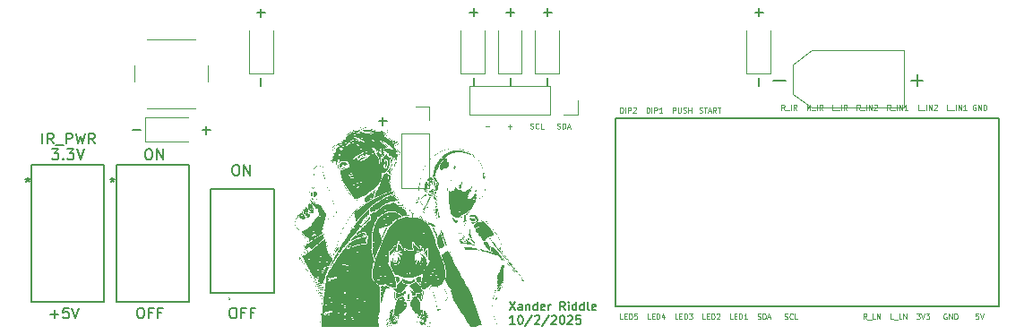
<source format=gbr>
%TF.GenerationSoftware,KiCad,Pcbnew,9.0.3*%
%TF.CreationDate,2025-10-02T05:44:05-04:00*%
%TF.ProjectId,Spii_v3,53706969-5f76-4332-9e6b-696361645f70,rev?*%
%TF.SameCoordinates,Original*%
%TF.FileFunction,Legend,Top*%
%TF.FilePolarity,Positive*%
%FSLAX46Y46*%
G04 Gerber Fmt 4.6, Leading zero omitted, Abs format (unit mm)*
G04 Created by KiCad (PCBNEW 9.0.3) date 2025-10-02 05:44:05*
%MOMM*%
%LPD*%
G01*
G04 APERTURE LIST*
%ADD10C,0.100000*%
%ADD11C,0.160000*%
%ADD12C,0.150000*%
%ADD13C,0.000000*%
%ADD14C,0.120000*%
%ADD15C,0.200000*%
%ADD16C,0.152400*%
%ADD17C,0.127000*%
G04 APERTURE END LIST*
D10*
X205970550Y-127933609D02*
X205803884Y-127695514D01*
X205684836Y-127933609D02*
X205684836Y-127433609D01*
X205684836Y-127433609D02*
X205875312Y-127433609D01*
X205875312Y-127433609D02*
X205922931Y-127457419D01*
X205922931Y-127457419D02*
X205946741Y-127481228D01*
X205946741Y-127481228D02*
X205970550Y-127528847D01*
X205970550Y-127528847D02*
X205970550Y-127600276D01*
X205970550Y-127600276D02*
X205946741Y-127647895D01*
X205946741Y-127647895D02*
X205922931Y-127671704D01*
X205922931Y-127671704D02*
X205875312Y-127695514D01*
X205875312Y-127695514D02*
X205684836Y-127695514D01*
X206065789Y-127981228D02*
X206446741Y-127981228D01*
X206565788Y-127933609D02*
X206565788Y-127433609D01*
X207089597Y-127933609D02*
X206922931Y-127695514D01*
X206803883Y-127933609D02*
X206803883Y-127433609D01*
X206803883Y-127433609D02*
X206994359Y-127433609D01*
X206994359Y-127433609D02*
X207041978Y-127457419D01*
X207041978Y-127457419D02*
X207065788Y-127481228D01*
X207065788Y-127481228D02*
X207089597Y-127528847D01*
X207089597Y-127528847D02*
X207089597Y-127600276D01*
X207089597Y-127600276D02*
X207065788Y-127647895D01*
X207065788Y-127647895D02*
X207041978Y-127671704D01*
X207041978Y-127671704D02*
X206994359Y-127695514D01*
X206994359Y-127695514D02*
X206803883Y-127695514D01*
X208065787Y-127933609D02*
X208065787Y-127433609D01*
X208065787Y-127433609D02*
X208232454Y-127790752D01*
X208232454Y-127790752D02*
X208399120Y-127433609D01*
X208399120Y-127433609D02*
X208399120Y-127933609D01*
X208518169Y-127981228D02*
X208899121Y-127981228D01*
X209018168Y-127933609D02*
X209018168Y-127433609D01*
X209541977Y-127933609D02*
X209375311Y-127695514D01*
X209256263Y-127933609D02*
X209256263Y-127433609D01*
X209256263Y-127433609D02*
X209446739Y-127433609D01*
X209446739Y-127433609D02*
X209494358Y-127457419D01*
X209494358Y-127457419D02*
X209518168Y-127481228D01*
X209518168Y-127481228D02*
X209541977Y-127528847D01*
X209541977Y-127528847D02*
X209541977Y-127600276D01*
X209541977Y-127600276D02*
X209518168Y-127647895D01*
X209518168Y-127647895D02*
X209494358Y-127671704D01*
X209494358Y-127671704D02*
X209446739Y-127695514D01*
X209446739Y-127695514D02*
X209256263Y-127695514D01*
X210756262Y-127933609D02*
X210518167Y-127933609D01*
X210518167Y-127933609D02*
X210518167Y-127433609D01*
X210803882Y-127981228D02*
X211184834Y-127981228D01*
X211303881Y-127933609D02*
X211303881Y-127433609D01*
X211827690Y-127933609D02*
X211661024Y-127695514D01*
X211541976Y-127933609D02*
X211541976Y-127433609D01*
X211541976Y-127433609D02*
X211732452Y-127433609D01*
X211732452Y-127433609D02*
X211780071Y-127457419D01*
X211780071Y-127457419D02*
X211803881Y-127481228D01*
X211803881Y-127481228D02*
X211827690Y-127528847D01*
X211827690Y-127528847D02*
X211827690Y-127600276D01*
X211827690Y-127600276D02*
X211803881Y-127647895D01*
X211803881Y-127647895D02*
X211780071Y-127671704D01*
X211780071Y-127671704D02*
X211732452Y-127695514D01*
X211732452Y-127695514D02*
X211541976Y-127695514D01*
X213089594Y-127933609D02*
X212922928Y-127695514D01*
X212803880Y-127933609D02*
X212803880Y-127433609D01*
X212803880Y-127433609D02*
X212994356Y-127433609D01*
X212994356Y-127433609D02*
X213041975Y-127457419D01*
X213041975Y-127457419D02*
X213065785Y-127481228D01*
X213065785Y-127481228D02*
X213089594Y-127528847D01*
X213089594Y-127528847D02*
X213089594Y-127600276D01*
X213089594Y-127600276D02*
X213065785Y-127647895D01*
X213065785Y-127647895D02*
X213041975Y-127671704D01*
X213041975Y-127671704D02*
X212994356Y-127695514D01*
X212994356Y-127695514D02*
X212803880Y-127695514D01*
X213184833Y-127981228D02*
X213565785Y-127981228D01*
X213684832Y-127933609D02*
X213684832Y-127433609D01*
X213922927Y-127933609D02*
X213922927Y-127433609D01*
X213922927Y-127433609D02*
X214208641Y-127933609D01*
X214208641Y-127933609D02*
X214208641Y-127433609D01*
X214422928Y-127481228D02*
X214446737Y-127457419D01*
X214446737Y-127457419D02*
X214494356Y-127433609D01*
X214494356Y-127433609D02*
X214613404Y-127433609D01*
X214613404Y-127433609D02*
X214661023Y-127457419D01*
X214661023Y-127457419D02*
X214684832Y-127481228D01*
X214684832Y-127481228D02*
X214708642Y-127528847D01*
X214708642Y-127528847D02*
X214708642Y-127576466D01*
X214708642Y-127576466D02*
X214684832Y-127647895D01*
X214684832Y-127647895D02*
X214399118Y-127933609D01*
X214399118Y-127933609D02*
X214708642Y-127933609D01*
X215970545Y-127933609D02*
X215803879Y-127695514D01*
X215684831Y-127933609D02*
X215684831Y-127433609D01*
X215684831Y-127433609D02*
X215875307Y-127433609D01*
X215875307Y-127433609D02*
X215922926Y-127457419D01*
X215922926Y-127457419D02*
X215946736Y-127481228D01*
X215946736Y-127481228D02*
X215970545Y-127528847D01*
X215970545Y-127528847D02*
X215970545Y-127600276D01*
X215970545Y-127600276D02*
X215946736Y-127647895D01*
X215946736Y-127647895D02*
X215922926Y-127671704D01*
X215922926Y-127671704D02*
X215875307Y-127695514D01*
X215875307Y-127695514D02*
X215684831Y-127695514D01*
X216065784Y-127981228D02*
X216446736Y-127981228D01*
X216565783Y-127933609D02*
X216565783Y-127433609D01*
X216803878Y-127933609D02*
X216803878Y-127433609D01*
X216803878Y-127433609D02*
X217089592Y-127933609D01*
X217089592Y-127933609D02*
X217089592Y-127433609D01*
X217589593Y-127933609D02*
X217303879Y-127933609D01*
X217446736Y-127933609D02*
X217446736Y-127433609D01*
X217446736Y-127433609D02*
X217399117Y-127505038D01*
X217399117Y-127505038D02*
X217351498Y-127552657D01*
X217351498Y-127552657D02*
X217303879Y-127576466D01*
X218803877Y-127933609D02*
X218565782Y-127933609D01*
X218565782Y-127933609D02*
X218565782Y-127433609D01*
X218851497Y-127981228D02*
X219232449Y-127981228D01*
X219351496Y-127933609D02*
X219351496Y-127433609D01*
X219589591Y-127933609D02*
X219589591Y-127433609D01*
X219589591Y-127433609D02*
X219875305Y-127933609D01*
X219875305Y-127933609D02*
X219875305Y-127433609D01*
X220089592Y-127481228D02*
X220113401Y-127457419D01*
X220113401Y-127457419D02*
X220161020Y-127433609D01*
X220161020Y-127433609D02*
X220280068Y-127433609D01*
X220280068Y-127433609D02*
X220327687Y-127457419D01*
X220327687Y-127457419D02*
X220351496Y-127481228D01*
X220351496Y-127481228D02*
X220375306Y-127528847D01*
X220375306Y-127528847D02*
X220375306Y-127576466D01*
X220375306Y-127576466D02*
X220351496Y-127647895D01*
X220351496Y-127647895D02*
X220065782Y-127933609D01*
X220065782Y-127933609D02*
X220375306Y-127933609D01*
X221589590Y-127933609D02*
X221351495Y-127933609D01*
X221351495Y-127933609D02*
X221351495Y-127433609D01*
X221637210Y-127981228D02*
X222018162Y-127981228D01*
X222137209Y-127933609D02*
X222137209Y-127433609D01*
X222375304Y-127933609D02*
X222375304Y-127433609D01*
X222375304Y-127433609D02*
X222661018Y-127933609D01*
X222661018Y-127933609D02*
X222661018Y-127433609D01*
X223161019Y-127933609D02*
X222875305Y-127933609D01*
X223018162Y-127933609D02*
X223018162Y-127433609D01*
X223018162Y-127433609D02*
X222970543Y-127505038D01*
X222970543Y-127505038D02*
X222922924Y-127552657D01*
X222922924Y-127552657D02*
X222875305Y-127576466D01*
X224018161Y-127457419D02*
X223970542Y-127433609D01*
X223970542Y-127433609D02*
X223899113Y-127433609D01*
X223899113Y-127433609D02*
X223827685Y-127457419D01*
X223827685Y-127457419D02*
X223780066Y-127505038D01*
X223780066Y-127505038D02*
X223756256Y-127552657D01*
X223756256Y-127552657D02*
X223732447Y-127647895D01*
X223732447Y-127647895D02*
X223732447Y-127719323D01*
X223732447Y-127719323D02*
X223756256Y-127814561D01*
X223756256Y-127814561D02*
X223780066Y-127862180D01*
X223780066Y-127862180D02*
X223827685Y-127909800D01*
X223827685Y-127909800D02*
X223899113Y-127933609D01*
X223899113Y-127933609D02*
X223946732Y-127933609D01*
X223946732Y-127933609D02*
X224018161Y-127909800D01*
X224018161Y-127909800D02*
X224041970Y-127885990D01*
X224041970Y-127885990D02*
X224041970Y-127719323D01*
X224041970Y-127719323D02*
X223946732Y-127719323D01*
X224256256Y-127933609D02*
X224256256Y-127433609D01*
X224256256Y-127433609D02*
X224541970Y-127933609D01*
X224541970Y-127933609D02*
X224541970Y-127433609D01*
X224780066Y-127933609D02*
X224780066Y-127433609D01*
X224780066Y-127433609D02*
X224899114Y-127433609D01*
X224899114Y-127433609D02*
X224970542Y-127457419D01*
X224970542Y-127457419D02*
X225018161Y-127505038D01*
X225018161Y-127505038D02*
X225041971Y-127552657D01*
X225041971Y-127552657D02*
X225065780Y-127647895D01*
X225065780Y-127647895D02*
X225065780Y-127719323D01*
X225065780Y-127719323D02*
X225041971Y-127814561D01*
X225041971Y-127814561D02*
X225018161Y-127862180D01*
X225018161Y-127862180D02*
X224970542Y-127909800D01*
X224970542Y-127909800D02*
X224899114Y-127933609D01*
X224899114Y-127933609D02*
X224780066Y-127933609D01*
X197911027Y-128159800D02*
X197982455Y-128183609D01*
X197982455Y-128183609D02*
X198101503Y-128183609D01*
X198101503Y-128183609D02*
X198149122Y-128159800D01*
X198149122Y-128159800D02*
X198172931Y-128135990D01*
X198172931Y-128135990D02*
X198196741Y-128088371D01*
X198196741Y-128088371D02*
X198196741Y-128040752D01*
X198196741Y-128040752D02*
X198172931Y-127993133D01*
X198172931Y-127993133D02*
X198149122Y-127969323D01*
X198149122Y-127969323D02*
X198101503Y-127945514D01*
X198101503Y-127945514D02*
X198006265Y-127921704D01*
X198006265Y-127921704D02*
X197958646Y-127897895D01*
X197958646Y-127897895D02*
X197934836Y-127874085D01*
X197934836Y-127874085D02*
X197911027Y-127826466D01*
X197911027Y-127826466D02*
X197911027Y-127778847D01*
X197911027Y-127778847D02*
X197934836Y-127731228D01*
X197934836Y-127731228D02*
X197958646Y-127707419D01*
X197958646Y-127707419D02*
X198006265Y-127683609D01*
X198006265Y-127683609D02*
X198125312Y-127683609D01*
X198125312Y-127683609D02*
X198196741Y-127707419D01*
X198339598Y-127683609D02*
X198625312Y-127683609D01*
X198482455Y-128183609D02*
X198482455Y-127683609D01*
X198768169Y-128040752D02*
X199006264Y-128040752D01*
X198720550Y-128183609D02*
X198887216Y-127683609D01*
X198887216Y-127683609D02*
X199053883Y-128183609D01*
X199506263Y-128183609D02*
X199339597Y-127945514D01*
X199220549Y-128183609D02*
X199220549Y-127683609D01*
X199220549Y-127683609D02*
X199411025Y-127683609D01*
X199411025Y-127683609D02*
X199458644Y-127707419D01*
X199458644Y-127707419D02*
X199482454Y-127731228D01*
X199482454Y-127731228D02*
X199506263Y-127778847D01*
X199506263Y-127778847D02*
X199506263Y-127850276D01*
X199506263Y-127850276D02*
X199482454Y-127897895D01*
X199482454Y-127897895D02*
X199458644Y-127921704D01*
X199458644Y-127921704D02*
X199411025Y-127945514D01*
X199411025Y-127945514D02*
X199220549Y-127945514D01*
X199649121Y-127683609D02*
X199934835Y-127683609D01*
X199791978Y-128183609D02*
X199791978Y-127683609D01*
X190434836Y-128183609D02*
X190434836Y-127683609D01*
X190434836Y-127683609D02*
X190553884Y-127683609D01*
X190553884Y-127683609D02*
X190625312Y-127707419D01*
X190625312Y-127707419D02*
X190672931Y-127755038D01*
X190672931Y-127755038D02*
X190696741Y-127802657D01*
X190696741Y-127802657D02*
X190720550Y-127897895D01*
X190720550Y-127897895D02*
X190720550Y-127969323D01*
X190720550Y-127969323D02*
X190696741Y-128064561D01*
X190696741Y-128064561D02*
X190672931Y-128112180D01*
X190672931Y-128112180D02*
X190625312Y-128159800D01*
X190625312Y-128159800D02*
X190553884Y-128183609D01*
X190553884Y-128183609D02*
X190434836Y-128183609D01*
X190934836Y-128183609D02*
X190934836Y-127683609D01*
X191172931Y-128183609D02*
X191172931Y-127683609D01*
X191172931Y-127683609D02*
X191363407Y-127683609D01*
X191363407Y-127683609D02*
X191411026Y-127707419D01*
X191411026Y-127707419D02*
X191434836Y-127731228D01*
X191434836Y-127731228D02*
X191458645Y-127778847D01*
X191458645Y-127778847D02*
X191458645Y-127850276D01*
X191458645Y-127850276D02*
X191434836Y-127897895D01*
X191434836Y-127897895D02*
X191411026Y-127921704D01*
X191411026Y-127921704D02*
X191363407Y-127945514D01*
X191363407Y-127945514D02*
X191172931Y-127945514D01*
X191649122Y-127731228D02*
X191672931Y-127707419D01*
X191672931Y-127707419D02*
X191720550Y-127683609D01*
X191720550Y-127683609D02*
X191839598Y-127683609D01*
X191839598Y-127683609D02*
X191887217Y-127707419D01*
X191887217Y-127707419D02*
X191911026Y-127731228D01*
X191911026Y-127731228D02*
X191934836Y-127778847D01*
X191934836Y-127778847D02*
X191934836Y-127826466D01*
X191934836Y-127826466D02*
X191911026Y-127897895D01*
X191911026Y-127897895D02*
X191625312Y-128183609D01*
X191625312Y-128183609D02*
X191934836Y-128183609D01*
X192911025Y-128183609D02*
X192911025Y-127683609D01*
X192911025Y-127683609D02*
X193030073Y-127683609D01*
X193030073Y-127683609D02*
X193101501Y-127707419D01*
X193101501Y-127707419D02*
X193149120Y-127755038D01*
X193149120Y-127755038D02*
X193172930Y-127802657D01*
X193172930Y-127802657D02*
X193196739Y-127897895D01*
X193196739Y-127897895D02*
X193196739Y-127969323D01*
X193196739Y-127969323D02*
X193172930Y-128064561D01*
X193172930Y-128064561D02*
X193149120Y-128112180D01*
X193149120Y-128112180D02*
X193101501Y-128159800D01*
X193101501Y-128159800D02*
X193030073Y-128183609D01*
X193030073Y-128183609D02*
X192911025Y-128183609D01*
X193411025Y-128183609D02*
X193411025Y-127683609D01*
X193649120Y-128183609D02*
X193649120Y-127683609D01*
X193649120Y-127683609D02*
X193839596Y-127683609D01*
X193839596Y-127683609D02*
X193887215Y-127707419D01*
X193887215Y-127707419D02*
X193911025Y-127731228D01*
X193911025Y-127731228D02*
X193934834Y-127778847D01*
X193934834Y-127778847D02*
X193934834Y-127850276D01*
X193934834Y-127850276D02*
X193911025Y-127897895D01*
X193911025Y-127897895D02*
X193887215Y-127921704D01*
X193887215Y-127921704D02*
X193839596Y-127945514D01*
X193839596Y-127945514D02*
X193649120Y-127945514D01*
X194411025Y-128183609D02*
X194125311Y-128183609D01*
X194268168Y-128183609D02*
X194268168Y-127683609D01*
X194268168Y-127683609D02*
X194220549Y-127755038D01*
X194220549Y-127755038D02*
X194172930Y-127802657D01*
X194172930Y-127802657D02*
X194125311Y-127826466D01*
X195387214Y-128183609D02*
X195387214Y-127683609D01*
X195387214Y-127683609D02*
X195577690Y-127683609D01*
X195577690Y-127683609D02*
X195625309Y-127707419D01*
X195625309Y-127707419D02*
X195649119Y-127731228D01*
X195649119Y-127731228D02*
X195672928Y-127778847D01*
X195672928Y-127778847D02*
X195672928Y-127850276D01*
X195672928Y-127850276D02*
X195649119Y-127897895D01*
X195649119Y-127897895D02*
X195625309Y-127921704D01*
X195625309Y-127921704D02*
X195577690Y-127945514D01*
X195577690Y-127945514D02*
X195387214Y-127945514D01*
X195887214Y-127683609D02*
X195887214Y-128088371D01*
X195887214Y-128088371D02*
X195911024Y-128135990D01*
X195911024Y-128135990D02*
X195934833Y-128159800D01*
X195934833Y-128159800D02*
X195982452Y-128183609D01*
X195982452Y-128183609D02*
X196077690Y-128183609D01*
X196077690Y-128183609D02*
X196125309Y-128159800D01*
X196125309Y-128159800D02*
X196149119Y-128135990D01*
X196149119Y-128135990D02*
X196172928Y-128088371D01*
X196172928Y-128088371D02*
X196172928Y-127683609D01*
X196387215Y-128159800D02*
X196458643Y-128183609D01*
X196458643Y-128183609D02*
X196577691Y-128183609D01*
X196577691Y-128183609D02*
X196625310Y-128159800D01*
X196625310Y-128159800D02*
X196649119Y-128135990D01*
X196649119Y-128135990D02*
X196672929Y-128088371D01*
X196672929Y-128088371D02*
X196672929Y-128040752D01*
X196672929Y-128040752D02*
X196649119Y-127993133D01*
X196649119Y-127993133D02*
X196625310Y-127969323D01*
X196625310Y-127969323D02*
X196577691Y-127945514D01*
X196577691Y-127945514D02*
X196482453Y-127921704D01*
X196482453Y-127921704D02*
X196434834Y-127897895D01*
X196434834Y-127897895D02*
X196411024Y-127874085D01*
X196411024Y-127874085D02*
X196387215Y-127826466D01*
X196387215Y-127826466D02*
X196387215Y-127778847D01*
X196387215Y-127778847D02*
X196411024Y-127731228D01*
X196411024Y-127731228D02*
X196434834Y-127707419D01*
X196434834Y-127707419D02*
X196482453Y-127683609D01*
X196482453Y-127683609D02*
X196601500Y-127683609D01*
X196601500Y-127683609D02*
X196672929Y-127707419D01*
X196887214Y-128183609D02*
X196887214Y-127683609D01*
X196887214Y-127921704D02*
X197172928Y-127921704D01*
X197172928Y-128183609D02*
X197172928Y-127683609D01*
X213720550Y-147683609D02*
X213553884Y-147445514D01*
X213434836Y-147683609D02*
X213434836Y-147183609D01*
X213434836Y-147183609D02*
X213625312Y-147183609D01*
X213625312Y-147183609D02*
X213672931Y-147207419D01*
X213672931Y-147207419D02*
X213696741Y-147231228D01*
X213696741Y-147231228D02*
X213720550Y-147278847D01*
X213720550Y-147278847D02*
X213720550Y-147350276D01*
X213720550Y-147350276D02*
X213696741Y-147397895D01*
X213696741Y-147397895D02*
X213672931Y-147421704D01*
X213672931Y-147421704D02*
X213625312Y-147445514D01*
X213625312Y-147445514D02*
X213434836Y-147445514D01*
X213815789Y-147731228D02*
X214196741Y-147731228D01*
X214553883Y-147683609D02*
X214315788Y-147683609D01*
X214315788Y-147683609D02*
X214315788Y-147183609D01*
X214720550Y-147683609D02*
X214720550Y-147183609D01*
X214720550Y-147183609D02*
X215006264Y-147683609D01*
X215006264Y-147683609D02*
X215006264Y-147183609D01*
X216244359Y-147683609D02*
X216006264Y-147683609D01*
X216006264Y-147683609D02*
X216006264Y-147183609D01*
X216291979Y-147731228D02*
X216672931Y-147731228D01*
X217030073Y-147683609D02*
X216791978Y-147683609D01*
X216791978Y-147683609D02*
X216791978Y-147183609D01*
X217196740Y-147683609D02*
X217196740Y-147183609D01*
X217196740Y-147183609D02*
X217482454Y-147683609D01*
X217482454Y-147683609D02*
X217482454Y-147183609D01*
X218434835Y-147183609D02*
X218744359Y-147183609D01*
X218744359Y-147183609D02*
X218577692Y-147374085D01*
X218577692Y-147374085D02*
X218649121Y-147374085D01*
X218649121Y-147374085D02*
X218696740Y-147397895D01*
X218696740Y-147397895D02*
X218720549Y-147421704D01*
X218720549Y-147421704D02*
X218744359Y-147469323D01*
X218744359Y-147469323D02*
X218744359Y-147588371D01*
X218744359Y-147588371D02*
X218720549Y-147635990D01*
X218720549Y-147635990D02*
X218696740Y-147659800D01*
X218696740Y-147659800D02*
X218649121Y-147683609D01*
X218649121Y-147683609D02*
X218506264Y-147683609D01*
X218506264Y-147683609D02*
X218458645Y-147659800D01*
X218458645Y-147659800D02*
X218434835Y-147635990D01*
X218887216Y-147183609D02*
X219053882Y-147683609D01*
X219053882Y-147683609D02*
X219220549Y-147183609D01*
X219339596Y-147183609D02*
X219649120Y-147183609D01*
X219649120Y-147183609D02*
X219482453Y-147374085D01*
X219482453Y-147374085D02*
X219553882Y-147374085D01*
X219553882Y-147374085D02*
X219601501Y-147397895D01*
X219601501Y-147397895D02*
X219625310Y-147421704D01*
X219625310Y-147421704D02*
X219649120Y-147469323D01*
X219649120Y-147469323D02*
X219649120Y-147588371D01*
X219649120Y-147588371D02*
X219625310Y-147635990D01*
X219625310Y-147635990D02*
X219601501Y-147659800D01*
X219601501Y-147659800D02*
X219553882Y-147683609D01*
X219553882Y-147683609D02*
X219411025Y-147683609D01*
X219411025Y-147683609D02*
X219363406Y-147659800D01*
X219363406Y-147659800D02*
X219339596Y-147635990D01*
X221268166Y-147207419D02*
X221220547Y-147183609D01*
X221220547Y-147183609D02*
X221149118Y-147183609D01*
X221149118Y-147183609D02*
X221077690Y-147207419D01*
X221077690Y-147207419D02*
X221030071Y-147255038D01*
X221030071Y-147255038D02*
X221006261Y-147302657D01*
X221006261Y-147302657D02*
X220982452Y-147397895D01*
X220982452Y-147397895D02*
X220982452Y-147469323D01*
X220982452Y-147469323D02*
X221006261Y-147564561D01*
X221006261Y-147564561D02*
X221030071Y-147612180D01*
X221030071Y-147612180D02*
X221077690Y-147659800D01*
X221077690Y-147659800D02*
X221149118Y-147683609D01*
X221149118Y-147683609D02*
X221196737Y-147683609D01*
X221196737Y-147683609D02*
X221268166Y-147659800D01*
X221268166Y-147659800D02*
X221291975Y-147635990D01*
X221291975Y-147635990D02*
X221291975Y-147469323D01*
X221291975Y-147469323D02*
X221196737Y-147469323D01*
X221506261Y-147683609D02*
X221506261Y-147183609D01*
X221506261Y-147183609D02*
X221791975Y-147683609D01*
X221791975Y-147683609D02*
X221791975Y-147183609D01*
X222030071Y-147683609D02*
X222030071Y-147183609D01*
X222030071Y-147183609D02*
X222149119Y-147183609D01*
X222149119Y-147183609D02*
X222220547Y-147207419D01*
X222220547Y-147207419D02*
X222268166Y-147255038D01*
X222268166Y-147255038D02*
X222291976Y-147302657D01*
X222291976Y-147302657D02*
X222315785Y-147397895D01*
X222315785Y-147397895D02*
X222315785Y-147469323D01*
X222315785Y-147469323D02*
X222291976Y-147564561D01*
X222291976Y-147564561D02*
X222268166Y-147612180D01*
X222268166Y-147612180D02*
X222220547Y-147659800D01*
X222220547Y-147659800D02*
X222149119Y-147683609D01*
X222149119Y-147683609D02*
X222030071Y-147683609D01*
X224291974Y-147183609D02*
X224053879Y-147183609D01*
X224053879Y-147183609D02*
X224030070Y-147421704D01*
X224030070Y-147421704D02*
X224053879Y-147397895D01*
X224053879Y-147397895D02*
X224101498Y-147374085D01*
X224101498Y-147374085D02*
X224220546Y-147374085D01*
X224220546Y-147374085D02*
X224268165Y-147397895D01*
X224268165Y-147397895D02*
X224291974Y-147421704D01*
X224291974Y-147421704D02*
X224315784Y-147469323D01*
X224315784Y-147469323D02*
X224315784Y-147588371D01*
X224315784Y-147588371D02*
X224291974Y-147635990D01*
X224291974Y-147635990D02*
X224268165Y-147659800D01*
X224268165Y-147659800D02*
X224220546Y-147683609D01*
X224220546Y-147683609D02*
X224101498Y-147683609D01*
X224101498Y-147683609D02*
X224053879Y-147659800D01*
X224053879Y-147659800D02*
X224030070Y-147635990D01*
X224458641Y-147183609D02*
X224625307Y-147683609D01*
X224625307Y-147683609D02*
X224791974Y-147183609D01*
X203411027Y-147659800D02*
X203482455Y-147683609D01*
X203482455Y-147683609D02*
X203601503Y-147683609D01*
X203601503Y-147683609D02*
X203649122Y-147659800D01*
X203649122Y-147659800D02*
X203672931Y-147635990D01*
X203672931Y-147635990D02*
X203696741Y-147588371D01*
X203696741Y-147588371D02*
X203696741Y-147540752D01*
X203696741Y-147540752D02*
X203672931Y-147493133D01*
X203672931Y-147493133D02*
X203649122Y-147469323D01*
X203649122Y-147469323D02*
X203601503Y-147445514D01*
X203601503Y-147445514D02*
X203506265Y-147421704D01*
X203506265Y-147421704D02*
X203458646Y-147397895D01*
X203458646Y-147397895D02*
X203434836Y-147374085D01*
X203434836Y-147374085D02*
X203411027Y-147326466D01*
X203411027Y-147326466D02*
X203411027Y-147278847D01*
X203411027Y-147278847D02*
X203434836Y-147231228D01*
X203434836Y-147231228D02*
X203458646Y-147207419D01*
X203458646Y-147207419D02*
X203506265Y-147183609D01*
X203506265Y-147183609D02*
X203625312Y-147183609D01*
X203625312Y-147183609D02*
X203696741Y-147207419D01*
X203911026Y-147683609D02*
X203911026Y-147183609D01*
X203911026Y-147183609D02*
X204030074Y-147183609D01*
X204030074Y-147183609D02*
X204101502Y-147207419D01*
X204101502Y-147207419D02*
X204149121Y-147255038D01*
X204149121Y-147255038D02*
X204172931Y-147302657D01*
X204172931Y-147302657D02*
X204196740Y-147397895D01*
X204196740Y-147397895D02*
X204196740Y-147469323D01*
X204196740Y-147469323D02*
X204172931Y-147564561D01*
X204172931Y-147564561D02*
X204149121Y-147612180D01*
X204149121Y-147612180D02*
X204101502Y-147659800D01*
X204101502Y-147659800D02*
X204030074Y-147683609D01*
X204030074Y-147683609D02*
X203911026Y-147683609D01*
X204387217Y-147540752D02*
X204625312Y-147540752D01*
X204339598Y-147683609D02*
X204506264Y-147183609D01*
X204506264Y-147183609D02*
X204672931Y-147683609D01*
X205958644Y-147659800D02*
X206030072Y-147683609D01*
X206030072Y-147683609D02*
X206149120Y-147683609D01*
X206149120Y-147683609D02*
X206196739Y-147659800D01*
X206196739Y-147659800D02*
X206220548Y-147635990D01*
X206220548Y-147635990D02*
X206244358Y-147588371D01*
X206244358Y-147588371D02*
X206244358Y-147540752D01*
X206244358Y-147540752D02*
X206220548Y-147493133D01*
X206220548Y-147493133D02*
X206196739Y-147469323D01*
X206196739Y-147469323D02*
X206149120Y-147445514D01*
X206149120Y-147445514D02*
X206053882Y-147421704D01*
X206053882Y-147421704D02*
X206006263Y-147397895D01*
X206006263Y-147397895D02*
X205982453Y-147374085D01*
X205982453Y-147374085D02*
X205958644Y-147326466D01*
X205958644Y-147326466D02*
X205958644Y-147278847D01*
X205958644Y-147278847D02*
X205982453Y-147231228D01*
X205982453Y-147231228D02*
X206006263Y-147207419D01*
X206006263Y-147207419D02*
X206053882Y-147183609D01*
X206053882Y-147183609D02*
X206172929Y-147183609D01*
X206172929Y-147183609D02*
X206244358Y-147207419D01*
X206744357Y-147635990D02*
X206720548Y-147659800D01*
X206720548Y-147659800D02*
X206649119Y-147683609D01*
X206649119Y-147683609D02*
X206601500Y-147683609D01*
X206601500Y-147683609D02*
X206530072Y-147659800D01*
X206530072Y-147659800D02*
X206482453Y-147612180D01*
X206482453Y-147612180D02*
X206458643Y-147564561D01*
X206458643Y-147564561D02*
X206434834Y-147469323D01*
X206434834Y-147469323D02*
X206434834Y-147397895D01*
X206434834Y-147397895D02*
X206458643Y-147302657D01*
X206458643Y-147302657D02*
X206482453Y-147255038D01*
X206482453Y-147255038D02*
X206530072Y-147207419D01*
X206530072Y-147207419D02*
X206601500Y-147183609D01*
X206601500Y-147183609D02*
X206649119Y-147183609D01*
X206649119Y-147183609D02*
X206720548Y-147207419D01*
X206720548Y-147207419D02*
X206744357Y-147231228D01*
X207196738Y-147683609D02*
X206958643Y-147683609D01*
X206958643Y-147683609D02*
X206958643Y-147183609D01*
X190672931Y-147683609D02*
X190434836Y-147683609D01*
X190434836Y-147683609D02*
X190434836Y-147183609D01*
X190839598Y-147421704D02*
X191006265Y-147421704D01*
X191077693Y-147683609D02*
X190839598Y-147683609D01*
X190839598Y-147683609D02*
X190839598Y-147183609D01*
X190839598Y-147183609D02*
X191077693Y-147183609D01*
X191291979Y-147683609D02*
X191291979Y-147183609D01*
X191291979Y-147183609D02*
X191411027Y-147183609D01*
X191411027Y-147183609D02*
X191482455Y-147207419D01*
X191482455Y-147207419D02*
X191530074Y-147255038D01*
X191530074Y-147255038D02*
X191553884Y-147302657D01*
X191553884Y-147302657D02*
X191577693Y-147397895D01*
X191577693Y-147397895D02*
X191577693Y-147469323D01*
X191577693Y-147469323D02*
X191553884Y-147564561D01*
X191553884Y-147564561D02*
X191530074Y-147612180D01*
X191530074Y-147612180D02*
X191482455Y-147659800D01*
X191482455Y-147659800D02*
X191411027Y-147683609D01*
X191411027Y-147683609D02*
X191291979Y-147683609D01*
X192030074Y-147183609D02*
X191791979Y-147183609D01*
X191791979Y-147183609D02*
X191768170Y-147421704D01*
X191768170Y-147421704D02*
X191791979Y-147397895D01*
X191791979Y-147397895D02*
X191839598Y-147374085D01*
X191839598Y-147374085D02*
X191958646Y-147374085D01*
X191958646Y-147374085D02*
X192006265Y-147397895D01*
X192006265Y-147397895D02*
X192030074Y-147421704D01*
X192030074Y-147421704D02*
X192053884Y-147469323D01*
X192053884Y-147469323D02*
X192053884Y-147588371D01*
X192053884Y-147588371D02*
X192030074Y-147635990D01*
X192030074Y-147635990D02*
X192006265Y-147659800D01*
X192006265Y-147659800D02*
X191958646Y-147683609D01*
X191958646Y-147683609D02*
X191839598Y-147683609D01*
X191839598Y-147683609D02*
X191791979Y-147659800D01*
X191791979Y-147659800D02*
X191768170Y-147635990D01*
X193268168Y-147683609D02*
X193030073Y-147683609D01*
X193030073Y-147683609D02*
X193030073Y-147183609D01*
X193434835Y-147421704D02*
X193601502Y-147421704D01*
X193672930Y-147683609D02*
X193434835Y-147683609D01*
X193434835Y-147683609D02*
X193434835Y-147183609D01*
X193434835Y-147183609D02*
X193672930Y-147183609D01*
X193887216Y-147683609D02*
X193887216Y-147183609D01*
X193887216Y-147183609D02*
X194006264Y-147183609D01*
X194006264Y-147183609D02*
X194077692Y-147207419D01*
X194077692Y-147207419D02*
X194125311Y-147255038D01*
X194125311Y-147255038D02*
X194149121Y-147302657D01*
X194149121Y-147302657D02*
X194172930Y-147397895D01*
X194172930Y-147397895D02*
X194172930Y-147469323D01*
X194172930Y-147469323D02*
X194149121Y-147564561D01*
X194149121Y-147564561D02*
X194125311Y-147612180D01*
X194125311Y-147612180D02*
X194077692Y-147659800D01*
X194077692Y-147659800D02*
X194006264Y-147683609D01*
X194006264Y-147683609D02*
X193887216Y-147683609D01*
X194601502Y-147350276D02*
X194601502Y-147683609D01*
X194482454Y-147159800D02*
X194363407Y-147516942D01*
X194363407Y-147516942D02*
X194672930Y-147516942D01*
X195863405Y-147683609D02*
X195625310Y-147683609D01*
X195625310Y-147683609D02*
X195625310Y-147183609D01*
X196030072Y-147421704D02*
X196196739Y-147421704D01*
X196268167Y-147683609D02*
X196030072Y-147683609D01*
X196030072Y-147683609D02*
X196030072Y-147183609D01*
X196030072Y-147183609D02*
X196268167Y-147183609D01*
X196482453Y-147683609D02*
X196482453Y-147183609D01*
X196482453Y-147183609D02*
X196601501Y-147183609D01*
X196601501Y-147183609D02*
X196672929Y-147207419D01*
X196672929Y-147207419D02*
X196720548Y-147255038D01*
X196720548Y-147255038D02*
X196744358Y-147302657D01*
X196744358Y-147302657D02*
X196768167Y-147397895D01*
X196768167Y-147397895D02*
X196768167Y-147469323D01*
X196768167Y-147469323D02*
X196744358Y-147564561D01*
X196744358Y-147564561D02*
X196720548Y-147612180D01*
X196720548Y-147612180D02*
X196672929Y-147659800D01*
X196672929Y-147659800D02*
X196601501Y-147683609D01*
X196601501Y-147683609D02*
X196482453Y-147683609D01*
X196934834Y-147183609D02*
X197244358Y-147183609D01*
X197244358Y-147183609D02*
X197077691Y-147374085D01*
X197077691Y-147374085D02*
X197149120Y-147374085D01*
X197149120Y-147374085D02*
X197196739Y-147397895D01*
X197196739Y-147397895D02*
X197220548Y-147421704D01*
X197220548Y-147421704D02*
X197244358Y-147469323D01*
X197244358Y-147469323D02*
X197244358Y-147588371D01*
X197244358Y-147588371D02*
X197220548Y-147635990D01*
X197220548Y-147635990D02*
X197196739Y-147659800D01*
X197196739Y-147659800D02*
X197149120Y-147683609D01*
X197149120Y-147683609D02*
X197006263Y-147683609D01*
X197006263Y-147683609D02*
X196958644Y-147659800D01*
X196958644Y-147659800D02*
X196934834Y-147635990D01*
X198458642Y-147683609D02*
X198220547Y-147683609D01*
X198220547Y-147683609D02*
X198220547Y-147183609D01*
X198625309Y-147421704D02*
X198791976Y-147421704D01*
X198863404Y-147683609D02*
X198625309Y-147683609D01*
X198625309Y-147683609D02*
X198625309Y-147183609D01*
X198625309Y-147183609D02*
X198863404Y-147183609D01*
X199077690Y-147683609D02*
X199077690Y-147183609D01*
X199077690Y-147183609D02*
X199196738Y-147183609D01*
X199196738Y-147183609D02*
X199268166Y-147207419D01*
X199268166Y-147207419D02*
X199315785Y-147255038D01*
X199315785Y-147255038D02*
X199339595Y-147302657D01*
X199339595Y-147302657D02*
X199363404Y-147397895D01*
X199363404Y-147397895D02*
X199363404Y-147469323D01*
X199363404Y-147469323D02*
X199339595Y-147564561D01*
X199339595Y-147564561D02*
X199315785Y-147612180D01*
X199315785Y-147612180D02*
X199268166Y-147659800D01*
X199268166Y-147659800D02*
X199196738Y-147683609D01*
X199196738Y-147683609D02*
X199077690Y-147683609D01*
X199553881Y-147231228D02*
X199577690Y-147207419D01*
X199577690Y-147207419D02*
X199625309Y-147183609D01*
X199625309Y-147183609D02*
X199744357Y-147183609D01*
X199744357Y-147183609D02*
X199791976Y-147207419D01*
X199791976Y-147207419D02*
X199815785Y-147231228D01*
X199815785Y-147231228D02*
X199839595Y-147278847D01*
X199839595Y-147278847D02*
X199839595Y-147326466D01*
X199839595Y-147326466D02*
X199815785Y-147397895D01*
X199815785Y-147397895D02*
X199530071Y-147683609D01*
X199530071Y-147683609D02*
X199839595Y-147683609D01*
X201053879Y-147683609D02*
X200815784Y-147683609D01*
X200815784Y-147683609D02*
X200815784Y-147183609D01*
X201220546Y-147421704D02*
X201387213Y-147421704D01*
X201458641Y-147683609D02*
X201220546Y-147683609D01*
X201220546Y-147683609D02*
X201220546Y-147183609D01*
X201220546Y-147183609D02*
X201458641Y-147183609D01*
X201672927Y-147683609D02*
X201672927Y-147183609D01*
X201672927Y-147183609D02*
X201791975Y-147183609D01*
X201791975Y-147183609D02*
X201863403Y-147207419D01*
X201863403Y-147207419D02*
X201911022Y-147255038D01*
X201911022Y-147255038D02*
X201934832Y-147302657D01*
X201934832Y-147302657D02*
X201958641Y-147397895D01*
X201958641Y-147397895D02*
X201958641Y-147469323D01*
X201958641Y-147469323D02*
X201934832Y-147564561D01*
X201934832Y-147564561D02*
X201911022Y-147612180D01*
X201911022Y-147612180D02*
X201863403Y-147659800D01*
X201863403Y-147659800D02*
X201791975Y-147683609D01*
X201791975Y-147683609D02*
X201672927Y-147683609D01*
X202434832Y-147683609D02*
X202149118Y-147683609D01*
X202291975Y-147683609D02*
X202291975Y-147183609D01*
X202291975Y-147183609D02*
X202244356Y-147255038D01*
X202244356Y-147255038D02*
X202196737Y-147302657D01*
X202196737Y-147302657D02*
X202149118Y-147326466D01*
D11*
X179969548Y-146055820D02*
X180502882Y-146855820D01*
X180502882Y-146055820D02*
X179969548Y-146855820D01*
X181150501Y-146855820D02*
X181150501Y-146436772D01*
X181150501Y-146436772D02*
X181112406Y-146360582D01*
X181112406Y-146360582D02*
X181036215Y-146322486D01*
X181036215Y-146322486D02*
X180883834Y-146322486D01*
X180883834Y-146322486D02*
X180807644Y-146360582D01*
X181150501Y-146817725D02*
X181074310Y-146855820D01*
X181074310Y-146855820D02*
X180883834Y-146855820D01*
X180883834Y-146855820D02*
X180807644Y-146817725D01*
X180807644Y-146817725D02*
X180769548Y-146741534D01*
X180769548Y-146741534D02*
X180769548Y-146665344D01*
X180769548Y-146665344D02*
X180807644Y-146589153D01*
X180807644Y-146589153D02*
X180883834Y-146551058D01*
X180883834Y-146551058D02*
X181074310Y-146551058D01*
X181074310Y-146551058D02*
X181150501Y-146512963D01*
X181531454Y-146322486D02*
X181531454Y-146855820D01*
X181531454Y-146398677D02*
X181569549Y-146360582D01*
X181569549Y-146360582D02*
X181645739Y-146322486D01*
X181645739Y-146322486D02*
X181760025Y-146322486D01*
X181760025Y-146322486D02*
X181836216Y-146360582D01*
X181836216Y-146360582D02*
X181874311Y-146436772D01*
X181874311Y-146436772D02*
X181874311Y-146855820D01*
X182598121Y-146855820D02*
X182598121Y-146055820D01*
X182598121Y-146817725D02*
X182521930Y-146855820D01*
X182521930Y-146855820D02*
X182369549Y-146855820D01*
X182369549Y-146855820D02*
X182293359Y-146817725D01*
X182293359Y-146817725D02*
X182255264Y-146779629D01*
X182255264Y-146779629D02*
X182217168Y-146703439D01*
X182217168Y-146703439D02*
X182217168Y-146474867D01*
X182217168Y-146474867D02*
X182255264Y-146398677D01*
X182255264Y-146398677D02*
X182293359Y-146360582D01*
X182293359Y-146360582D02*
X182369549Y-146322486D01*
X182369549Y-146322486D02*
X182521930Y-146322486D01*
X182521930Y-146322486D02*
X182598121Y-146360582D01*
X183283836Y-146817725D02*
X183207645Y-146855820D01*
X183207645Y-146855820D02*
X183055264Y-146855820D01*
X183055264Y-146855820D02*
X182979074Y-146817725D01*
X182979074Y-146817725D02*
X182940978Y-146741534D01*
X182940978Y-146741534D02*
X182940978Y-146436772D01*
X182940978Y-146436772D02*
X182979074Y-146360582D01*
X182979074Y-146360582D02*
X183055264Y-146322486D01*
X183055264Y-146322486D02*
X183207645Y-146322486D01*
X183207645Y-146322486D02*
X183283836Y-146360582D01*
X183283836Y-146360582D02*
X183321931Y-146436772D01*
X183321931Y-146436772D02*
X183321931Y-146512963D01*
X183321931Y-146512963D02*
X182940978Y-146589153D01*
X183664788Y-146855820D02*
X183664788Y-146322486D01*
X183664788Y-146474867D02*
X183702883Y-146398677D01*
X183702883Y-146398677D02*
X183740978Y-146360582D01*
X183740978Y-146360582D02*
X183817169Y-146322486D01*
X183817169Y-146322486D02*
X183893359Y-146322486D01*
X185226693Y-146855820D02*
X184960026Y-146474867D01*
X184769550Y-146855820D02*
X184769550Y-146055820D01*
X184769550Y-146055820D02*
X185074312Y-146055820D01*
X185074312Y-146055820D02*
X185150502Y-146093915D01*
X185150502Y-146093915D02*
X185188597Y-146132010D01*
X185188597Y-146132010D02*
X185226693Y-146208201D01*
X185226693Y-146208201D02*
X185226693Y-146322486D01*
X185226693Y-146322486D02*
X185188597Y-146398677D01*
X185188597Y-146398677D02*
X185150502Y-146436772D01*
X185150502Y-146436772D02*
X185074312Y-146474867D01*
X185074312Y-146474867D02*
X184769550Y-146474867D01*
X185569550Y-146855820D02*
X185569550Y-146322486D01*
X185569550Y-146055820D02*
X185531454Y-146093915D01*
X185531454Y-146093915D02*
X185569550Y-146132010D01*
X185569550Y-146132010D02*
X185607645Y-146093915D01*
X185607645Y-146093915D02*
X185569550Y-146055820D01*
X185569550Y-146055820D02*
X185569550Y-146132010D01*
X186293359Y-146855820D02*
X186293359Y-146055820D01*
X186293359Y-146817725D02*
X186217168Y-146855820D01*
X186217168Y-146855820D02*
X186064787Y-146855820D01*
X186064787Y-146855820D02*
X185988597Y-146817725D01*
X185988597Y-146817725D02*
X185950502Y-146779629D01*
X185950502Y-146779629D02*
X185912406Y-146703439D01*
X185912406Y-146703439D02*
X185912406Y-146474867D01*
X185912406Y-146474867D02*
X185950502Y-146398677D01*
X185950502Y-146398677D02*
X185988597Y-146360582D01*
X185988597Y-146360582D02*
X186064787Y-146322486D01*
X186064787Y-146322486D02*
X186217168Y-146322486D01*
X186217168Y-146322486D02*
X186293359Y-146360582D01*
X187017169Y-146855820D02*
X187017169Y-146055820D01*
X187017169Y-146817725D02*
X186940978Y-146855820D01*
X186940978Y-146855820D02*
X186788597Y-146855820D01*
X186788597Y-146855820D02*
X186712407Y-146817725D01*
X186712407Y-146817725D02*
X186674312Y-146779629D01*
X186674312Y-146779629D02*
X186636216Y-146703439D01*
X186636216Y-146703439D02*
X186636216Y-146474867D01*
X186636216Y-146474867D02*
X186674312Y-146398677D01*
X186674312Y-146398677D02*
X186712407Y-146360582D01*
X186712407Y-146360582D02*
X186788597Y-146322486D01*
X186788597Y-146322486D02*
X186940978Y-146322486D01*
X186940978Y-146322486D02*
X187017169Y-146360582D01*
X187512407Y-146855820D02*
X187436217Y-146817725D01*
X187436217Y-146817725D02*
X187398122Y-146741534D01*
X187398122Y-146741534D02*
X187398122Y-146055820D01*
X188121932Y-146817725D02*
X188045741Y-146855820D01*
X188045741Y-146855820D02*
X187893360Y-146855820D01*
X187893360Y-146855820D02*
X187817170Y-146817725D01*
X187817170Y-146817725D02*
X187779074Y-146741534D01*
X187779074Y-146741534D02*
X187779074Y-146436772D01*
X187779074Y-146436772D02*
X187817170Y-146360582D01*
X187817170Y-146360582D02*
X187893360Y-146322486D01*
X187893360Y-146322486D02*
X188045741Y-146322486D01*
X188045741Y-146322486D02*
X188121932Y-146360582D01*
X188121932Y-146360582D02*
X188160027Y-146436772D01*
X188160027Y-146436772D02*
X188160027Y-146512963D01*
X188160027Y-146512963D02*
X187779074Y-146589153D01*
X180464786Y-148143775D02*
X180007643Y-148143775D01*
X180236215Y-148143775D02*
X180236215Y-147343775D01*
X180236215Y-147343775D02*
X180160024Y-147458060D01*
X180160024Y-147458060D02*
X180083834Y-147534251D01*
X180083834Y-147534251D02*
X180007643Y-147572346D01*
X180960025Y-147343775D02*
X181036215Y-147343775D01*
X181036215Y-147343775D02*
X181112406Y-147381870D01*
X181112406Y-147381870D02*
X181150501Y-147419965D01*
X181150501Y-147419965D02*
X181188596Y-147496156D01*
X181188596Y-147496156D02*
X181226691Y-147648537D01*
X181226691Y-147648537D02*
X181226691Y-147839013D01*
X181226691Y-147839013D02*
X181188596Y-147991394D01*
X181188596Y-147991394D02*
X181150501Y-148067584D01*
X181150501Y-148067584D02*
X181112406Y-148105680D01*
X181112406Y-148105680D02*
X181036215Y-148143775D01*
X181036215Y-148143775D02*
X180960025Y-148143775D01*
X180960025Y-148143775D02*
X180883834Y-148105680D01*
X180883834Y-148105680D02*
X180845739Y-148067584D01*
X180845739Y-148067584D02*
X180807644Y-147991394D01*
X180807644Y-147991394D02*
X180769548Y-147839013D01*
X180769548Y-147839013D02*
X180769548Y-147648537D01*
X180769548Y-147648537D02*
X180807644Y-147496156D01*
X180807644Y-147496156D02*
X180845739Y-147419965D01*
X180845739Y-147419965D02*
X180883834Y-147381870D01*
X180883834Y-147381870D02*
X180960025Y-147343775D01*
X182140977Y-147305680D02*
X181455263Y-148334251D01*
X182369548Y-147419965D02*
X182407644Y-147381870D01*
X182407644Y-147381870D02*
X182483834Y-147343775D01*
X182483834Y-147343775D02*
X182674310Y-147343775D01*
X182674310Y-147343775D02*
X182750501Y-147381870D01*
X182750501Y-147381870D02*
X182788596Y-147419965D01*
X182788596Y-147419965D02*
X182826691Y-147496156D01*
X182826691Y-147496156D02*
X182826691Y-147572346D01*
X182826691Y-147572346D02*
X182788596Y-147686632D01*
X182788596Y-147686632D02*
X182331453Y-148143775D01*
X182331453Y-148143775D02*
X182826691Y-148143775D01*
X183740977Y-147305680D02*
X183055263Y-148334251D01*
X183969548Y-147419965D02*
X184007644Y-147381870D01*
X184007644Y-147381870D02*
X184083834Y-147343775D01*
X184083834Y-147343775D02*
X184274310Y-147343775D01*
X184274310Y-147343775D02*
X184350501Y-147381870D01*
X184350501Y-147381870D02*
X184388596Y-147419965D01*
X184388596Y-147419965D02*
X184426691Y-147496156D01*
X184426691Y-147496156D02*
X184426691Y-147572346D01*
X184426691Y-147572346D02*
X184388596Y-147686632D01*
X184388596Y-147686632D02*
X183931453Y-148143775D01*
X183931453Y-148143775D02*
X184426691Y-148143775D01*
X184921930Y-147343775D02*
X184998120Y-147343775D01*
X184998120Y-147343775D02*
X185074311Y-147381870D01*
X185074311Y-147381870D02*
X185112406Y-147419965D01*
X185112406Y-147419965D02*
X185150501Y-147496156D01*
X185150501Y-147496156D02*
X185188596Y-147648537D01*
X185188596Y-147648537D02*
X185188596Y-147839013D01*
X185188596Y-147839013D02*
X185150501Y-147991394D01*
X185150501Y-147991394D02*
X185112406Y-148067584D01*
X185112406Y-148067584D02*
X185074311Y-148105680D01*
X185074311Y-148105680D02*
X184998120Y-148143775D01*
X184998120Y-148143775D02*
X184921930Y-148143775D01*
X184921930Y-148143775D02*
X184845739Y-148105680D01*
X184845739Y-148105680D02*
X184807644Y-148067584D01*
X184807644Y-148067584D02*
X184769549Y-147991394D01*
X184769549Y-147991394D02*
X184731453Y-147839013D01*
X184731453Y-147839013D02*
X184731453Y-147648537D01*
X184731453Y-147648537D02*
X184769549Y-147496156D01*
X184769549Y-147496156D02*
X184807644Y-147419965D01*
X184807644Y-147419965D02*
X184845739Y-147381870D01*
X184845739Y-147381870D02*
X184921930Y-147343775D01*
X185493358Y-147419965D02*
X185531454Y-147381870D01*
X185531454Y-147381870D02*
X185607644Y-147343775D01*
X185607644Y-147343775D02*
X185798120Y-147343775D01*
X185798120Y-147343775D02*
X185874311Y-147381870D01*
X185874311Y-147381870D02*
X185912406Y-147419965D01*
X185912406Y-147419965D02*
X185950501Y-147496156D01*
X185950501Y-147496156D02*
X185950501Y-147572346D01*
X185950501Y-147572346D02*
X185912406Y-147686632D01*
X185912406Y-147686632D02*
X185455263Y-148143775D01*
X185455263Y-148143775D02*
X185950501Y-148143775D01*
X186674311Y-147343775D02*
X186293359Y-147343775D01*
X186293359Y-147343775D02*
X186255263Y-147724727D01*
X186255263Y-147724727D02*
X186293359Y-147686632D01*
X186293359Y-147686632D02*
X186369549Y-147648537D01*
X186369549Y-147648537D02*
X186560025Y-147648537D01*
X186560025Y-147648537D02*
X186636216Y-147686632D01*
X186636216Y-147686632D02*
X186674311Y-147724727D01*
X186674311Y-147724727D02*
X186712406Y-147800918D01*
X186712406Y-147800918D02*
X186712406Y-147991394D01*
X186712406Y-147991394D02*
X186674311Y-148067584D01*
X186674311Y-148067584D02*
X186636216Y-148105680D01*
X186636216Y-148105680D02*
X186560025Y-148143775D01*
X186560025Y-148143775D02*
X186369549Y-148143775D01*
X186369549Y-148143775D02*
X186293359Y-148105680D01*
X186293359Y-148105680D02*
X186255263Y-148067584D01*
D10*
X177684836Y-129493133D02*
X178065789Y-129493133D01*
X179827692Y-129493133D02*
X180208645Y-129493133D01*
X180018168Y-129683609D02*
X180018168Y-129302657D01*
X181946739Y-129659800D02*
X182018167Y-129683609D01*
X182018167Y-129683609D02*
X182137215Y-129683609D01*
X182137215Y-129683609D02*
X182184834Y-129659800D01*
X182184834Y-129659800D02*
X182208643Y-129635990D01*
X182208643Y-129635990D02*
X182232453Y-129588371D01*
X182232453Y-129588371D02*
X182232453Y-129540752D01*
X182232453Y-129540752D02*
X182208643Y-129493133D01*
X182208643Y-129493133D02*
X182184834Y-129469323D01*
X182184834Y-129469323D02*
X182137215Y-129445514D01*
X182137215Y-129445514D02*
X182041977Y-129421704D01*
X182041977Y-129421704D02*
X181994358Y-129397895D01*
X181994358Y-129397895D02*
X181970548Y-129374085D01*
X181970548Y-129374085D02*
X181946739Y-129326466D01*
X181946739Y-129326466D02*
X181946739Y-129278847D01*
X181946739Y-129278847D02*
X181970548Y-129231228D01*
X181970548Y-129231228D02*
X181994358Y-129207419D01*
X181994358Y-129207419D02*
X182041977Y-129183609D01*
X182041977Y-129183609D02*
X182161024Y-129183609D01*
X182161024Y-129183609D02*
X182232453Y-129207419D01*
X182732452Y-129635990D02*
X182708643Y-129659800D01*
X182708643Y-129659800D02*
X182637214Y-129683609D01*
X182637214Y-129683609D02*
X182589595Y-129683609D01*
X182589595Y-129683609D02*
X182518167Y-129659800D01*
X182518167Y-129659800D02*
X182470548Y-129612180D01*
X182470548Y-129612180D02*
X182446738Y-129564561D01*
X182446738Y-129564561D02*
X182422929Y-129469323D01*
X182422929Y-129469323D02*
X182422929Y-129397895D01*
X182422929Y-129397895D02*
X182446738Y-129302657D01*
X182446738Y-129302657D02*
X182470548Y-129255038D01*
X182470548Y-129255038D02*
X182518167Y-129207419D01*
X182518167Y-129207419D02*
X182589595Y-129183609D01*
X182589595Y-129183609D02*
X182637214Y-129183609D01*
X182637214Y-129183609D02*
X182708643Y-129207419D01*
X182708643Y-129207419D02*
X182732452Y-129231228D01*
X183184833Y-129683609D02*
X182946738Y-129683609D01*
X182946738Y-129683609D02*
X182946738Y-129183609D01*
X184470547Y-129659800D02*
X184541975Y-129683609D01*
X184541975Y-129683609D02*
X184661023Y-129683609D01*
X184661023Y-129683609D02*
X184708642Y-129659800D01*
X184708642Y-129659800D02*
X184732451Y-129635990D01*
X184732451Y-129635990D02*
X184756261Y-129588371D01*
X184756261Y-129588371D02*
X184756261Y-129540752D01*
X184756261Y-129540752D02*
X184732451Y-129493133D01*
X184732451Y-129493133D02*
X184708642Y-129469323D01*
X184708642Y-129469323D02*
X184661023Y-129445514D01*
X184661023Y-129445514D02*
X184565785Y-129421704D01*
X184565785Y-129421704D02*
X184518166Y-129397895D01*
X184518166Y-129397895D02*
X184494356Y-129374085D01*
X184494356Y-129374085D02*
X184470547Y-129326466D01*
X184470547Y-129326466D02*
X184470547Y-129278847D01*
X184470547Y-129278847D02*
X184494356Y-129231228D01*
X184494356Y-129231228D02*
X184518166Y-129207419D01*
X184518166Y-129207419D02*
X184565785Y-129183609D01*
X184565785Y-129183609D02*
X184684832Y-129183609D01*
X184684832Y-129183609D02*
X184756261Y-129207419D01*
X184970546Y-129683609D02*
X184970546Y-129183609D01*
X184970546Y-129183609D02*
X185089594Y-129183609D01*
X185089594Y-129183609D02*
X185161022Y-129207419D01*
X185161022Y-129207419D02*
X185208641Y-129255038D01*
X185208641Y-129255038D02*
X185232451Y-129302657D01*
X185232451Y-129302657D02*
X185256260Y-129397895D01*
X185256260Y-129397895D02*
X185256260Y-129469323D01*
X185256260Y-129469323D02*
X185232451Y-129564561D01*
X185232451Y-129564561D02*
X185208641Y-129612180D01*
X185208641Y-129612180D02*
X185161022Y-129659800D01*
X185161022Y-129659800D02*
X185089594Y-129683609D01*
X185089594Y-129683609D02*
X184970546Y-129683609D01*
X185446737Y-129540752D02*
X185684832Y-129540752D01*
X185399118Y-129683609D02*
X185565784Y-129183609D01*
X185565784Y-129183609D02*
X185732451Y-129683609D01*
D12*
X168011133Y-128586779D02*
X168011133Y-129348684D01*
X167630180Y-128967731D02*
X168392085Y-128967731D01*
X168011133Y-131348684D02*
X168011133Y-132110589D01*
X167677800Y-134062970D02*
X167630180Y-134205827D01*
X167630180Y-134205827D02*
X167630180Y-134443922D01*
X167630180Y-134443922D02*
X167677800Y-134539160D01*
X167677800Y-134539160D02*
X167725419Y-134586779D01*
X167725419Y-134586779D02*
X167820657Y-134634398D01*
X167820657Y-134634398D02*
X167915895Y-134634398D01*
X167915895Y-134634398D02*
X168011133Y-134586779D01*
X168011133Y-134586779D02*
X168058752Y-134539160D01*
X168058752Y-134539160D02*
X168106371Y-134443922D01*
X168106371Y-134443922D02*
X168153990Y-134253446D01*
X168153990Y-134253446D02*
X168201609Y-134158208D01*
X168201609Y-134158208D02*
X168249228Y-134110589D01*
X168249228Y-134110589D02*
X168344466Y-134062970D01*
X168344466Y-134062970D02*
X168439704Y-134062970D01*
X168439704Y-134062970D02*
X168534942Y-134110589D01*
X168534942Y-134110589D02*
X168582561Y-134158208D01*
X168582561Y-134158208D02*
X168630180Y-134253446D01*
X168630180Y-134253446D02*
X168630180Y-134491541D01*
X168630180Y-134491541D02*
X168582561Y-134634398D01*
X153777255Y-146619819D02*
X153967731Y-146619819D01*
X153967731Y-146619819D02*
X154062969Y-146667438D01*
X154062969Y-146667438D02*
X154158207Y-146762676D01*
X154158207Y-146762676D02*
X154205826Y-146953152D01*
X154205826Y-146953152D02*
X154205826Y-147286485D01*
X154205826Y-147286485D02*
X154158207Y-147476961D01*
X154158207Y-147476961D02*
X154062969Y-147572200D01*
X154062969Y-147572200D02*
X153967731Y-147619819D01*
X153967731Y-147619819D02*
X153777255Y-147619819D01*
X153777255Y-147619819D02*
X153682017Y-147572200D01*
X153682017Y-147572200D02*
X153586779Y-147476961D01*
X153586779Y-147476961D02*
X153539160Y-147286485D01*
X153539160Y-147286485D02*
X153539160Y-146953152D01*
X153539160Y-146953152D02*
X153586779Y-146762676D01*
X153586779Y-146762676D02*
X153682017Y-146667438D01*
X153682017Y-146667438D02*
X153777255Y-146619819D01*
X154967731Y-147096009D02*
X154634398Y-147096009D01*
X154634398Y-147619819D02*
X154634398Y-146619819D01*
X154634398Y-146619819D02*
X155110588Y-146619819D01*
X155824874Y-147096009D02*
X155491541Y-147096009D01*
X155491541Y-147619819D02*
X155491541Y-146619819D01*
X155491541Y-146619819D02*
X155967731Y-146619819D01*
X154027255Y-133119819D02*
X154217731Y-133119819D01*
X154217731Y-133119819D02*
X154312969Y-133167438D01*
X154312969Y-133167438D02*
X154408207Y-133262676D01*
X154408207Y-133262676D02*
X154455826Y-133453152D01*
X154455826Y-133453152D02*
X154455826Y-133786485D01*
X154455826Y-133786485D02*
X154408207Y-133976961D01*
X154408207Y-133976961D02*
X154312969Y-134072200D01*
X154312969Y-134072200D02*
X154217731Y-134119819D01*
X154217731Y-134119819D02*
X154027255Y-134119819D01*
X154027255Y-134119819D02*
X153932017Y-134072200D01*
X153932017Y-134072200D02*
X153836779Y-133976961D01*
X153836779Y-133976961D02*
X153789160Y-133786485D01*
X153789160Y-133786485D02*
X153789160Y-133453152D01*
X153789160Y-133453152D02*
X153836779Y-133262676D01*
X153836779Y-133262676D02*
X153932017Y-133167438D01*
X153932017Y-133167438D02*
X154027255Y-133119819D01*
X154884398Y-134119819D02*
X154884398Y-133119819D01*
X154884398Y-133119819D02*
X155455826Y-134119819D01*
X155455826Y-134119819D02*
X155455826Y-133119819D01*
X145777255Y-131619819D02*
X145967731Y-131619819D01*
X145967731Y-131619819D02*
X146062969Y-131667438D01*
X146062969Y-131667438D02*
X146158207Y-131762676D01*
X146158207Y-131762676D02*
X146205826Y-131953152D01*
X146205826Y-131953152D02*
X146205826Y-132286485D01*
X146205826Y-132286485D02*
X146158207Y-132476961D01*
X146158207Y-132476961D02*
X146062969Y-132572200D01*
X146062969Y-132572200D02*
X145967731Y-132619819D01*
X145967731Y-132619819D02*
X145777255Y-132619819D01*
X145777255Y-132619819D02*
X145682017Y-132572200D01*
X145682017Y-132572200D02*
X145586779Y-132476961D01*
X145586779Y-132476961D02*
X145539160Y-132286485D01*
X145539160Y-132286485D02*
X145539160Y-131953152D01*
X145539160Y-131953152D02*
X145586779Y-131762676D01*
X145586779Y-131762676D02*
X145682017Y-131667438D01*
X145682017Y-131667438D02*
X145777255Y-131619819D01*
X146634398Y-132619819D02*
X146634398Y-131619819D01*
X146634398Y-131619819D02*
X147205826Y-132619819D01*
X147205826Y-132619819D02*
X147205826Y-131619819D01*
X145027255Y-146619819D02*
X145217731Y-146619819D01*
X145217731Y-146619819D02*
X145312969Y-146667438D01*
X145312969Y-146667438D02*
X145408207Y-146762676D01*
X145408207Y-146762676D02*
X145455826Y-146953152D01*
X145455826Y-146953152D02*
X145455826Y-147286485D01*
X145455826Y-147286485D02*
X145408207Y-147476961D01*
X145408207Y-147476961D02*
X145312969Y-147572200D01*
X145312969Y-147572200D02*
X145217731Y-147619819D01*
X145217731Y-147619819D02*
X145027255Y-147619819D01*
X145027255Y-147619819D02*
X144932017Y-147572200D01*
X144932017Y-147572200D02*
X144836779Y-147476961D01*
X144836779Y-147476961D02*
X144789160Y-147286485D01*
X144789160Y-147286485D02*
X144789160Y-146953152D01*
X144789160Y-146953152D02*
X144836779Y-146762676D01*
X144836779Y-146762676D02*
X144932017Y-146667438D01*
X144932017Y-146667438D02*
X145027255Y-146619819D01*
X146217731Y-147096009D02*
X145884398Y-147096009D01*
X145884398Y-147619819D02*
X145884398Y-146619819D01*
X145884398Y-146619819D02*
X146360588Y-146619819D01*
X147074874Y-147096009D02*
X146741541Y-147096009D01*
X146741541Y-147619819D02*
X146741541Y-146619819D01*
X146741541Y-146619819D02*
X147217731Y-146619819D01*
X136586779Y-147238866D02*
X137348684Y-147238866D01*
X136967731Y-147619819D02*
X136967731Y-146857914D01*
X138301064Y-146619819D02*
X137824874Y-146619819D01*
X137824874Y-146619819D02*
X137777255Y-147096009D01*
X137777255Y-147096009D02*
X137824874Y-147048390D01*
X137824874Y-147048390D02*
X137920112Y-147000771D01*
X137920112Y-147000771D02*
X138158207Y-147000771D01*
X138158207Y-147000771D02*
X138253445Y-147048390D01*
X138253445Y-147048390D02*
X138301064Y-147096009D01*
X138301064Y-147096009D02*
X138348683Y-147191247D01*
X138348683Y-147191247D02*
X138348683Y-147429342D01*
X138348683Y-147429342D02*
X138301064Y-147524580D01*
X138301064Y-147524580D02*
X138253445Y-147572200D01*
X138253445Y-147572200D02*
X138158207Y-147619819D01*
X138158207Y-147619819D02*
X137920112Y-147619819D01*
X137920112Y-147619819D02*
X137824874Y-147572200D01*
X137824874Y-147572200D02*
X137777255Y-147524580D01*
X138634398Y-146619819D02*
X138967731Y-147619819D01*
X138967731Y-147619819D02*
X139301064Y-146619819D01*
X136741541Y-131619819D02*
X137360588Y-131619819D01*
X137360588Y-131619819D02*
X137027255Y-132000771D01*
X137027255Y-132000771D02*
X137170112Y-132000771D01*
X137170112Y-132000771D02*
X137265350Y-132048390D01*
X137265350Y-132048390D02*
X137312969Y-132096009D01*
X137312969Y-132096009D02*
X137360588Y-132191247D01*
X137360588Y-132191247D02*
X137360588Y-132429342D01*
X137360588Y-132429342D02*
X137312969Y-132524580D01*
X137312969Y-132524580D02*
X137265350Y-132572200D01*
X137265350Y-132572200D02*
X137170112Y-132619819D01*
X137170112Y-132619819D02*
X136884398Y-132619819D01*
X136884398Y-132619819D02*
X136789160Y-132572200D01*
X136789160Y-132572200D02*
X136741541Y-132524580D01*
X137789160Y-132524580D02*
X137836779Y-132572200D01*
X137836779Y-132572200D02*
X137789160Y-132619819D01*
X137789160Y-132619819D02*
X137741541Y-132572200D01*
X137741541Y-132572200D02*
X137789160Y-132524580D01*
X137789160Y-132524580D02*
X137789160Y-132619819D01*
X138170112Y-131619819D02*
X138789159Y-131619819D01*
X138789159Y-131619819D02*
X138455826Y-132000771D01*
X138455826Y-132000771D02*
X138598683Y-132000771D01*
X138598683Y-132000771D02*
X138693921Y-132048390D01*
X138693921Y-132048390D02*
X138741540Y-132096009D01*
X138741540Y-132096009D02*
X138789159Y-132191247D01*
X138789159Y-132191247D02*
X138789159Y-132429342D01*
X138789159Y-132429342D02*
X138741540Y-132524580D01*
X138741540Y-132524580D02*
X138693921Y-132572200D01*
X138693921Y-132572200D02*
X138598683Y-132619819D01*
X138598683Y-132619819D02*
X138312969Y-132619819D01*
X138312969Y-132619819D02*
X138217731Y-132572200D01*
X138217731Y-132572200D02*
X138170112Y-132524580D01*
X139074874Y-131619819D02*
X139408207Y-132619819D01*
X139408207Y-132619819D02*
X139741540Y-131619819D01*
X135836779Y-131119819D02*
X135836779Y-130119819D01*
X136884397Y-131119819D02*
X136551064Y-130643628D01*
X136312969Y-131119819D02*
X136312969Y-130119819D01*
X136312969Y-130119819D02*
X136693921Y-130119819D01*
X136693921Y-130119819D02*
X136789159Y-130167438D01*
X136789159Y-130167438D02*
X136836778Y-130215057D01*
X136836778Y-130215057D02*
X136884397Y-130310295D01*
X136884397Y-130310295D02*
X136884397Y-130453152D01*
X136884397Y-130453152D02*
X136836778Y-130548390D01*
X136836778Y-130548390D02*
X136789159Y-130596009D01*
X136789159Y-130596009D02*
X136693921Y-130643628D01*
X136693921Y-130643628D02*
X136312969Y-130643628D01*
X137074874Y-131215057D02*
X137836778Y-131215057D01*
X138074874Y-131119819D02*
X138074874Y-130119819D01*
X138074874Y-130119819D02*
X138455826Y-130119819D01*
X138455826Y-130119819D02*
X138551064Y-130167438D01*
X138551064Y-130167438D02*
X138598683Y-130215057D01*
X138598683Y-130215057D02*
X138646302Y-130310295D01*
X138646302Y-130310295D02*
X138646302Y-130453152D01*
X138646302Y-130453152D02*
X138598683Y-130548390D01*
X138598683Y-130548390D02*
X138551064Y-130596009D01*
X138551064Y-130596009D02*
X138455826Y-130643628D01*
X138455826Y-130643628D02*
X138074874Y-130643628D01*
X138979636Y-130119819D02*
X139217731Y-131119819D01*
X139217731Y-131119819D02*
X139408207Y-130405533D01*
X139408207Y-130405533D02*
X139598683Y-131119819D01*
X139598683Y-131119819D02*
X139836779Y-130119819D01*
X140789159Y-131119819D02*
X140455826Y-130643628D01*
X140217731Y-131119819D02*
X140217731Y-130119819D01*
X140217731Y-130119819D02*
X140598683Y-130119819D01*
X140598683Y-130119819D02*
X140693921Y-130167438D01*
X140693921Y-130167438D02*
X140741540Y-130215057D01*
X140741540Y-130215057D02*
X140789159Y-130310295D01*
X140789159Y-130310295D02*
X140789159Y-130453152D01*
X140789159Y-130453152D02*
X140741540Y-130548390D01*
X140741540Y-130548390D02*
X140693921Y-130596009D01*
X140693921Y-130596009D02*
X140598683Y-130643628D01*
X140598683Y-130643628D02*
X140217731Y-130643628D01*
X144345833Y-129823866D02*
X145107738Y-129823866D01*
X150917263Y-129823866D02*
X151679168Y-129823866D01*
X151298215Y-130204819D02*
X151298215Y-129442914D01*
X203573866Y-125666666D02*
X203573866Y-124904762D01*
X203573866Y-119095236D02*
X203573866Y-118333332D01*
X203954819Y-118714284D02*
X203192914Y-118714284D01*
X176573866Y-125666666D02*
X176573866Y-124904762D01*
X176573866Y-119095236D02*
X176573866Y-118333332D01*
X176954819Y-118714284D02*
X176192914Y-118714284D01*
X156488866Y-125675720D02*
X156488866Y-124913816D01*
X156488866Y-119104290D02*
X156488866Y-118342386D01*
X156869819Y-118723338D02*
X156107914Y-118723338D01*
X183573866Y-125666666D02*
X183573866Y-124904762D01*
X183573866Y-119095236D02*
X183573866Y-118333332D01*
X183954819Y-118714284D02*
X183192914Y-118714284D01*
X180073866Y-125666666D02*
X180073866Y-124904762D01*
X180073866Y-119095236D02*
X180073866Y-118333332D01*
X180454819Y-118714284D02*
X179692914Y-118714284D01*
X142440000Y-134306819D02*
X142440000Y-134544914D01*
X142201905Y-134449676D02*
X142440000Y-134544914D01*
X142440000Y-134544914D02*
X142678095Y-134449676D01*
X142297143Y-134735390D02*
X142440000Y-134544914D01*
X142440000Y-134544914D02*
X142582857Y-134735390D01*
X142440000Y-134306819D02*
X142440000Y-134544914D01*
X142201905Y-134449676D02*
X142440000Y-134544914D01*
X142440000Y-134544914D02*
X142678095Y-134449676D01*
X142297143Y-134735390D02*
X142440000Y-134544914D01*
X142440000Y-134544914D02*
X142582857Y-134735390D01*
X217928571Y-125114700D02*
X219071429Y-125114700D01*
X218500000Y-125686128D02*
X218500000Y-124543271D01*
X204928571Y-125114700D02*
X206071429Y-125114700D01*
X134440000Y-134306819D02*
X134440000Y-134544914D01*
X134201905Y-134449676D02*
X134440000Y-134544914D01*
X134440000Y-134544914D02*
X134678095Y-134449676D01*
X134297143Y-134735390D02*
X134440000Y-134544914D01*
X134440000Y-134544914D02*
X134582857Y-134735390D01*
X134440000Y-134306819D02*
X134440000Y-134544914D01*
X134201905Y-134449676D02*
X134440000Y-134544914D01*
X134440000Y-134544914D02*
X134678095Y-134449676D01*
X134297143Y-134735390D02*
X134440000Y-134544914D01*
X134440000Y-134544914D02*
X134582857Y-134735390D01*
D13*
%TO.C,G\u002A\u002A\u002A*%
G36*
X171772908Y-138157767D02*
G01*
X171772920Y-138157801D01*
X171772868Y-138157749D01*
X171772908Y-138157767D01*
G37*
G36*
X175567488Y-137995586D02*
G01*
X175566389Y-137995004D01*
X175567488Y-137994450D01*
X175567488Y-137995586D01*
G37*
G36*
X177843166Y-138469187D02*
G01*
X177845127Y-138474344D01*
X177839032Y-138468249D01*
X177843166Y-138469187D01*
G37*
G36*
X159708129Y-138699168D02*
G01*
X159692488Y-138714808D01*
X159676848Y-138699168D01*
X159692488Y-138683528D01*
X159708129Y-138699168D01*
G37*
G36*
X159708129Y-138949414D02*
G01*
X159692488Y-138965055D01*
X159676848Y-138949414D01*
X159692488Y-138933774D01*
X159708129Y-138949414D01*
G37*
G36*
X160208621Y-139356065D02*
G01*
X160192981Y-139371705D01*
X160177340Y-139356065D01*
X160192981Y-139340424D01*
X160208621Y-139356065D01*
G37*
G36*
X160271183Y-139324784D02*
G01*
X160255542Y-139340424D01*
X160239902Y-139324784D01*
X160255542Y-139309143D01*
X160271183Y-139324784D01*
G37*
G36*
X160271183Y-141514439D02*
G01*
X160255542Y-141530079D01*
X160239902Y-141514439D01*
X160255542Y-141498799D01*
X160271183Y-141514439D01*
G37*
G36*
X160302464Y-141451877D02*
G01*
X160286823Y-141467518D01*
X160271183Y-141451877D01*
X160286823Y-141436237D01*
X160302464Y-141451877D01*
G37*
G36*
X160896799Y-136822321D02*
G01*
X160881158Y-136837961D01*
X160865518Y-136822321D01*
X160881158Y-136806680D01*
X160896799Y-136822321D01*
G37*
G36*
X161084483Y-143234882D02*
G01*
X161068843Y-143250523D01*
X161053203Y-143234882D01*
X161068843Y-143219242D01*
X161084483Y-143234882D01*
G37*
G36*
X161178326Y-136540794D02*
G01*
X161162685Y-136556434D01*
X161147045Y-136540794D01*
X161162685Y-136525153D01*
X161178326Y-136540794D01*
G37*
G36*
X161366010Y-143829217D02*
G01*
X161350370Y-143844858D01*
X161334730Y-143829217D01*
X161350370Y-143813577D01*
X161366010Y-143829217D01*
G37*
G36*
X161397291Y-143610252D02*
G01*
X161381651Y-143625892D01*
X161366010Y-143610252D01*
X161381651Y-143594611D01*
X161397291Y-143610252D01*
G37*
G36*
X161397291Y-143891779D02*
G01*
X161381651Y-143907419D01*
X161366010Y-143891779D01*
X161381651Y-143876139D01*
X161397291Y-143891779D01*
G37*
G36*
X161428572Y-133475276D02*
G01*
X161412932Y-133490917D01*
X161397291Y-133475276D01*
X161412932Y-133459636D01*
X161428572Y-133475276D01*
G37*
G36*
X161428572Y-143954340D02*
G01*
X161412932Y-143969981D01*
X161397291Y-143954340D01*
X161412932Y-143938700D01*
X161428572Y-143954340D01*
G37*
G36*
X161459853Y-144016902D02*
G01*
X161444212Y-144032542D01*
X161428572Y-144016902D01*
X161444212Y-144001262D01*
X161459853Y-144016902D01*
G37*
G36*
X161491134Y-134820350D02*
G01*
X161475493Y-134835991D01*
X161459853Y-134820350D01*
X161475493Y-134804710D01*
X161491134Y-134820350D01*
G37*
G36*
X161491134Y-144079464D02*
G01*
X161475493Y-144095104D01*
X161459853Y-144079464D01*
X161475493Y-144063823D01*
X161491134Y-144079464D01*
G37*
G36*
X161710099Y-133193749D02*
G01*
X161694459Y-133209390D01*
X161678818Y-133193749D01*
X161694459Y-133178109D01*
X161710099Y-133193749D01*
G37*
G36*
X162116749Y-147958281D02*
G01*
X162101109Y-147973922D01*
X162085469Y-147958281D01*
X162101109Y-147942641D01*
X162116749Y-147958281D01*
G37*
G36*
X162304434Y-145580941D02*
G01*
X162288794Y-145596582D01*
X162273153Y-145580941D01*
X162288794Y-145565301D01*
X162304434Y-145580941D01*
G37*
G36*
X162335715Y-133225030D02*
G01*
X162320074Y-133240671D01*
X162304434Y-133225030D01*
X162320074Y-133209390D01*
X162335715Y-133225030D01*
G37*
G36*
X162492119Y-144173306D02*
G01*
X162476478Y-144188946D01*
X162460838Y-144173306D01*
X162476478Y-144157666D01*
X162492119Y-144173306D01*
G37*
G36*
X162773646Y-139950400D02*
G01*
X162758006Y-139966040D01*
X162742365Y-139950400D01*
X162758006Y-139934759D01*
X162773646Y-139950400D01*
G37*
G36*
X163149015Y-131442025D02*
G01*
X163133375Y-131457666D01*
X163117735Y-131442025D01*
X163133375Y-131426385D01*
X163149015Y-131442025D01*
G37*
G36*
X163180296Y-131660991D02*
G01*
X163164656Y-131676631D01*
X163149015Y-131660991D01*
X163164656Y-131645350D01*
X163180296Y-131660991D01*
G37*
G36*
X163211577Y-131848675D02*
G01*
X163195937Y-131864316D01*
X163180296Y-131848675D01*
X163195937Y-131833035D01*
X163211577Y-131848675D01*
G37*
G36*
X163274139Y-131786114D02*
G01*
X163258498Y-131801754D01*
X163242858Y-131786114D01*
X163258498Y-131770474D01*
X163274139Y-131786114D01*
G37*
G36*
X163336700Y-131285621D02*
G01*
X163321060Y-131301262D01*
X163305419Y-131285621D01*
X163321060Y-131269981D01*
X163336700Y-131285621D01*
G37*
G36*
X163430542Y-132880941D02*
G01*
X163414902Y-132896582D01*
X163399262Y-132880941D01*
X163414902Y-132865301D01*
X163430542Y-132880941D01*
G37*
G36*
X163493104Y-131692272D02*
G01*
X163477464Y-131707912D01*
X163461823Y-131692272D01*
X163477464Y-131676631D01*
X163493104Y-131692272D01*
G37*
G36*
X163493104Y-141107789D02*
G01*
X163477464Y-141123429D01*
X163461823Y-141107789D01*
X163477464Y-141092148D01*
X163493104Y-141107789D01*
G37*
G36*
X163837193Y-143172321D02*
G01*
X163821552Y-143187961D01*
X163805912Y-143172321D01*
X163821552Y-143156680D01*
X163837193Y-143172321D01*
G37*
G36*
X163899754Y-139981680D02*
G01*
X163884114Y-139997321D01*
X163868473Y-139981680D01*
X163884114Y-139966040D01*
X163899754Y-139981680D01*
G37*
G36*
X163962316Y-130878971D02*
G01*
X163946675Y-130894611D01*
X163931035Y-130878971D01*
X163946675Y-130863331D01*
X163962316Y-130878971D01*
G37*
G36*
X164118720Y-130722567D02*
G01*
X164103079Y-130738207D01*
X164087439Y-130722567D01*
X164103079Y-130706927D01*
X164118720Y-130722567D01*
G37*
G36*
X164212562Y-139043257D02*
G01*
X164196922Y-139058897D01*
X164181281Y-139043257D01*
X164196922Y-139027616D01*
X164212562Y-139043257D01*
G37*
G36*
X164337685Y-134976754D02*
G01*
X164322045Y-134992395D01*
X164306405Y-134976754D01*
X164322045Y-134961114D01*
X164337685Y-134976754D01*
G37*
G36*
X164525370Y-135414685D02*
G01*
X164509730Y-135430326D01*
X164494089Y-135414685D01*
X164509730Y-135399045D01*
X164525370Y-135414685D01*
G37*
G36*
X164900740Y-140388331D02*
G01*
X164885099Y-140403971D01*
X164869459Y-140388331D01*
X164885099Y-140372690D01*
X164900740Y-140388331D01*
G37*
G36*
X165088424Y-137729464D02*
G01*
X165072784Y-137745104D01*
X165057143Y-137729464D01*
X165072784Y-137713823D01*
X165088424Y-137729464D01*
G37*
G36*
X165182267Y-134351139D02*
G01*
X165166626Y-134366779D01*
X165150986Y-134351139D01*
X165166626Y-134335498D01*
X165182267Y-134351139D01*
G37*
G36*
X165338671Y-137354094D02*
G01*
X165323030Y-137369735D01*
X165307390Y-137354094D01*
X165323030Y-137338454D01*
X165338671Y-137354094D01*
G37*
G36*
X165839163Y-137010006D02*
G01*
X165823523Y-137025646D01*
X165807882Y-137010006D01*
X165823523Y-136994365D01*
X165839163Y-137010006D01*
G37*
G36*
X166120690Y-138574045D02*
G01*
X166105050Y-138589685D01*
X166089409Y-138574045D01*
X166105050Y-138558405D01*
X166120690Y-138574045D01*
G37*
G36*
X166214533Y-136728478D02*
G01*
X166198892Y-136744119D01*
X166183252Y-136728478D01*
X166198892Y-136712838D01*
X166214533Y-136728478D01*
G37*
G36*
X166527340Y-140044242D02*
G01*
X166511700Y-140059882D01*
X166496060Y-140044242D01*
X166511700Y-140028602D01*
X166527340Y-140044242D01*
G37*
G36*
X167340641Y-131692272D02*
G01*
X167325001Y-131707912D01*
X167309360Y-131692272D01*
X167325001Y-131676631D01*
X167340641Y-131692272D01*
G37*
G36*
X167371922Y-135539808D02*
G01*
X167356281Y-135555449D01*
X167340641Y-135539808D01*
X167356281Y-135524168D01*
X167371922Y-135539808D01*
G37*
G36*
X167559606Y-129784143D02*
G01*
X167543966Y-129799784D01*
X167528326Y-129784143D01*
X167543966Y-129768503D01*
X167559606Y-129784143D01*
G37*
G36*
X168372907Y-129815424D02*
G01*
X168357267Y-129831065D01*
X168341626Y-129815424D01*
X168357267Y-129799784D01*
X168372907Y-129815424D01*
G37*
G36*
X168466749Y-129784143D02*
G01*
X168451109Y-129799784D01*
X168435469Y-129784143D01*
X168451109Y-129768503D01*
X168466749Y-129784143D01*
G37*
G36*
X168529311Y-148333651D02*
G01*
X168513671Y-148349291D01*
X168498030Y-148333651D01*
X168513671Y-148318010D01*
X168529311Y-148333651D01*
G37*
G36*
X168654434Y-148208528D02*
G01*
X168638794Y-148224168D01*
X168623153Y-148208528D01*
X168638794Y-148192887D01*
X168654434Y-148208528D01*
G37*
G36*
X168779557Y-130566163D02*
G01*
X168763917Y-130581804D01*
X168748276Y-130566163D01*
X168763917Y-130550523D01*
X168779557Y-130566163D01*
G37*
G36*
X168779557Y-147989562D02*
G01*
X168763917Y-148005203D01*
X168748276Y-147989562D01*
X168763917Y-147973922D01*
X168779557Y-147989562D01*
G37*
G36*
X168810838Y-148052124D02*
G01*
X168795198Y-148067764D01*
X168779557Y-148052124D01*
X168795198Y-148036483D01*
X168810838Y-148052124D01*
G37*
G36*
X168810838Y-148302370D02*
G01*
X168795198Y-148318010D01*
X168779557Y-148302370D01*
X168795198Y-148286730D01*
X168810838Y-148302370D01*
G37*
G36*
X168842119Y-133913207D02*
G01*
X168826478Y-133928848D01*
X168810838Y-133913207D01*
X168826478Y-133897567D01*
X168842119Y-133913207D01*
G37*
G36*
X168873400Y-133850646D02*
G01*
X168857759Y-133866286D01*
X168842119Y-133850646D01*
X168857759Y-133835006D01*
X168873400Y-133850646D01*
G37*
G36*
X168873400Y-135915178D02*
G01*
X168857759Y-135930818D01*
X168842119Y-135915178D01*
X168857759Y-135899538D01*
X168873400Y-135915178D01*
G37*
G36*
X169154927Y-141764685D02*
G01*
X169139286Y-141780326D01*
X169123646Y-141764685D01*
X169139286Y-141749045D01*
X169154927Y-141764685D01*
G37*
G36*
X169436454Y-147708035D02*
G01*
X169420813Y-147723675D01*
X169405173Y-147708035D01*
X169420813Y-147692395D01*
X169436454Y-147708035D01*
G37*
G36*
X169561577Y-132067641D02*
G01*
X169545937Y-132083281D01*
X169530296Y-132067641D01*
X169545937Y-132052001D01*
X169561577Y-132067641D01*
G37*
G36*
X169561577Y-132130203D02*
G01*
X169545937Y-132145843D01*
X169530296Y-132130203D01*
X169545937Y-132114562D01*
X169561577Y-132130203D01*
G37*
G36*
X169686700Y-136572074D02*
G01*
X169671060Y-136587715D01*
X169655419Y-136572074D01*
X169671060Y-136556434D01*
X169686700Y-136572074D01*
G37*
G36*
X169717981Y-132036360D02*
G01*
X169702340Y-132052001D01*
X169686700Y-132036360D01*
X169702340Y-132020720D01*
X169717981Y-132036360D01*
G37*
G36*
X170281035Y-137479217D02*
G01*
X170265395Y-137494858D01*
X170249754Y-137479217D01*
X170265395Y-137463577D01*
X170281035Y-137479217D01*
G37*
G36*
X170500001Y-137885868D02*
G01*
X170484360Y-137901508D01*
X170468720Y-137885868D01*
X170484360Y-137870227D01*
X170500001Y-137885868D01*
G37*
G36*
X170625124Y-137573060D02*
G01*
X170609483Y-137588700D01*
X170593843Y-137573060D01*
X170609483Y-137557419D01*
X170625124Y-137573060D01*
G37*
G36*
X171000493Y-137447937D02*
G01*
X170984853Y-137463577D01*
X170969212Y-137447937D01*
X170984853Y-137432296D01*
X171000493Y-137447937D01*
G37*
G36*
X171313301Y-147614193D02*
G01*
X171297661Y-147629833D01*
X171282020Y-147614193D01*
X171297661Y-147598552D01*
X171313301Y-147614193D01*
G37*
G36*
X171375863Y-136321828D02*
G01*
X171360222Y-136337469D01*
X171344582Y-136321828D01*
X171360222Y-136306188D01*
X171375863Y-136321828D01*
G37*
G36*
X171688671Y-137666902D02*
G01*
X171673030Y-137682542D01*
X171657390Y-137666902D01*
X171673030Y-137651262D01*
X171688671Y-137666902D01*
G37*
G36*
X171719951Y-137604340D02*
G01*
X171704311Y-137619981D01*
X171688671Y-137604340D01*
X171704311Y-137588700D01*
X171719951Y-137604340D01*
G37*
G36*
X171782513Y-147927001D02*
G01*
X171766873Y-147942641D01*
X171751232Y-147927001D01*
X171766873Y-147911360D01*
X171782513Y-147927001D01*
G37*
G36*
X171813794Y-137385375D02*
G01*
X171798153Y-137401015D01*
X171782513Y-137385375D01*
X171798153Y-137369735D01*
X171813794Y-137385375D01*
G37*
G36*
X172064040Y-148396212D02*
G01*
X172048400Y-148411853D01*
X172032759Y-148396212D01*
X172048400Y-148380572D01*
X172064040Y-148396212D01*
G37*
G36*
X172095321Y-148333651D02*
G01*
X172079680Y-148349291D01*
X172064040Y-148333651D01*
X172079680Y-148318010D01*
X172095321Y-148333651D01*
G37*
G36*
X172376848Y-147864439D02*
G01*
X172361207Y-147880079D01*
X172345567Y-147864439D01*
X172361207Y-147848799D01*
X172376848Y-147864439D01*
G37*
G36*
X172501971Y-135227001D02*
G01*
X172486331Y-135242641D01*
X172470690Y-135227001D01*
X172486331Y-135211360D01*
X172501971Y-135227001D01*
G37*
G36*
X172564533Y-135414685D02*
G01*
X172548892Y-135430326D01*
X172533252Y-135414685D01*
X172548892Y-135399045D01*
X172564533Y-135414685D01*
G37*
G36*
X172595813Y-138511483D02*
G01*
X172580173Y-138527124D01*
X172564533Y-138511483D01*
X172580173Y-138495843D01*
X172595813Y-138511483D01*
G37*
G36*
X173065025Y-136947444D02*
G01*
X173049385Y-136963084D01*
X173033744Y-136947444D01*
X173049385Y-136931804D01*
X173065025Y-136947444D01*
G37*
G36*
X173252710Y-137197690D02*
G01*
X173237070Y-137213331D01*
X173221429Y-137197690D01*
X173237070Y-137182050D01*
X173252710Y-137197690D01*
G37*
G36*
X173283991Y-131973799D02*
G01*
X173268350Y-131989439D01*
X173252710Y-131973799D01*
X173268350Y-131958158D01*
X173283991Y-131973799D01*
G37*
G36*
X173721922Y-144423552D02*
G01*
X173706281Y-144439193D01*
X173690641Y-144423552D01*
X173706281Y-144407912D01*
X173721922Y-144423552D01*
G37*
G36*
X173972168Y-145799907D02*
G01*
X173956528Y-145815547D01*
X173940887Y-145799907D01*
X173956528Y-145784267D01*
X173972168Y-145799907D01*
G37*
G36*
X174785469Y-134851631D02*
G01*
X174769828Y-134867272D01*
X174754188Y-134851631D01*
X174769828Y-134835991D01*
X174785469Y-134851631D01*
G37*
G36*
X175786454Y-139762715D02*
G01*
X175770813Y-139778355D01*
X175755173Y-139762715D01*
X175770813Y-139747074D01*
X175786454Y-139762715D01*
G37*
G36*
X176443350Y-132005079D02*
G01*
X176427710Y-132020720D01*
X176412070Y-132005079D01*
X176427710Y-131989439D01*
X176443350Y-132005079D01*
G37*
G36*
X177569459Y-135821336D02*
G01*
X177553818Y-135836976D01*
X177538178Y-135821336D01*
X177553818Y-135805695D01*
X177569459Y-135821336D01*
G37*
G36*
X177944828Y-138511483D02*
G01*
X177929188Y-138527124D01*
X177913547Y-138511483D01*
X177929188Y-138495843D01*
X177944828Y-138511483D01*
G37*
G36*
X178695567Y-147895720D02*
G01*
X178679927Y-147911360D01*
X178664286Y-147895720D01*
X178679927Y-147880079D01*
X178695567Y-147895720D01*
G37*
G36*
X178726848Y-147989562D02*
G01*
X178711207Y-148005203D01*
X178695567Y-147989562D01*
X178711207Y-147973922D01*
X178726848Y-147989562D01*
G37*
G36*
X178758129Y-139481188D02*
G01*
X178742488Y-139496828D01*
X178726848Y-139481188D01*
X178742488Y-139465547D01*
X178758129Y-139481188D01*
G37*
G36*
X179102217Y-140294488D02*
G01*
X179086577Y-140310129D01*
X179070937Y-140294488D01*
X179086577Y-140278848D01*
X179102217Y-140294488D01*
G37*
G36*
X179227340Y-144798922D02*
G01*
X179211700Y-144814562D01*
X179196060Y-144798922D01*
X179211700Y-144783281D01*
X179227340Y-144798922D01*
G37*
G36*
X179571429Y-141483158D02*
G01*
X179555789Y-141498799D01*
X179540148Y-141483158D01*
X179555789Y-141467518D01*
X179571429Y-141483158D01*
G37*
G36*
X179633991Y-142421582D02*
G01*
X179618350Y-142437222D01*
X179602710Y-142421582D01*
X179618350Y-142405941D01*
X179633991Y-142421582D01*
G37*
G36*
X179759114Y-141733405D02*
G01*
X179743473Y-141749045D01*
X179727833Y-141733405D01*
X179743473Y-141717764D01*
X179759114Y-141733405D01*
G37*
G36*
X180478572Y-142703109D02*
G01*
X180462932Y-142718749D01*
X180447291Y-142703109D01*
X180462932Y-142687469D01*
X180478572Y-142703109D01*
G37*
G36*
X180572414Y-142703109D02*
G01*
X180556774Y-142718749D01*
X180541134Y-142703109D01*
X180556774Y-142687469D01*
X180572414Y-142703109D01*
G37*
G36*
X181291873Y-143766656D02*
G01*
X181276232Y-143782296D01*
X181260592Y-143766656D01*
X181276232Y-143751015D01*
X181291873Y-143766656D01*
G37*
G36*
X160292037Y-139382132D02*
G01*
X160295780Y-139419255D01*
X160292037Y-139423840D01*
X160273440Y-139419546D01*
X160271183Y-139402986D01*
X160282628Y-139377238D01*
X160292037Y-139382132D01*
G37*
G36*
X160761249Y-142760457D02*
G01*
X160764992Y-142797580D01*
X160761249Y-142802165D01*
X160742652Y-142797871D01*
X160740395Y-142781311D01*
X160751840Y-142755563D01*
X160761249Y-142760457D01*
G37*
G36*
X161042776Y-135753561D02*
G01*
X161046519Y-135790684D01*
X161042776Y-135795268D01*
X161024179Y-135790974D01*
X161021922Y-135774414D01*
X161033367Y-135748667D01*
X161042776Y-135753561D01*
G37*
G36*
X161043290Y-136112638D02*
G01*
X161047019Y-136161526D01*
X161040821Y-136172593D01*
X161026603Y-136163264D01*
X161024391Y-136131537D01*
X161032031Y-136098159D01*
X161043290Y-136112638D01*
G37*
G36*
X161449289Y-133764624D02*
G01*
X161453420Y-133828666D01*
X161449289Y-133842826D01*
X161437871Y-133846755D01*
X161433511Y-133803725D01*
X161438427Y-133759318D01*
X161449289Y-133764624D01*
G37*
G36*
X161920593Y-133190491D02*
G01*
X161911264Y-133204708D01*
X161879537Y-133206920D01*
X161846159Y-133199281D01*
X161860638Y-133188021D01*
X161909526Y-133184292D01*
X161920593Y-133190491D01*
G37*
G36*
X162325288Y-133657748D02*
G01*
X162329032Y-133694871D01*
X162325288Y-133699455D01*
X162306692Y-133695162D01*
X162304434Y-133678602D01*
X162315879Y-133652854D01*
X162325288Y-133657748D01*
G37*
G36*
X162356569Y-139131886D02*
G01*
X162360312Y-139169009D01*
X162356569Y-139173593D01*
X162337972Y-139169299D01*
X162335715Y-139152740D01*
X162347160Y-139126992D01*
X162356569Y-139131886D01*
G37*
G36*
X162483647Y-144326452D02*
G01*
X162474318Y-144340669D01*
X162442591Y-144342881D01*
X162409213Y-144335241D01*
X162423692Y-144323982D01*
X162472580Y-144320253D01*
X162483647Y-144326452D01*
G37*
G36*
X162512973Y-138631393D02*
G01*
X162516716Y-138668516D01*
X162512973Y-138673101D01*
X162494376Y-138668807D01*
X162492119Y-138652247D01*
X162503564Y-138626499D01*
X162512973Y-138631393D01*
G37*
G36*
X162544253Y-138506270D02*
G01*
X162547997Y-138543393D01*
X162544253Y-138547978D01*
X162525657Y-138543684D01*
X162523400Y-138527124D01*
X162534845Y-138501376D01*
X162544253Y-138506270D01*
G37*
G36*
X162575534Y-134502329D02*
G01*
X162579278Y-134539452D01*
X162575534Y-134544037D01*
X162556938Y-134539743D01*
X162554680Y-134523183D01*
X162566126Y-134497435D01*
X162575534Y-134502329D01*
G37*
G36*
X162576049Y-138364855D02*
G01*
X162579778Y-138413743D01*
X162573579Y-138424810D01*
X162559362Y-138415480D01*
X162557150Y-138383753D01*
X162564789Y-138350376D01*
X162576049Y-138364855D01*
G37*
G36*
X162606815Y-134596171D02*
G01*
X162610559Y-134633294D01*
X162606815Y-134637879D01*
X162588219Y-134633585D01*
X162585961Y-134617025D01*
X162597406Y-134591278D01*
X162606815Y-134596171D01*
G37*
G36*
X162606815Y-138256024D02*
G01*
X162610559Y-138293147D01*
X162606815Y-138297731D01*
X162588219Y-138293437D01*
X162585961Y-138276877D01*
X162597406Y-138251130D01*
X162606815Y-138256024D01*
G37*
G36*
X162606815Y-147202329D02*
G01*
X162602521Y-147220925D01*
X162585961Y-147223183D01*
X162560214Y-147211738D01*
X162565107Y-147202329D01*
X162602230Y-147198585D01*
X162606815Y-147202329D01*
G37*
G36*
X162638610Y-134705002D02*
G01*
X162642339Y-134753891D01*
X162636141Y-134764957D01*
X162621923Y-134755628D01*
X162619711Y-134723901D01*
X162627351Y-134690524D01*
X162638610Y-134705002D01*
G37*
G36*
X162638610Y-140147860D02*
G01*
X162642339Y-140196748D01*
X162636141Y-140207814D01*
X162621923Y-140198485D01*
X162619711Y-140166758D01*
X162627351Y-140133381D01*
X162638610Y-140147860D01*
G37*
G36*
X162669377Y-134815137D02*
G01*
X162673120Y-134852260D01*
X162669377Y-134856845D01*
X162650780Y-134852551D01*
X162648523Y-134835991D01*
X162659968Y-134810243D01*
X162669377Y-134815137D01*
G37*
G36*
X162669377Y-140289275D02*
G01*
X162673120Y-140326398D01*
X162669377Y-140330983D01*
X162650780Y-140326689D01*
X162648523Y-140310129D01*
X162659968Y-140284381D01*
X162669377Y-140289275D01*
G37*
G36*
X162700520Y-134922013D02*
G01*
X162704652Y-134986056D01*
X162700520Y-135000215D01*
X162689103Y-135004144D01*
X162684743Y-134961114D01*
X162689658Y-134916707D01*
X162700520Y-134922013D01*
G37*
G36*
X162700657Y-140414398D02*
G01*
X162704401Y-140451521D01*
X162700657Y-140456106D01*
X162682061Y-140451812D01*
X162679804Y-140435252D01*
X162691249Y-140409504D01*
X162700657Y-140414398D01*
G37*
G36*
X162732453Y-135111653D02*
G01*
X162736182Y-135160541D01*
X162729983Y-135171608D01*
X162715766Y-135162278D01*
X162713554Y-135130551D01*
X162721193Y-135097174D01*
X162732453Y-135111653D01*
G37*
G36*
X162732453Y-140523229D02*
G01*
X162736182Y-140572117D01*
X162729983Y-140583184D01*
X162715766Y-140573855D01*
X162713554Y-140542128D01*
X162721193Y-140508750D01*
X162732453Y-140523229D01*
G37*
G36*
X163076027Y-135972526D02*
G01*
X163079771Y-136009649D01*
X163076027Y-136014234D01*
X163057430Y-136009940D01*
X163055173Y-135993380D01*
X163066618Y-135967632D01*
X163076027Y-135972526D01*
G37*
G36*
X163107308Y-136066368D02*
G01*
X163111051Y-136103491D01*
X163107308Y-136108076D01*
X163088711Y-136103782D01*
X163086454Y-136087222D01*
X163097899Y-136061475D01*
X163107308Y-136066368D01*
G37*
G36*
X163420116Y-131843462D02*
G01*
X163423859Y-131880585D01*
X163420116Y-131885170D01*
X163401519Y-131880876D01*
X163399262Y-131864316D01*
X163410707Y-131838568D01*
X163420116Y-131843462D01*
G37*
G36*
X163420116Y-141290260D02*
G01*
X163423859Y-141327383D01*
X163420116Y-141331968D01*
X163401519Y-141327674D01*
X163399262Y-141311114D01*
X163410707Y-141285366D01*
X163420116Y-141290260D01*
G37*
G36*
X163451396Y-131749620D02*
G01*
X163455140Y-131786743D01*
X163451396Y-131791327D01*
X163432800Y-131787033D01*
X163430542Y-131770474D01*
X163441988Y-131744726D01*
X163451396Y-131749620D01*
G37*
G36*
X163451396Y-141196418D02*
G01*
X163455140Y-141233541D01*
X163451396Y-141238125D01*
X163432800Y-141233831D01*
X163430542Y-141217272D01*
X163441988Y-141191524D01*
X163451396Y-141196418D01*
G37*
G36*
X163513958Y-131593216D02*
G01*
X163517702Y-131630339D01*
X163513958Y-131634923D01*
X163495361Y-131630630D01*
X163493104Y-131614070D01*
X163504549Y-131588322D01*
X163513958Y-131593216D01*
G37*
G36*
X163545239Y-133063413D02*
G01*
X163548982Y-133100536D01*
X163545239Y-133105120D01*
X163526642Y-133100827D01*
X163524385Y-133084267D01*
X163535830Y-133058519D01*
X163545239Y-133063413D01*
G37*
G36*
X163576519Y-133188536D02*
G01*
X163580263Y-133225659D01*
X163576519Y-133230244D01*
X163557923Y-133225950D01*
X163555666Y-133209390D01*
X163567111Y-133183642D01*
X163576519Y-133188536D01*
G37*
G36*
X163858561Y-140054017D02*
G01*
X163862290Y-140102905D01*
X163856092Y-140113972D01*
X163841874Y-140104643D01*
X163839662Y-140072916D01*
X163847302Y-140039538D01*
X163858561Y-140054017D01*
G37*
G36*
X163920471Y-133764624D02*
G01*
X163924602Y-133828666D01*
X163920471Y-133842826D01*
X163909054Y-133846755D01*
X163904693Y-133803725D01*
X163909609Y-133759318D01*
X163920471Y-133764624D01*
G37*
G36*
X163920608Y-139882625D02*
G01*
X163924352Y-139919748D01*
X163920608Y-139924332D01*
X163902012Y-139920038D01*
X163899754Y-139903478D01*
X163911199Y-139877731D01*
X163920608Y-139882625D01*
G37*
G36*
X163951752Y-133952308D02*
G01*
X163955883Y-134016351D01*
X163951752Y-134030510D01*
X163940334Y-134034440D01*
X163935974Y-133991409D01*
X163940890Y-133947002D01*
X163951752Y-133952308D01*
G37*
G36*
X163983684Y-134110667D02*
G01*
X163987413Y-134159556D01*
X163981215Y-134170622D01*
X163966997Y-134161293D01*
X163964785Y-134129566D01*
X163972425Y-134096189D01*
X163983684Y-134110667D01*
G37*
G36*
X164014451Y-134252083D02*
G01*
X164018194Y-134289206D01*
X164014451Y-134293790D01*
X163995854Y-134289497D01*
X163993597Y-134272937D01*
X164005042Y-134247189D01*
X164014451Y-134252083D01*
G37*
G36*
X165565456Y-136441875D02*
G01*
X165569386Y-136453292D01*
X165526355Y-136457653D01*
X165481948Y-136452737D01*
X165487254Y-136441875D01*
X165551297Y-136437744D01*
X165565456Y-136441875D01*
G37*
G36*
X165797455Y-130717354D02*
G01*
X165793162Y-130735950D01*
X165776602Y-130738207D01*
X165750854Y-130726762D01*
X165755748Y-130717354D01*
X165792871Y-130713610D01*
X165797455Y-130717354D01*
G37*
G36*
X165972106Y-129591382D02*
G01*
X165976036Y-129602800D01*
X165933006Y-129607160D01*
X165888598Y-129602244D01*
X165893905Y-129591382D01*
X165957947Y-129587251D01*
X165972106Y-129591382D01*
G37*
G36*
X166362465Y-130031131D02*
G01*
X166353136Y-130045349D01*
X166321409Y-130047561D01*
X166288031Y-130039921D01*
X166302510Y-130028662D01*
X166351398Y-130024933D01*
X166362465Y-130031131D01*
G37*
G36*
X167861987Y-146201344D02*
G01*
X167865731Y-146238467D01*
X167861987Y-146243051D01*
X167843391Y-146238758D01*
X167841134Y-146222198D01*
X167852579Y-146196450D01*
X167861987Y-146201344D01*
G37*
G36*
X168487603Y-147608979D02*
G01*
X168483309Y-147627576D01*
X168466749Y-147629833D01*
X168441002Y-147618388D01*
X168445895Y-147608979D01*
X168483018Y-147605236D01*
X168487603Y-147608979D01*
G37*
G36*
X168581446Y-147483856D02*
G01*
X168585189Y-147520979D01*
X168581446Y-147525564D01*
X168562849Y-147521270D01*
X168560592Y-147504710D01*
X168572037Y-147478962D01*
X168581446Y-147483856D01*
G37*
G36*
X168644007Y-132312674D02*
G01*
X168647751Y-132349797D01*
X168644007Y-132354382D01*
X168625411Y-132350088D01*
X168623153Y-132333528D01*
X168634598Y-132307780D01*
X168644007Y-132312674D01*
G37*
G36*
X168737850Y-134877698D02*
G01*
X168741593Y-134914821D01*
X168737850Y-134919406D01*
X168719253Y-134915112D01*
X168716996Y-134898552D01*
X168728441Y-134872805D01*
X168737850Y-134877698D01*
G37*
G36*
X168737850Y-148234595D02*
G01*
X168733556Y-148253191D01*
X168716996Y-148255449D01*
X168691248Y-148244004D01*
X168696142Y-148234595D01*
X168733265Y-148230851D01*
X168737850Y-148234595D01*
G37*
G36*
X168769130Y-134971541D02*
G01*
X168772874Y-135008664D01*
X168769130Y-135013249D01*
X168750534Y-135008955D01*
X168748276Y-134992395D01*
X168759722Y-134966647D01*
X168769130Y-134971541D01*
G37*
G36*
X168800411Y-133970556D02*
G01*
X168804155Y-134007679D01*
X168800411Y-134012263D01*
X168781815Y-134007969D01*
X168779557Y-133991409D01*
X168791002Y-133965662D01*
X168800411Y-133970556D01*
G37*
G36*
X168862973Y-135221787D02*
G01*
X168866716Y-135258910D01*
X168862973Y-135263495D01*
X168844376Y-135259201D01*
X168842119Y-135242641D01*
X168853564Y-135216893D01*
X168862973Y-135221787D01*
G37*
G36*
X169209016Y-136662658D02*
G01*
X169199687Y-136676876D01*
X169167960Y-136679088D01*
X169134583Y-136671448D01*
X169149062Y-136660189D01*
X169197950Y-136656460D01*
X169209016Y-136662658D01*
G37*
G36*
X169676136Y-147715855D02*
G01*
X169680267Y-147779898D01*
X169676136Y-147794057D01*
X169664719Y-147797987D01*
X169660358Y-147754956D01*
X169665274Y-147710549D01*
X169676136Y-147715855D01*
G37*
G36*
X170677258Y-145794694D02*
G01*
X170681002Y-145831817D01*
X170677258Y-145836401D01*
X170658662Y-145832107D01*
X170656405Y-145815547D01*
X170667850Y-145789800D01*
X170677258Y-145794694D01*
G37*
G36*
X170927505Y-137786812D02*
G01*
X170931248Y-137823935D01*
X170927505Y-137828519D01*
X170908908Y-137824226D01*
X170906651Y-137807666D01*
X170918096Y-137781918D01*
X170927505Y-137786812D01*
G37*
G36*
X171647477Y-134048106D02*
G01*
X171651206Y-134096994D01*
X171645008Y-134108061D01*
X171630790Y-134098732D01*
X171628578Y-134067005D01*
X171636218Y-134033627D01*
X171647477Y-134048106D01*
G37*
G36*
X171647477Y-137739239D02*
G01*
X171651206Y-137788127D01*
X171645008Y-137799194D01*
X171630790Y-137789865D01*
X171628578Y-137758138D01*
X171636218Y-137724760D01*
X171647477Y-137739239D01*
G37*
G36*
X171678244Y-133939275D02*
G01*
X171681987Y-133976398D01*
X171678244Y-133980983D01*
X171659647Y-133976689D01*
X171657390Y-133960129D01*
X171668835Y-133934381D01*
X171678244Y-133939275D01*
G37*
G36*
X171709524Y-133845432D02*
G01*
X171713268Y-133882555D01*
X171709524Y-133887140D01*
X171690928Y-133882846D01*
X171688671Y-133866286D01*
X171700116Y-133840539D01*
X171709524Y-133845432D01*
G37*
G36*
X171740805Y-133751590D02*
G01*
X171744549Y-133788713D01*
X171740805Y-133793298D01*
X171722209Y-133789004D01*
X171719951Y-133772444D01*
X171731396Y-133746696D01*
X171740805Y-133751590D01*
G37*
G36*
X172210017Y-147859226D02*
G01*
X172213761Y-147896349D01*
X172210017Y-147900933D01*
X172191421Y-147896639D01*
X172189163Y-147880079D01*
X172200608Y-147854332D01*
X172210017Y-147859226D01*
G37*
G36*
X172368376Y-138570787D02*
G01*
X172359047Y-138585004D01*
X172327320Y-138587216D01*
X172293942Y-138579576D01*
X172308421Y-138568317D01*
X172357309Y-138564588D01*
X172368376Y-138570787D01*
G37*
G36*
X172522825Y-148015629D02*
G01*
X172526569Y-148052752D01*
X172522825Y-148057337D01*
X172504228Y-148053043D01*
X172501971Y-148036483D01*
X172513416Y-148010736D01*
X172522825Y-148015629D01*
G37*
G36*
X172617182Y-135142933D02*
G01*
X172620911Y-135191822D01*
X172614712Y-135202888D01*
X172600495Y-135193559D01*
X172598283Y-135161832D01*
X172605922Y-135128455D01*
X172617182Y-135142933D01*
G37*
G36*
X172649903Y-138570787D02*
G01*
X172640574Y-138585004D01*
X172608847Y-138587216D01*
X172575469Y-138579576D01*
X172589948Y-138568317D01*
X172638836Y-138564588D01*
X172649903Y-138570787D01*
G37*
G36*
X172898194Y-137474004D02*
G01*
X172901938Y-137511127D01*
X172898194Y-137515712D01*
X172879598Y-137511418D01*
X172877340Y-137494858D01*
X172888786Y-137469110D01*
X172898194Y-137474004D01*
G37*
G36*
X172929990Y-145653278D02*
G01*
X172933719Y-145702166D01*
X172927520Y-145713233D01*
X172913303Y-145703904D01*
X172911091Y-145672177D01*
X172918730Y-145638799D01*
X172929990Y-145653278D01*
G37*
G36*
X172960756Y-136473019D02*
G01*
X172964500Y-136510142D01*
X172960756Y-136514726D01*
X172942160Y-136510432D01*
X172939902Y-136493873D01*
X172951347Y-136468125D01*
X172960756Y-136473019D01*
G37*
G36*
X172960756Y-145763413D02*
G01*
X172964500Y-145800536D01*
X172960756Y-145805120D01*
X172942160Y-145800827D01*
X172939902Y-145784267D01*
X172951347Y-145758519D01*
X172960756Y-145763413D01*
G37*
G36*
X172992551Y-145872244D02*
G01*
X172996280Y-145921132D01*
X172990082Y-145932199D01*
X172975864Y-145922870D01*
X172973652Y-145891143D01*
X172981292Y-145857765D01*
X172992551Y-145872244D01*
G37*
G36*
X173085879Y-138662674D02*
G01*
X173089623Y-138699797D01*
X173085879Y-138704382D01*
X173067283Y-138700088D01*
X173065025Y-138683528D01*
X173076470Y-138657780D01*
X173085879Y-138662674D01*
G37*
G36*
X173229249Y-144668722D02*
G01*
X173233179Y-144680140D01*
X173190148Y-144684500D01*
X173145741Y-144679584D01*
X173151047Y-144668722D01*
X173215090Y-144664591D01*
X173229249Y-144668722D01*
G37*
G36*
X173774056Y-144387058D02*
G01*
X173777800Y-144424181D01*
X173774056Y-144428766D01*
X173755460Y-144424472D01*
X173753203Y-144407912D01*
X173764648Y-144382164D01*
X173774056Y-144387058D01*
G37*
G36*
X173805852Y-144495889D02*
G01*
X173809581Y-144544777D01*
X173803382Y-144555844D01*
X173789165Y-144546515D01*
X173786953Y-144514788D01*
X173794592Y-144481410D01*
X173805852Y-144495889D01*
G37*
G36*
X174088819Y-131657732D02*
G01*
X174079490Y-131671950D01*
X174047763Y-131674162D01*
X174014386Y-131666522D01*
X174028865Y-131655263D01*
X174077753Y-131651534D01*
X174088819Y-131657732D01*
G37*
G36*
X174213942Y-131626452D02*
G01*
X174204613Y-131640669D01*
X174172886Y-131642881D01*
X174139509Y-131635241D01*
X174153988Y-131623982D01*
X174202876Y-131620253D01*
X174213942Y-131626452D01*
G37*
G36*
X175150411Y-135127945D02*
G01*
X175154155Y-135165068D01*
X175150411Y-135169652D01*
X175131815Y-135165359D01*
X175129557Y-135148799D01*
X175141002Y-135123051D01*
X175150411Y-135127945D01*
G37*
G36*
X175356343Y-131624634D02*
G01*
X175360273Y-131636051D01*
X175317242Y-131640411D01*
X175272835Y-131635495D01*
X175278141Y-131624634D01*
X175342184Y-131620502D01*
X175356343Y-131624634D01*
G37*
G36*
X175932945Y-138177170D02*
G01*
X175936674Y-138226058D01*
X175930476Y-138237125D01*
X175916258Y-138227796D01*
X175914046Y-138196069D01*
X175921686Y-138162691D01*
X175932945Y-138177170D01*
G37*
G36*
X177496470Y-133563905D02*
G01*
X177500214Y-133601028D01*
X177496470Y-133605613D01*
X177477874Y-133601319D01*
X177475616Y-133584759D01*
X177487061Y-133559012D01*
X177496470Y-133563905D01*
G37*
G36*
X177527751Y-133657748D02*
G01*
X177531495Y-133694871D01*
X177527751Y-133699455D01*
X177509155Y-133695162D01*
X177506897Y-133678602D01*
X177518342Y-133652854D01*
X177527751Y-133657748D01*
G37*
G36*
X177622108Y-133985544D02*
G01*
X177625837Y-134034432D01*
X177619638Y-134045499D01*
X177605421Y-134036170D01*
X177603209Y-134004443D01*
X177610848Y-133971065D01*
X177622108Y-133985544D01*
G37*
G36*
X178309634Y-146652308D02*
G01*
X178313765Y-146716351D01*
X178309634Y-146730510D01*
X178298216Y-146734440D01*
X178293856Y-146691409D01*
X178298772Y-146647002D01*
X178309634Y-146652308D01*
G37*
G36*
X178341566Y-146841948D02*
G01*
X178345295Y-146890836D01*
X178339096Y-146901903D01*
X178324879Y-146892574D01*
X178322667Y-146860847D01*
X178330307Y-146827469D01*
X178341566Y-146841948D01*
G37*
G36*
X178623093Y-144589732D02*
G01*
X178626822Y-144638620D01*
X178620624Y-144649686D01*
X178606406Y-144640357D01*
X178604194Y-144608630D01*
X178611834Y-144575253D01*
X178623093Y-144589732D01*
G37*
G36*
X178653859Y-147796664D02*
G01*
X178657603Y-147833787D01*
X178653859Y-147838372D01*
X178635263Y-147834078D01*
X178633006Y-147817518D01*
X178644451Y-147791770D01*
X178653859Y-147796664D01*
G37*
G36*
X179123071Y-140383117D02*
G01*
X179126815Y-140420240D01*
X179123071Y-140424825D01*
X179104475Y-140420531D01*
X179102217Y-140403971D01*
X179113662Y-140378223D01*
X179123071Y-140383117D01*
G37*
G36*
X179467023Y-144118565D02*
G01*
X179471154Y-144182607D01*
X179467023Y-144196767D01*
X179455605Y-144200696D01*
X179451245Y-144157666D01*
X179456161Y-144113258D01*
X179467023Y-144118565D01*
G37*
G36*
X160203788Y-142105787D02*
G01*
X160237369Y-142137283D01*
X160230481Y-142155391D01*
X160226108Y-142155695D01*
X160199650Y-142133477D01*
X160189994Y-142119581D01*
X160186307Y-142098176D01*
X160203788Y-142105787D01*
G37*
G36*
X160422754Y-142449876D02*
G01*
X160456071Y-142478954D01*
X160458868Y-142485990D01*
X160444022Y-142498846D01*
X160413115Y-142470038D01*
X160408959Y-142463670D01*
X160405273Y-142442265D01*
X160422754Y-142449876D01*
G37*
G36*
X161055364Y-143361341D02*
G01*
X161082681Y-143387018D01*
X161050497Y-143396314D01*
X161038938Y-143396500D01*
X161007566Y-143382696D01*
X161009819Y-143369922D01*
X161046090Y-143357234D01*
X161055364Y-143361341D01*
G37*
G36*
X161110931Y-143450861D02*
G01*
X161144512Y-143482357D01*
X161137624Y-143500465D01*
X161133251Y-143500769D01*
X161106793Y-143478551D01*
X161097137Y-143464655D01*
X161093450Y-143443250D01*
X161110931Y-143450861D01*
G37*
G36*
X161921244Y-145202600D02*
G01*
X161980350Y-145258062D01*
X161988884Y-145282218D01*
X161980834Y-145283774D01*
X161955288Y-145262679D01*
X161910452Y-145213392D01*
X161850863Y-145143010D01*
X161921244Y-145202600D01*
G37*
G36*
X162674970Y-138383373D02*
G01*
X162708552Y-138414870D01*
X162701663Y-138432977D01*
X162697290Y-138433281D01*
X162670832Y-138411063D01*
X162661176Y-138397167D01*
X162657489Y-138375762D01*
X162674970Y-138383373D01*
G37*
G36*
X163228994Y-131541124D02*
G01*
X163223512Y-131565524D01*
X163198270Y-131609553D01*
X163181948Y-131602178D01*
X163180296Y-131584635D01*
X163203015Y-131542218D01*
X163211219Y-131536089D01*
X163228994Y-131541124D01*
G37*
G36*
X163862809Y-132845600D02*
G01*
X163879401Y-132879940D01*
X163879068Y-132930274D01*
X163867107Y-132944347D01*
X163843536Y-132934050D01*
X163837193Y-132898428D01*
X163844139Y-132842066D01*
X163862809Y-132845600D01*
G37*
G36*
X164270291Y-134879925D02*
G01*
X164303872Y-134911421D01*
X164296983Y-134929529D01*
X164292610Y-134929833D01*
X164266152Y-134907615D01*
X164256496Y-134893719D01*
X164252809Y-134872314D01*
X164270291Y-134879925D01*
G37*
G36*
X166218351Y-136410196D02*
G01*
X166239075Y-136462030D01*
X166236905Y-136481927D01*
X166215568Y-136470775D01*
X166202757Y-136445742D01*
X166185034Y-136386345D01*
X166192311Y-136374495D01*
X166218351Y-136410196D01*
G37*
G36*
X166280913Y-136566600D02*
G01*
X166301636Y-136618434D01*
X166299466Y-136638331D01*
X166278129Y-136627179D01*
X166265318Y-136602146D01*
X166247595Y-136542749D01*
X166254872Y-136530899D01*
X166280913Y-136566600D01*
G37*
G36*
X168211670Y-131001107D02*
G01*
X168245251Y-131032604D01*
X168238363Y-131050711D01*
X168233990Y-131051015D01*
X168207532Y-131028797D01*
X168197876Y-131014901D01*
X168194189Y-130993496D01*
X168211670Y-131001107D01*
G37*
G36*
X168835748Y-135118940D02*
G01*
X168854855Y-135165539D01*
X168845731Y-135180079D01*
X168811912Y-135155000D01*
X168797808Y-135128681D01*
X168785154Y-135075916D01*
X168802290Y-135075352D01*
X168835748Y-135118940D01*
G37*
G36*
X168918696Y-148243513D02*
G01*
X168962726Y-148268756D01*
X168955350Y-148285078D01*
X168937807Y-148286730D01*
X168895390Y-148264011D01*
X168889261Y-148255807D01*
X168894296Y-148238032D01*
X168918696Y-148243513D01*
G37*
G36*
X169058795Y-141600651D02*
G01*
X169063430Y-141615320D01*
X169041415Y-141644582D01*
X169028240Y-141650510D01*
X169001554Y-141640671D01*
X169003215Y-141625486D01*
X169030614Y-141593061D01*
X169058795Y-141600651D01*
G37*
G36*
X169243936Y-131501600D02*
G01*
X169277254Y-131530678D01*
X169280050Y-131537714D01*
X169265205Y-131550570D01*
X169234297Y-131521762D01*
X169230142Y-131515394D01*
X169226455Y-131493989D01*
X169243936Y-131501600D01*
G37*
G36*
X169367253Y-132704621D02*
G01*
X169360345Y-132761283D01*
X169347881Y-132778702D01*
X169327385Y-132786820D01*
X169333348Y-132740979D01*
X169334204Y-132737670D01*
X169352754Y-132695741D01*
X169367253Y-132704621D01*
G37*
G36*
X169619305Y-136600368D02*
G01*
X169652887Y-136631865D01*
X169645998Y-136649972D01*
X169641625Y-136650276D01*
X169615167Y-136628058D01*
X169605511Y-136614163D01*
X169601824Y-136592757D01*
X169619305Y-136600368D01*
G37*
G36*
X170675522Y-144986197D02*
G01*
X170643068Y-145026452D01*
X170604334Y-145061215D01*
X170603359Y-145049137D01*
X170624004Y-145007388D01*
X170657580Y-144959981D01*
X170680538Y-144953391D01*
X170675522Y-144986197D01*
G37*
G36*
X171885300Y-136954565D02*
G01*
X171891996Y-136963084D01*
X171903006Y-136991219D01*
X171873411Y-136980622D01*
X171845074Y-136963084D01*
X171821026Y-136937973D01*
X171835408Y-136932283D01*
X171885300Y-136954565D01*
G37*
G36*
X172301579Y-148363886D02*
G01*
X172307118Y-148386437D01*
X172272131Y-148429978D01*
X172228876Y-148425054D01*
X172209639Y-148397534D01*
X172213177Y-148358515D01*
X172255313Y-148349291D01*
X172301579Y-148363886D01*
G37*
G36*
X172408016Y-148189402D02*
G01*
X172397334Y-148238459D01*
X172364222Y-148280744D01*
X172346284Y-148286730D01*
X172333090Y-148265876D01*
X172351938Y-148225591D01*
X172390223Y-148181251D01*
X172408016Y-148189402D01*
G37*
G36*
X172684823Y-135036329D02*
G01*
X172718404Y-135067825D01*
X172711515Y-135085933D01*
X172707142Y-135086237D01*
X172680684Y-135064019D01*
X172671028Y-135050123D01*
X172667341Y-135028718D01*
X172684823Y-135036329D01*
G37*
G36*
X172975206Y-136012925D02*
G01*
X172999304Y-136051760D01*
X172994413Y-136074419D01*
X172966087Y-136065990D01*
X172940529Y-136041057D01*
X172920357Y-136001725D01*
X172934226Y-135993380D01*
X172975206Y-136012925D01*
G37*
G36*
X174254205Y-135039631D02*
G01*
X174272250Y-135077120D01*
X174268000Y-135088398D01*
X174237803Y-135116135D01*
X174223026Y-135084544D01*
X174222414Y-135068751D01*
X174237805Y-135036533D01*
X174254205Y-135039631D01*
G37*
G36*
X175285723Y-139390603D02*
G01*
X175289843Y-139394644D01*
X175314551Y-139435657D01*
X175311201Y-139450735D01*
X175287932Y-139441347D01*
X175272332Y-139412155D01*
X175262808Y-139375610D01*
X175285723Y-139390603D01*
G37*
G36*
X176143611Y-137960241D02*
G01*
X176139617Y-137995307D01*
X176118818Y-138049518D01*
X176103272Y-138048824D01*
X176099262Y-138012837D01*
X176116441Y-137960817D01*
X176127625Y-137950232D01*
X176143611Y-137960241D01*
G37*
G36*
X176344675Y-132002092D02*
G01*
X176378256Y-132033589D01*
X176371367Y-132051696D01*
X176366994Y-132052001D01*
X176340537Y-132029782D01*
X176330881Y-132015887D01*
X176327194Y-131994481D01*
X176344675Y-132002092D01*
G37*
G36*
X179122366Y-144987280D02*
G01*
X179089039Y-145026452D01*
X179050498Y-145061561D01*
X179051482Y-145050105D01*
X179074077Y-145011490D01*
X179109691Y-144965346D01*
X179130452Y-144957493D01*
X179122366Y-144987280D01*
G37*
G36*
X179198221Y-144862819D02*
G01*
X179225539Y-144888496D01*
X179193354Y-144897792D01*
X179181795Y-144897978D01*
X179150424Y-144884174D01*
X179152676Y-144871400D01*
X179188947Y-144858712D01*
X179198221Y-144862819D01*
G37*
G36*
X179375924Y-141480186D02*
G01*
X179435030Y-141535648D01*
X179443563Y-141559804D01*
X179435514Y-141561360D01*
X179409967Y-141540265D01*
X179365132Y-141490978D01*
X179305542Y-141420597D01*
X179375924Y-141480186D01*
G37*
G36*
X179848123Y-142637560D02*
G01*
X179881704Y-142669057D01*
X179874816Y-142687164D01*
X179870443Y-142687469D01*
X179843985Y-142665250D01*
X179834329Y-142651355D01*
X179830642Y-142629949D01*
X179848123Y-142637560D01*
G37*
G36*
X180286054Y-142637560D02*
G01*
X180319635Y-142669057D01*
X180312747Y-142687164D01*
X180308374Y-142687469D01*
X180281916Y-142665250D01*
X180272260Y-142651355D01*
X180268573Y-142629949D01*
X180286054Y-142637560D01*
G37*
G36*
X159728258Y-138436319D02*
G01*
X159729806Y-138441697D01*
X159734385Y-138509836D01*
X159728647Y-138535539D01*
X159718378Y-138536579D01*
X159714184Y-138487610D01*
X159714227Y-138480203D01*
X159718737Y-138431687D01*
X159728258Y-138436319D01*
G37*
G36*
X160605458Y-140736985D02*
G01*
X160599631Y-140748060D01*
X160570158Y-140777933D01*
X160564658Y-140779340D01*
X160562524Y-140759135D01*
X160568350Y-140748060D01*
X160597824Y-140718186D01*
X160603323Y-140716779D01*
X160605458Y-140736985D01*
G37*
G36*
X160698485Y-141424229D02*
G01*
X160693473Y-141436237D01*
X160652035Y-141466350D01*
X160642860Y-141467518D01*
X160625901Y-141448245D01*
X160630912Y-141436237D01*
X160672350Y-141406124D01*
X160681525Y-141404956D01*
X160698485Y-141424229D01*
G37*
G36*
X161553337Y-134891473D02*
G01*
X161553695Y-134898552D01*
X161529648Y-134928631D01*
X161520568Y-134929833D01*
X161501886Y-134910669D01*
X161506774Y-134898552D01*
X161534883Y-134868711D01*
X161539901Y-134867272D01*
X161553337Y-134891473D01*
G37*
G36*
X161646695Y-144087682D02*
G01*
X161647538Y-144095104D01*
X161622076Y-144122556D01*
X161598770Y-144126385D01*
X161566393Y-144111220D01*
X161569336Y-144095104D01*
X161609327Y-144065016D01*
X161618103Y-144063823D01*
X161646695Y-144087682D01*
G37*
G36*
X161731662Y-144759821D02*
G01*
X161736527Y-144839156D01*
X161731662Y-144869304D01*
X161722595Y-144879039D01*
X161717659Y-144835786D01*
X161717356Y-144814562D01*
X161720618Y-144757653D01*
X161728737Y-144750946D01*
X161731662Y-144759821D01*
G37*
G36*
X161776093Y-144113458D02*
G01*
X161788301Y-144126385D01*
X161781561Y-144153449D01*
X161760712Y-144157666D01*
X161706667Y-144139312D01*
X161694459Y-144126385D01*
X161701199Y-144099320D01*
X161722047Y-144095104D01*
X161776093Y-144113458D01*
G37*
G36*
X162005444Y-144294831D02*
G01*
X162007267Y-144314070D01*
X161962007Y-144342852D01*
X161942859Y-144345350D01*
X161902430Y-144327861D01*
X161897784Y-144314070D01*
X161924062Y-144288900D01*
X161962192Y-144282789D01*
X162005444Y-144294831D01*
G37*
G36*
X162086173Y-133197143D02*
G01*
X162130548Y-133226025D01*
X162165824Y-133259737D01*
X162161829Y-133270956D01*
X162116045Y-133252917D01*
X162071670Y-133224035D01*
X162036394Y-133190324D01*
X162040389Y-133179104D01*
X162086173Y-133197143D01*
G37*
G36*
X162201387Y-146808712D02*
G01*
X162206562Y-146899864D01*
X162201387Y-146949476D01*
X162193651Y-146964300D01*
X162188743Y-146924999D01*
X162187831Y-146879094D01*
X162190271Y-146811439D01*
X162196510Y-146792866D01*
X162201387Y-146808712D01*
G37*
G36*
X162211102Y-145362291D02*
G01*
X162227749Y-145398315D01*
X162204212Y-145433337D01*
X162179311Y-145440178D01*
X162138523Y-145417657D01*
X162133726Y-145411059D01*
X162135757Y-145373977D01*
X162173363Y-145354166D01*
X162211102Y-145362291D01*
G37*
G36*
X162232668Y-146495905D02*
G01*
X162237843Y-146587056D01*
X162232668Y-146636668D01*
X162224932Y-146651492D01*
X162220024Y-146612191D01*
X162219111Y-146566286D01*
X162221552Y-146498631D01*
X162227791Y-146480058D01*
X162232668Y-146495905D01*
G37*
G36*
X162263948Y-146183097D02*
G01*
X162269124Y-146274248D01*
X162263948Y-146323860D01*
X162256213Y-146338684D01*
X162251305Y-146299383D01*
X162250392Y-146253478D01*
X162252833Y-146185823D01*
X162259071Y-146167250D01*
X162263948Y-146183097D01*
G37*
G36*
X162268744Y-145713947D02*
G01*
X162294416Y-145761979D01*
X162297885Y-145800720D01*
X162296166Y-145802962D01*
X162274642Y-145788067D01*
X162248243Y-145751563D01*
X162229137Y-145704965D01*
X162238261Y-145690424D01*
X162268744Y-145713947D01*
G37*
G36*
X162295277Y-145933215D02*
G01*
X162300313Y-146014721D01*
X162294646Y-146058338D01*
X162286190Y-146065650D01*
X162281446Y-146020729D01*
X162281042Y-145987592D01*
X162284122Y-145927014D01*
X162291187Y-145917823D01*
X162295277Y-145933215D01*
G37*
G36*
X162312850Y-145138133D02*
G01*
X162313889Y-145148402D01*
X162264921Y-145152596D01*
X162257513Y-145152553D01*
X162208998Y-145148042D01*
X162213629Y-145138521D01*
X162219007Y-145136974D01*
X162287146Y-145132394D01*
X162312850Y-145138133D01*
G37*
G36*
X162317556Y-145483215D02*
G01*
X162320074Y-145502740D01*
X162281522Y-145532801D01*
X162273153Y-145534020D01*
X162232644Y-145511373D01*
X162226232Y-145502740D01*
X162236057Y-145478345D01*
X162273153Y-145471459D01*
X162317556Y-145483215D01*
G37*
G36*
X162326558Y-139270407D02*
G01*
X162331594Y-139351913D01*
X162325926Y-139395530D01*
X162317471Y-139402842D01*
X162312727Y-139357922D01*
X162312323Y-139324784D01*
X162315402Y-139264206D01*
X162322467Y-139255015D01*
X162326558Y-139270407D01*
G37*
G36*
X162354298Y-145361500D02*
G01*
X162351355Y-145377616D01*
X162311364Y-145407704D01*
X162302588Y-145408897D01*
X162273996Y-145385038D01*
X162273153Y-145377616D01*
X162298615Y-145350164D01*
X162321921Y-145346336D01*
X162354298Y-145361500D01*
G37*
G36*
X162401918Y-144487818D02*
G01*
X162415588Y-144494558D01*
X162446624Y-144525791D01*
X162439901Y-144542283D01*
X162391321Y-144543657D01*
X162366408Y-144532672D01*
X162337079Y-144499678D01*
X162354260Y-144480585D01*
X162401918Y-144487818D01*
G37*
G36*
X162424696Y-138963229D02*
G01*
X162407162Y-139021483D01*
X162398276Y-139043257D01*
X162376942Y-139078512D01*
X162369673Y-139058897D01*
X162384444Y-138992121D01*
X162398276Y-138965055D01*
X162421734Y-138940487D01*
X162424696Y-138963229D01*
G37*
G36*
X162679445Y-142117335D02*
G01*
X162679804Y-142124414D01*
X162655756Y-142154493D01*
X162646677Y-142155695D01*
X162627995Y-142136531D01*
X162632882Y-142124414D01*
X162660991Y-142094573D01*
X162666009Y-142093134D01*
X162679445Y-142117335D01*
G37*
G36*
X163046339Y-135720103D02*
G01*
X163051485Y-135812613D01*
X163045912Y-135876507D01*
X163038585Y-135889094D01*
X163033863Y-135848110D01*
X163032839Y-135790055D01*
X163035180Y-135719081D01*
X163040785Y-135698322D01*
X163046339Y-135720103D01*
G37*
G36*
X163519077Y-132860245D02*
G01*
X163524385Y-132896582D01*
X163519339Y-132947501D01*
X163512393Y-132959143D01*
X163495961Y-132933351D01*
X163484040Y-132896582D01*
X163482286Y-132846702D01*
X163496033Y-132834020D01*
X163519077Y-132860245D01*
G37*
G36*
X163795159Y-141455401D02*
G01*
X163790272Y-141467518D01*
X163762162Y-141497359D01*
X163757145Y-141498799D01*
X163743709Y-141474597D01*
X163743350Y-141467518D01*
X163767398Y-141437439D01*
X163776477Y-141436237D01*
X163795159Y-141455401D01*
G37*
G36*
X163888603Y-133587796D02*
G01*
X163890151Y-133593175D01*
X163894730Y-133661314D01*
X163888992Y-133687017D01*
X163878723Y-133688057D01*
X163874529Y-133639088D01*
X163874572Y-133631680D01*
X163879082Y-133583165D01*
X163888603Y-133587796D01*
G37*
G36*
X164296591Y-138953980D02*
G01*
X164290764Y-138965055D01*
X164261291Y-138994928D01*
X164255791Y-138996336D01*
X164253657Y-138976130D01*
X164259483Y-138965055D01*
X164288957Y-138935182D01*
X164294456Y-138933774D01*
X164296591Y-138953980D01*
G37*
G36*
X164556292Y-133327434D02*
G01*
X164556651Y-133334513D01*
X164532604Y-133364592D01*
X164523524Y-133365794D01*
X164504842Y-133346630D01*
X164509730Y-133334513D01*
X164537839Y-133304672D01*
X164542857Y-133303232D01*
X164556292Y-133327434D01*
G37*
G36*
X165055154Y-139074538D02*
G01*
X165037853Y-139121828D01*
X165009227Y-139166538D01*
X164975220Y-139201187D01*
X164963301Y-139195978D01*
X164980602Y-139148687D01*
X165009227Y-139103977D01*
X165043235Y-139069328D01*
X165055154Y-139074538D01*
G37*
G36*
X165078610Y-129945113D02*
G01*
X165072784Y-129956188D01*
X165043311Y-129986061D01*
X165037811Y-129987469D01*
X165035677Y-129967263D01*
X165041503Y-129956188D01*
X165070976Y-129926315D01*
X165076476Y-129924907D01*
X165078610Y-129945113D01*
G37*
G36*
X165610153Y-129688527D02*
G01*
X165588917Y-129705941D01*
X165531891Y-129732411D01*
X165510715Y-129736264D01*
X165505119Y-129723356D01*
X165526355Y-129705941D01*
X165583381Y-129679472D01*
X165604557Y-129675619D01*
X165610153Y-129688527D01*
G37*
G36*
X166450086Y-132339689D02*
G01*
X166441123Y-132368763D01*
X166402409Y-132411556D01*
X166357513Y-132442398D01*
X166339656Y-132436048D01*
X166358870Y-132394758D01*
X166400417Y-132354439D01*
X166440153Y-132336158D01*
X166450086Y-132339689D01*
G37*
G36*
X167169392Y-131561325D02*
G01*
X167192057Y-131578799D01*
X167235380Y-131617387D01*
X167246799Y-131633540D01*
X167231583Y-131642903D01*
X167189999Y-131602720D01*
X167180247Y-131590609D01*
X167153194Y-131553557D01*
X167169392Y-131561325D01*
G37*
G36*
X167487231Y-135325408D02*
G01*
X167481405Y-135336483D01*
X167451931Y-135366357D01*
X167446432Y-135367764D01*
X167444297Y-135347558D01*
X167450124Y-135336483D01*
X167479597Y-135306610D01*
X167485097Y-135305203D01*
X167487231Y-135325408D01*
G37*
G36*
X167630584Y-129904389D02*
G01*
X167631623Y-129914658D01*
X167582655Y-129918852D01*
X167575247Y-129918809D01*
X167526732Y-129914298D01*
X167531363Y-129904778D01*
X167536741Y-129903230D01*
X167604880Y-129898650D01*
X167630584Y-129904389D01*
G37*
G36*
X168295501Y-131060832D02*
G01*
X168318166Y-131078306D01*
X168366797Y-131123964D01*
X168366586Y-131144344D01*
X168361097Y-131144858D01*
X168334985Y-131123481D01*
X168306355Y-131090116D01*
X168279302Y-131053064D01*
X168295501Y-131060832D01*
G37*
G36*
X168338097Y-147404923D02*
G01*
X168341626Y-147426508D01*
X168324735Y-147468135D01*
X168310345Y-147473429D01*
X168282594Y-147448093D01*
X168279065Y-147426508D01*
X168295955Y-147384880D01*
X168310345Y-147379587D01*
X168338097Y-147404923D01*
G37*
G36*
X168390672Y-147654119D02*
G01*
X168404892Y-147661491D01*
X168459049Y-147698677D01*
X168455306Y-147719801D01*
X168423175Y-147723675D01*
X168375047Y-147698413D01*
X168361317Y-147676030D01*
X168356856Y-147644979D01*
X168390672Y-147654119D01*
G37*
G36*
X168403279Y-147778760D02*
G01*
X168404188Y-147786237D01*
X168380384Y-147816609D01*
X168372907Y-147817518D01*
X168342535Y-147793714D01*
X168341626Y-147786237D01*
X168365430Y-147755865D01*
X168372907Y-147754956D01*
X168403279Y-147778760D01*
G37*
G36*
X168492602Y-148154419D02*
G01*
X168498030Y-148175401D01*
X168482086Y-148227096D01*
X168448775Y-148236905D01*
X168423106Y-148205790D01*
X168406282Y-148150353D01*
X168422626Y-148131932D01*
X168451109Y-148130326D01*
X168492602Y-148154419D01*
G37*
G36*
X168497121Y-147309548D02*
G01*
X168498030Y-147317025D01*
X168474226Y-147347397D01*
X168466749Y-147348306D01*
X168436378Y-147324502D01*
X168435469Y-147317025D01*
X168459272Y-147286653D01*
X168466749Y-147285744D01*
X168497121Y-147309548D01*
G37*
G36*
X168624336Y-148279909D02*
G01*
X168634465Y-148302370D01*
X168635115Y-148342649D01*
X168622172Y-148349291D01*
X168595286Y-148323940D01*
X168591873Y-148302370D01*
X168598565Y-148260635D01*
X168604166Y-148255449D01*
X168624336Y-148279909D01*
G37*
G36*
X168680431Y-141980602D02*
G01*
X168674319Y-142026692D01*
X168654434Y-142077493D01*
X168635228Y-142114573D01*
X168627334Y-142097293D01*
X168625352Y-142054033D01*
X168633551Y-141991660D01*
X168654434Y-141968010D01*
X168680431Y-141980602D01*
G37*
G36*
X168722730Y-133265174D02*
G01*
X168746630Y-133304990D01*
X168743584Y-133318351D01*
X168710902Y-133317383D01*
X168706569Y-133313659D01*
X168685945Y-133265503D01*
X168685715Y-133260482D01*
X168701585Y-133248851D01*
X168722730Y-133265174D01*
G37*
G36*
X168888437Y-130736631D02*
G01*
X168894253Y-130756830D01*
X168892750Y-130796335D01*
X168891647Y-130800290D01*
X168867408Y-130785958D01*
X168847316Y-130773362D01*
X168822203Y-130747690D01*
X168849923Y-130729903D01*
X168888437Y-130736631D01*
G37*
G36*
X168898815Y-133485835D02*
G01*
X168904680Y-133522198D01*
X168891581Y-133573028D01*
X168873400Y-133584759D01*
X168847984Y-133558560D01*
X168842119Y-133522198D01*
X168855218Y-133471367D01*
X168873400Y-133459636D01*
X168898815Y-133485835D01*
G37*
G36*
X168966883Y-135955020D02*
G01*
X168967242Y-135962099D01*
X168943195Y-135992178D01*
X168934115Y-135993380D01*
X168915433Y-135974216D01*
X168920321Y-135962099D01*
X168948430Y-135932258D01*
X168953448Y-135930818D01*
X168966883Y-135955020D01*
G37*
G36*
X169118329Y-132630695D02*
G01*
X169107948Y-132710121D01*
X169092365Y-132771459D01*
X169067320Y-132849661D01*
X169066401Y-132771459D01*
X169076647Y-132682932D01*
X169092365Y-132630695D01*
X169119249Y-132568134D01*
X169118329Y-132630695D01*
G37*
G36*
X169223744Y-136080966D02*
G01*
X169239142Y-136108980D01*
X169201263Y-136118275D01*
X169186207Y-136118503D01*
X169136488Y-136112195D01*
X169141485Y-136088608D01*
X169148671Y-136080966D01*
X169191237Y-136059536D01*
X169223744Y-136080966D01*
G37*
G36*
X169341769Y-136642855D02*
G01*
X169342611Y-136650276D01*
X169317150Y-136677729D01*
X169293844Y-136681557D01*
X169261467Y-136666393D01*
X169264409Y-136650276D01*
X169304401Y-136620189D01*
X169313177Y-136618996D01*
X169341769Y-136642855D01*
G37*
G36*
X170810398Y-145644933D02*
G01*
X170812808Y-145655451D01*
X170789981Y-145699672D01*
X170781528Y-145706065D01*
X170752657Y-145704635D01*
X170750247Y-145694116D01*
X170773074Y-145649895D01*
X170781528Y-145643503D01*
X170810398Y-145644933D01*
G37*
G36*
X171240926Y-136451517D02*
G01*
X171235099Y-136462592D01*
X171205626Y-136492465D01*
X171200126Y-136493873D01*
X171197992Y-136473667D01*
X171203818Y-136462592D01*
X171233292Y-136432718D01*
X171238791Y-136431311D01*
X171240926Y-136451517D01*
G37*
G36*
X171308462Y-141579726D02*
G01*
X171295696Y-141617139D01*
X171259283Y-141647071D01*
X171256583Y-141648041D01*
X171233031Y-141638268D01*
X171238425Y-141610895D01*
X171270388Y-141567870D01*
X171287974Y-141561360D01*
X171308462Y-141579726D01*
G37*
G36*
X171781555Y-137447937D02*
G01*
X171765980Y-137499343D01*
X171751232Y-137526139D01*
X171726446Y-137551176D01*
X171720909Y-137541779D01*
X171736484Y-137490373D01*
X171751232Y-137463577D01*
X171776018Y-137438539D01*
X171781555Y-137447937D01*
G37*
G36*
X171891996Y-146773940D02*
G01*
X171933389Y-146804644D01*
X171938917Y-146819879D01*
X171917952Y-146846253D01*
X171875435Y-146835054D01*
X171865928Y-146826960D01*
X171845076Y-146785378D01*
X171870639Y-146768861D01*
X171891996Y-146773940D01*
G37*
G36*
X172157882Y-148396212D02*
G01*
X172187724Y-148424322D01*
X172189163Y-148429339D01*
X172164961Y-148442775D01*
X172157882Y-148443134D01*
X172127804Y-148419086D01*
X172126602Y-148410007D01*
X172145765Y-148391325D01*
X172157882Y-148396212D01*
G37*
G36*
X172179347Y-132944299D02*
G01*
X172161872Y-132966964D01*
X172116215Y-133015595D01*
X172095834Y-133015384D01*
X172095321Y-133009895D01*
X172116697Y-132983784D01*
X172150062Y-132955153D01*
X172187114Y-132928100D01*
X172179347Y-132944299D01*
G37*
G36*
X172219486Y-148114685D02*
G01*
X172203911Y-148166091D01*
X172189163Y-148192887D01*
X172164377Y-148217925D01*
X172158840Y-148208528D01*
X172174415Y-148157122D01*
X172189163Y-148130326D01*
X172213949Y-148105288D01*
X172219486Y-148114685D01*
G37*
G36*
X172273189Y-132819176D02*
G01*
X172255715Y-132841840D01*
X172210057Y-132890472D01*
X172189677Y-132890261D01*
X172189163Y-132884772D01*
X172210540Y-132858660D01*
X172243905Y-132830030D01*
X172280956Y-132802977D01*
X172273189Y-132819176D01*
G37*
G36*
X172303534Y-148212051D02*
G01*
X172298646Y-148224168D01*
X172270537Y-148254009D01*
X172265519Y-148255449D01*
X172252083Y-148231247D01*
X172251725Y-148224168D01*
X172275772Y-148194089D01*
X172284852Y-148192887D01*
X172303534Y-148212051D01*
G37*
G36*
X172465262Y-147998015D02*
G01*
X172470690Y-148018997D01*
X172453373Y-148070197D01*
X172416417Y-148087601D01*
X172396851Y-148077341D01*
X172376519Y-148027610D01*
X172395215Y-147984144D01*
X172423769Y-147973922D01*
X172465262Y-147998015D01*
G37*
G36*
X172469781Y-147653637D02*
G01*
X172470690Y-147661114D01*
X172446886Y-147691486D01*
X172439409Y-147692395D01*
X172409038Y-147668591D01*
X172408129Y-147661114D01*
X172431933Y-147630742D01*
X172439409Y-147629833D01*
X172469781Y-147653637D01*
G37*
G36*
X172564533Y-135306184D02*
G01*
X172539182Y-135333070D01*
X172517611Y-135336483D01*
X172475876Y-135329791D01*
X172470690Y-135324190D01*
X172495150Y-135304020D01*
X172517611Y-135293891D01*
X172557890Y-135293240D01*
X172564533Y-135306184D01*
G37*
G36*
X172690359Y-134916161D02*
G01*
X172706582Y-134931914D01*
X172718387Y-134972075D01*
X172689212Y-134974826D01*
X172640451Y-134946145D01*
X172601302Y-134912238D01*
X172612439Y-134900681D01*
X172633068Y-134899547D01*
X172690359Y-134916161D01*
G37*
G36*
X172720041Y-135265092D02*
G01*
X172720937Y-135272076D01*
X172698199Y-135314440D01*
X172689656Y-135320843D01*
X172662876Y-135313752D01*
X172658375Y-135291408D01*
X172674707Y-135248609D01*
X172689656Y-135242641D01*
X172720041Y-135265092D01*
G37*
G36*
X172935068Y-137583901D02*
G01*
X172953308Y-137637856D01*
X172964336Y-137703323D01*
X172960822Y-137734611D01*
X172944736Y-137718622D01*
X172926496Y-137664668D01*
X172915469Y-137599200D01*
X172918983Y-137567912D01*
X172935068Y-137583901D01*
G37*
G36*
X172997630Y-137802867D02*
G01*
X173015870Y-137856821D01*
X173026897Y-137922289D01*
X173023383Y-137953577D01*
X173007298Y-137937588D01*
X172989058Y-137883633D01*
X172978030Y-137818166D01*
X172981544Y-137786877D01*
X172997630Y-137802867D01*
G37*
G36*
X173116435Y-135808732D02*
G01*
X173117983Y-135814111D01*
X173122563Y-135882250D01*
X173116824Y-135907953D01*
X173106555Y-135908993D01*
X173102361Y-135860024D01*
X173102404Y-135852616D01*
X173106915Y-135804101D01*
X173116435Y-135808732D01*
G37*
G36*
X173502047Y-138832455D02*
G01*
X173502956Y-138839932D01*
X173479152Y-138870303D01*
X173471675Y-138871212D01*
X173441304Y-138847409D01*
X173440395Y-138839932D01*
X173464199Y-138809560D01*
X173471675Y-138808651D01*
X173502047Y-138832455D01*
G37*
G36*
X173835894Y-144629915D02*
G01*
X173837441Y-144635293D01*
X173842021Y-144703432D01*
X173836282Y-144729135D01*
X173826013Y-144730175D01*
X173821819Y-144681206D01*
X173821862Y-144673799D01*
X173826373Y-144625284D01*
X173835894Y-144629915D01*
G37*
G36*
X174418515Y-131593551D02*
G01*
X174419554Y-131603820D01*
X174370586Y-131608014D01*
X174363178Y-131607971D01*
X174314663Y-131603461D01*
X174319294Y-131593940D01*
X174324672Y-131592392D01*
X174392812Y-131587813D01*
X174418515Y-131593551D01*
G37*
G36*
X175120400Y-138582230D02*
G01*
X175125436Y-138663736D01*
X175119769Y-138707353D01*
X175111313Y-138714665D01*
X175106569Y-138669744D01*
X175106165Y-138636607D01*
X175109245Y-138576029D01*
X175116310Y-138566838D01*
X175120400Y-138582230D01*
G37*
G36*
X175200534Y-131593551D02*
G01*
X175201574Y-131603820D01*
X175152605Y-131608014D01*
X175145198Y-131607971D01*
X175096683Y-131603461D01*
X175101314Y-131593940D01*
X175106692Y-131592392D01*
X175174831Y-131587813D01*
X175200534Y-131593551D01*
G37*
G36*
X175253771Y-139551913D02*
G01*
X175254680Y-139559390D01*
X175230876Y-139589762D01*
X175223400Y-139590671D01*
X175193028Y-139566867D01*
X175192119Y-139559390D01*
X175215923Y-139529018D01*
X175223400Y-139528109D01*
X175253771Y-139551913D01*
G37*
G36*
X175566646Y-140083742D02*
G01*
X175567488Y-140091163D01*
X175542027Y-140118616D01*
X175518721Y-140122444D01*
X175486344Y-140107279D01*
X175489286Y-140091163D01*
X175529277Y-140061076D01*
X175538054Y-140059882D01*
X175566646Y-140083742D01*
G37*
G36*
X175621809Y-134542318D02*
G01*
X175598769Y-134585744D01*
X175574476Y-134615058D01*
X175568073Y-134586884D01*
X175567967Y-134579770D01*
X175583907Y-134523211D01*
X175598769Y-134507542D01*
X175626402Y-134505018D01*
X175621809Y-134542318D01*
G37*
G36*
X175673167Y-140174463D02*
G01*
X175710093Y-140199651D01*
X175745213Y-140232921D01*
X175726960Y-140241262D01*
X175653510Y-140226004D01*
X175607122Y-140200238D01*
X175598769Y-140182712D01*
X175618299Y-140155351D01*
X175673167Y-140174463D01*
G37*
G36*
X175844618Y-138558405D02*
G01*
X175832618Y-138625352D01*
X175817735Y-138667887D01*
X175797059Y-138702002D01*
X175790851Y-138683528D01*
X175802851Y-138616580D01*
X175817735Y-138574045D01*
X175838410Y-138539931D01*
X175844618Y-138558405D01*
G37*
G36*
X175898879Y-137791550D02*
G01*
X175895937Y-137807666D01*
X175855945Y-137837753D01*
X175847169Y-137838946D01*
X175818577Y-137815087D01*
X175817735Y-137807666D01*
X175843196Y-137780213D01*
X175866502Y-137776385D01*
X175898879Y-137791550D01*
G37*
G36*
X176089544Y-138128294D02*
G01*
X176094408Y-138207629D01*
X176089544Y-138237776D01*
X176080477Y-138247512D01*
X176075541Y-138204259D01*
X176075238Y-138183035D01*
X176078499Y-138126125D01*
X176086619Y-138119418D01*
X176089544Y-138128294D01*
G37*
G36*
X176308413Y-131947083D02*
G01*
X176302587Y-131958158D01*
X176273114Y-131988031D01*
X176267614Y-131989439D01*
X176265480Y-131969233D01*
X176271306Y-131958158D01*
X176300779Y-131928285D01*
X176306279Y-131926877D01*
X176308413Y-131947083D01*
G37*
G36*
X176807885Y-135582537D02*
G01*
X176840413Y-135605913D01*
X176821638Y-135615299D01*
X176773363Y-135617059D01*
X176713234Y-135611609D01*
X176708826Y-135591178D01*
X176715607Y-135583488D01*
X176764894Y-135565389D01*
X176807885Y-135582537D01*
G37*
G36*
X177122693Y-136533404D02*
G01*
X177127839Y-136625913D01*
X177122266Y-136689808D01*
X177114940Y-136702395D01*
X177110218Y-136661411D01*
X177109194Y-136603355D01*
X177111535Y-136532381D01*
X177117140Y-136511622D01*
X177122693Y-136533404D01*
G37*
G36*
X177147168Y-138390689D02*
G01*
X177188561Y-138421393D01*
X177194089Y-138436628D01*
X177173124Y-138463002D01*
X177130607Y-138451803D01*
X177121101Y-138443708D01*
X177100248Y-138402127D01*
X177125811Y-138385610D01*
X177147168Y-138390689D01*
G37*
G36*
X177153090Y-137878047D02*
G01*
X177157955Y-137957383D01*
X177153090Y-137987530D01*
X177144024Y-137997266D01*
X177139087Y-137954012D01*
X177138785Y-137932789D01*
X177142046Y-137875879D01*
X177150166Y-137869172D01*
X177153090Y-137878047D01*
G37*
G36*
X177564625Y-133767645D02*
G01*
X177582865Y-133821599D01*
X177593892Y-133887067D01*
X177590378Y-133918355D01*
X177574293Y-133902366D01*
X177556053Y-133848412D01*
X177545025Y-133782944D01*
X177548539Y-133751656D01*
X177564625Y-133767645D01*
G37*
G36*
X177850077Y-140271371D02*
G01*
X177850986Y-140278848D01*
X177827182Y-140309220D01*
X177819705Y-140310129D01*
X177789333Y-140286325D01*
X177788424Y-140278848D01*
X177812228Y-140248476D01*
X177819705Y-140247567D01*
X177850077Y-140271371D01*
G37*
G36*
X178006117Y-140270274D02*
G01*
X178007390Y-140278848D01*
X177996717Y-140309315D01*
X177993595Y-140310129D01*
X177966889Y-140288209D01*
X177960469Y-140278848D01*
X177962949Y-140250023D01*
X177974263Y-140247567D01*
X178006117Y-140270274D01*
G37*
G36*
X178342644Y-146324290D02*
G01*
X178347790Y-146416800D01*
X178342217Y-146480694D01*
X178334891Y-146493281D01*
X178330169Y-146452298D01*
X178329144Y-146394242D01*
X178331485Y-146323268D01*
X178337090Y-146302509D01*
X178342644Y-146324290D01*
G37*
G36*
X178414040Y-139873179D02*
G01*
X178388689Y-139900065D01*
X178367119Y-139903478D01*
X178325384Y-139896786D01*
X178320198Y-139891185D01*
X178344658Y-139871015D01*
X178367119Y-139860886D01*
X178407398Y-139860235D01*
X178414040Y-139873179D01*
G37*
G36*
X178811533Y-145338880D02*
G01*
X178816569Y-145420386D01*
X178810902Y-145464003D01*
X178802446Y-145471315D01*
X178797702Y-145426394D01*
X178797298Y-145393257D01*
X178800378Y-145332679D01*
X178807443Y-145323488D01*
X178811533Y-145338880D01*
G37*
G36*
X178872499Y-145209095D02*
G01*
X178867611Y-145221212D01*
X178839502Y-145251054D01*
X178834485Y-145252493D01*
X178821049Y-145228292D01*
X178820690Y-145221212D01*
X178844737Y-145191134D01*
X178853817Y-145189932D01*
X178872499Y-145209095D01*
G37*
G36*
X179029229Y-145138294D02*
G01*
X179004511Y-145175909D01*
X178987521Y-145179505D01*
X178949229Y-145175515D01*
X178945813Y-145172908D01*
X178966115Y-145150404D01*
X178987521Y-145131697D01*
X179021925Y-145114277D01*
X179029229Y-145138294D01*
G37*
G36*
X179497716Y-143847895D02*
G01*
X179499264Y-143853273D01*
X179503843Y-143921413D01*
X179498105Y-143947116D01*
X179487836Y-143948155D01*
X179483642Y-143899187D01*
X179483685Y-143891779D01*
X179488196Y-143843264D01*
X179497716Y-143847895D01*
G37*
G36*
X179500033Y-143008527D02*
G01*
X179505179Y-143101036D01*
X179499606Y-143164931D01*
X179492280Y-143177518D01*
X179487558Y-143136534D01*
X179486534Y-143078478D01*
X179488874Y-143007505D01*
X179494480Y-142986745D01*
X179500033Y-143008527D01*
G37*
G36*
X159737879Y-138812459D02*
G01*
X159741064Y-138822719D01*
X159756774Y-138891617D01*
X159756323Y-138926727D01*
X159742003Y-138917316D01*
X159727633Y-138885644D01*
X159711527Y-138809565D01*
X159710817Y-138782632D01*
X159719676Y-138771492D01*
X159737879Y-138812459D01*
G37*
G36*
X161452033Y-139372634D02*
G01*
X161524529Y-139427430D01*
X161550711Y-139455773D01*
X161536764Y-139465242D01*
X161527867Y-139465547D01*
X161491535Y-139444492D01*
X161435876Y-139392775D01*
X161426204Y-139382392D01*
X161350370Y-139299236D01*
X161452033Y-139372634D01*
G37*
G36*
X161762100Y-136358362D02*
G01*
X161745370Y-136379268D01*
X161680599Y-136421228D01*
X161635887Y-136428841D01*
X161596641Y-136422519D01*
X161616257Y-136408974D01*
X161682777Y-136380342D01*
X161725740Y-136359401D01*
X161768292Y-136340525D01*
X161762100Y-136358362D01*
G37*
G36*
X161872900Y-144961477D02*
G01*
X161929676Y-144998134D01*
X161932454Y-145000424D01*
X161974772Y-145045723D01*
X161969186Y-145063232D01*
X161925565Y-145049158D01*
X161880351Y-145020445D01*
X161840936Y-144980078D01*
X161838660Y-144957101D01*
X161872900Y-144961477D01*
G37*
G36*
X162491548Y-138750689D02*
G01*
X162491640Y-138764336D01*
X162474852Y-138840926D01*
X162459409Y-138871212D01*
X162440752Y-138888870D01*
X162442765Y-138852571D01*
X162448648Y-138824291D01*
X162470161Y-138743263D01*
X162485117Y-138717815D01*
X162491548Y-138750689D01*
G37*
G36*
X163612399Y-133302175D02*
G01*
X163637568Y-133345099D01*
X163667010Y-133409568D01*
X163673375Y-133445948D01*
X163672678Y-133446893D01*
X163652291Y-133431930D01*
X163623308Y-133380094D01*
X163593868Y-133306419D01*
X163590890Y-133278829D01*
X163612399Y-133302175D01*
G37*
G36*
X166432324Y-140446980D02*
G01*
X166433019Y-140474353D01*
X166423556Y-140536770D01*
X166402217Y-140560375D01*
X166373465Y-140535723D01*
X166371416Y-140521274D01*
X166387822Y-140462116D01*
X166402217Y-140435252D01*
X166423898Y-140414092D01*
X166432324Y-140446980D01*
G37*
G36*
X166491472Y-140209428D02*
G01*
X166482868Y-140277080D01*
X166464779Y-140325769D01*
X166446556Y-140358683D01*
X166438151Y-140339219D01*
X166435697Y-140286668D01*
X166442603Y-140217519D01*
X166462376Y-140185306D01*
X166464779Y-140185006D01*
X166491472Y-140209428D01*
G37*
G36*
X166536859Y-138100486D02*
G01*
X166539634Y-138107391D01*
X166557599Y-138183382D01*
X166536753Y-138213869D01*
X166530987Y-138214316D01*
X166505126Y-138187605D01*
X166488404Y-138136114D01*
X166487295Y-138074148D01*
X166507598Y-138059944D01*
X166536859Y-138100486D01*
G37*
G36*
X167299244Y-129843230D02*
G01*
X167371922Y-129862345D01*
X167419588Y-129880296D01*
X167409270Y-129887444D01*
X167387562Y-129888310D01*
X167305400Y-129876512D01*
X167262439Y-129862345D01*
X167230856Y-129843028D01*
X167247464Y-129836656D01*
X167299244Y-129843230D01*
G37*
G36*
X168770542Y-133082161D02*
G01*
X168794543Y-133162469D01*
X168820921Y-133269655D01*
X168827408Y-133320108D01*
X168814101Y-133312911D01*
X168784639Y-133254971D01*
X168757124Y-133161228D01*
X168750388Y-133090615D01*
X168755962Y-133057791D01*
X168770542Y-133082161D01*
G37*
G36*
X169519204Y-147531094D02*
G01*
X169528112Y-147568590D01*
X169495138Y-147619654D01*
X169487196Y-147626662D01*
X169449835Y-147642633D01*
X169428431Y-147602531D01*
X169428268Y-147601910D01*
X169435196Y-147545979D01*
X169471369Y-147525977D01*
X169519204Y-147531094D01*
G37*
G36*
X169558950Y-147345373D02*
G01*
X169534015Y-147396334D01*
X169518033Y-147418688D01*
X169470733Y-147465997D01*
X169441184Y-147466989D01*
X169436454Y-147446997D01*
X169457370Y-147408385D01*
X169499015Y-147363946D01*
X169546332Y-147331840D01*
X169558950Y-147345373D01*
G37*
G36*
X170494999Y-137382284D02*
G01*
X170528945Y-137416047D01*
X170563809Y-137466460D01*
X170585561Y-137510621D01*
X170583133Y-137526139D01*
X170555460Y-137505142D01*
X170539982Y-137487038D01*
X170492592Y-137419109D01*
X170476638Y-137381303D01*
X170494999Y-137382284D01*
G37*
G36*
X170515416Y-137940443D02*
G01*
X170546922Y-137963038D01*
X170599655Y-138001463D01*
X170622517Y-138017780D01*
X170612236Y-138026207D01*
X170602887Y-138026631D01*
X170559301Y-138004470D01*
X170527291Y-137971890D01*
X170500637Y-137935305D01*
X170515416Y-137940443D01*
G37*
G36*
X172786818Y-138612118D02*
G01*
X172814779Y-138636607D01*
X172841048Y-138671313D01*
X172831701Y-138675430D01*
X172778721Y-138648623D01*
X172752217Y-138634001D01*
X172706751Y-138602339D01*
X172720215Y-138590293D01*
X172724927Y-138590146D01*
X172786818Y-138612118D01*
G37*
G36*
X172830335Y-137292183D02*
G01*
X172845912Y-137316172D01*
X172868684Y-137378116D01*
X172866384Y-137410014D01*
X172852190Y-137429965D01*
X172848529Y-137411394D01*
X172837472Y-137351455D01*
X172828057Y-137317552D01*
X172817131Y-137277980D01*
X172830335Y-137292183D01*
G37*
G36*
X172932642Y-144698369D02*
G01*
X172949920Y-144704887D01*
X172912702Y-144709438D01*
X172830419Y-144711027D01*
X172750144Y-144709147D01*
X172719221Y-144704520D01*
X172744209Y-144698143D01*
X172744957Y-144698050D01*
X172846969Y-144692941D01*
X172932642Y-144698369D01*
G37*
G36*
X172963982Y-135107440D02*
G01*
X172969469Y-135150676D01*
X172956363Y-135209522D01*
X172939902Y-135242641D01*
X172918101Y-135264172D01*
X172909752Y-135231528D01*
X172909100Y-135205386D01*
X172919240Y-135136122D01*
X172939902Y-135101877D01*
X172963982Y-135107440D01*
G37*
G36*
X173146411Y-136105901D02*
G01*
X173158868Y-136134143D01*
X173144012Y-136175800D01*
X173131417Y-136181065D01*
X173090650Y-136159663D01*
X173065025Y-136134143D01*
X173044877Y-136098190D01*
X173077300Y-136087480D01*
X173092476Y-136087222D01*
X173146411Y-136105901D01*
G37*
G36*
X175414184Y-139764022D02*
G01*
X175424699Y-139775078D01*
X175417803Y-139805783D01*
X175379048Y-139825861D01*
X175339000Y-139820560D01*
X175335941Y-139817908D01*
X175318256Y-139773212D01*
X175351926Y-139747764D01*
X175362317Y-139747074D01*
X175414184Y-139764022D01*
G37*
G36*
X175905985Y-138308823D02*
G01*
X175899412Y-138360603D01*
X175880296Y-138433281D01*
X175862346Y-138480948D01*
X175855197Y-138470629D01*
X175854332Y-138448922D01*
X175866130Y-138366759D01*
X175880296Y-138323799D01*
X175899614Y-138292216D01*
X175905985Y-138308823D01*
G37*
G36*
X176184400Y-137643253D02*
G01*
X176184493Y-137644002D01*
X176189602Y-137746013D01*
X176184174Y-137831686D01*
X176177656Y-137848965D01*
X176173105Y-137811746D01*
X176171516Y-137729464D01*
X176173396Y-137649189D01*
X176178023Y-137618266D01*
X176184400Y-137643253D01*
G37*
G36*
X176880049Y-135431143D02*
G01*
X176876465Y-135460653D01*
X176855448Y-135517142D01*
X176822687Y-135548574D01*
X176794929Y-135544733D01*
X176787439Y-135514965D01*
X176809637Y-135458592D01*
X176837364Y-135427832D01*
X176873117Y-135405080D01*
X176880049Y-135431143D01*
G37*
G36*
X177407227Y-133364736D02*
G01*
X177432396Y-133407660D01*
X177461838Y-133472130D01*
X177468202Y-133508510D01*
X177467505Y-133509455D01*
X177447119Y-133494491D01*
X177418136Y-133442656D01*
X177388695Y-133368980D01*
X177385718Y-133341390D01*
X177407227Y-133364736D01*
G37*
G36*
X178301337Y-140194359D02*
G01*
X178339874Y-140226801D01*
X178324594Y-140270210D01*
X178275204Y-140303559D01*
X178209044Y-140323225D01*
X178175772Y-140304204D01*
X178181148Y-140263847D01*
X178221654Y-140220405D01*
X178274314Y-140193980D01*
X178301337Y-140194359D01*
G37*
G36*
X178742404Y-148052774D02*
G01*
X178757981Y-148076763D01*
X178780753Y-148138708D01*
X178778452Y-148170605D01*
X178764259Y-148190556D01*
X178760598Y-148171985D01*
X178749541Y-148112046D01*
X178740126Y-148078143D01*
X178729200Y-148038571D01*
X178742404Y-148052774D01*
G37*
G36*
X178811701Y-148252818D02*
G01*
X178834631Y-148305365D01*
X178842562Y-148329634D01*
X178862987Y-148410364D01*
X178862262Y-148441009D01*
X178843528Y-148417513D01*
X178818889Y-148360193D01*
X178799001Y-148289295D01*
X178797541Y-148246694D01*
X178811701Y-148252818D01*
G37*
G36*
X161503571Y-135237459D02*
G01*
X161500085Y-135282061D01*
X161464900Y-135339830D01*
X161416296Y-135386305D01*
X161382806Y-135399045D01*
X161353836Y-135375464D01*
X161357206Y-135335493D01*
X161388738Y-135279291D01*
X161438523Y-135237987D01*
X161485609Y-135225614D01*
X161503571Y-135237459D01*
G37*
G36*
X161767543Y-144971536D02*
G01*
X161804878Y-145025285D01*
X161810894Y-145035547D01*
X161846124Y-145105442D01*
X161846079Y-145124748D01*
X161814898Y-145091460D01*
X161784785Y-145048192D01*
X161752002Y-144988891D01*
X161745414Y-144956512D01*
X161745550Y-144956369D01*
X161767543Y-144971536D01*
G37*
G36*
X162137445Y-147558529D02*
G01*
X162139536Y-147575092D01*
X162144598Y-147692549D01*
X162139536Y-147809698D01*
X162133941Y-147837210D01*
X162129684Y-147808693D01*
X162127446Y-147730672D01*
X162127266Y-147692395D01*
X162128625Y-147598406D01*
X162132245Y-147551609D01*
X162137445Y-147558529D01*
G37*
G36*
X162169847Y-147115401D02*
G01*
X162170659Y-147121520D01*
X162175835Y-147231207D01*
X162170659Y-147324845D01*
X162164525Y-147348454D01*
X162160038Y-147316518D01*
X162158068Y-147236049D01*
X162158042Y-147223183D01*
X162159644Y-147137245D01*
X162163869Y-147098981D01*
X162169847Y-147115401D01*
G37*
G36*
X162632857Y-138108204D02*
G01*
X162639877Y-138136114D01*
X162668104Y-138208013D01*
X162687000Y-138237776D01*
X162707695Y-138272625D01*
X162689249Y-138268964D01*
X162654779Y-138239340D01*
X162624943Y-138178495D01*
X162620871Y-138137678D01*
X162624835Y-138092087D01*
X162632857Y-138108204D01*
G37*
G36*
X163394794Y-137040019D02*
G01*
X163419997Y-137120474D01*
X163435411Y-137197059D01*
X163434454Y-137240728D01*
X163429678Y-137244611D01*
X163409272Y-137217262D01*
X163388714Y-137149707D01*
X163385085Y-137131932D01*
X163372495Y-137042114D01*
X163376923Y-137011086D01*
X163394794Y-137040019D01*
G37*
G36*
X165807742Y-129617309D02*
G01*
X165784424Y-129638273D01*
X165776602Y-129643380D01*
X165709649Y-129670279D01*
X165682759Y-129673703D01*
X165651619Y-129669451D01*
X165674936Y-129648487D01*
X165682759Y-129643380D01*
X165749712Y-129616480D01*
X165776602Y-129613057D01*
X165807742Y-129617309D01*
G37*
G36*
X166391867Y-138297538D02*
G01*
X166367626Y-138344066D01*
X166332555Y-138393283D01*
X166304962Y-138419750D01*
X166295871Y-138412740D01*
X166318769Y-138367657D01*
X166324368Y-138358931D01*
X166365464Y-138301885D01*
X166390811Y-138276922D01*
X166391275Y-138276877D01*
X166391867Y-138297538D01*
G37*
G36*
X168005358Y-129933559D02*
G01*
X168028967Y-129939693D01*
X167997031Y-129944179D01*
X167916561Y-129946150D01*
X167903695Y-129946176D01*
X167817757Y-129944574D01*
X167779493Y-129940349D01*
X167795914Y-129934371D01*
X167802033Y-129933559D01*
X167911719Y-129928383D01*
X168005358Y-129933559D01*
G37*
G36*
X168142480Y-132054577D02*
G01*
X168180701Y-132082943D01*
X168161690Y-132133641D01*
X168118848Y-132180394D01*
X168033855Y-132261866D01*
X167966021Y-132170114D01*
X167921249Y-132100413D01*
X167922425Y-132062808D01*
X167975599Y-132047832D01*
X168045501Y-132045744D01*
X168142480Y-132054577D01*
G37*
G36*
X168677987Y-134645838D02*
G01*
X168695482Y-134705352D01*
X168697445Y-134714778D01*
X168708228Y-134794431D01*
X168703236Y-134826126D01*
X168687610Y-134804720D01*
X168670074Y-134742148D01*
X168659198Y-134670243D01*
X168662308Y-134630140D01*
X168662970Y-134629343D01*
X168677987Y-134645838D01*
G37*
G36*
X169019514Y-132855413D02*
G01*
X169029143Y-132917641D01*
X169029804Y-132952887D01*
X169026516Y-133046745D01*
X169017010Y-133079301D01*
X169001818Y-133050167D01*
X168986401Y-132984559D01*
X168981498Y-132906276D01*
X168997098Y-132854278D01*
X168998132Y-132853180D01*
X169019514Y-132855413D01*
G37*
G36*
X169257730Y-142160763D02*
G01*
X169264732Y-142210176D01*
X169232299Y-142255901D01*
X169181341Y-142274791D01*
X169114352Y-142273420D01*
X169082453Y-142258805D01*
X169084464Y-142212396D01*
X169123285Y-142162864D01*
X169178175Y-142131622D01*
X169207306Y-142129914D01*
X169257730Y-142160763D01*
G37*
G36*
X169530928Y-140430575D02*
G01*
X169561636Y-140482327D01*
X169587264Y-140559747D01*
X169580907Y-140589895D01*
X169536621Y-140582383D01*
X169506836Y-140570939D01*
X169474380Y-140529958D01*
X169470772Y-140467967D01*
X169497828Y-140420375D01*
X169499074Y-140419575D01*
X169530928Y-140430575D01*
G37*
G36*
X169967581Y-137087862D02*
G01*
X170017039Y-137119843D01*
X170030789Y-137136229D01*
X170005757Y-137149642D01*
X169949807Y-137146660D01*
X169891654Y-137129799D01*
X169878865Y-137122919D01*
X169854069Y-137092539D01*
X169874318Y-137073278D01*
X169922243Y-137072001D01*
X169967581Y-137087862D01*
G37*
G36*
X171893276Y-141457026D02*
G01*
X171943163Y-141504003D01*
X171986546Y-141554088D01*
X172001478Y-141581787D01*
X171990089Y-141590690D01*
X171951209Y-141559198D01*
X171907636Y-141514439D01*
X171865603Y-141463033D01*
X171856584Y-141437020D01*
X171859413Y-141436237D01*
X171893276Y-141457026D01*
G37*
G36*
X172146991Y-135411373D02*
G01*
X172189163Y-135454400D01*
X172234027Y-135507722D01*
X172251725Y-135538501D01*
X172227982Y-135554077D01*
X172180225Y-135550802D01*
X172147455Y-135534595D01*
X172130126Y-135489093D01*
X172126602Y-135450495D01*
X172129336Y-135408726D01*
X172146991Y-135411373D01*
G37*
G36*
X172903354Y-134933811D02*
G01*
X172905575Y-134935190D01*
X172961785Y-134981515D01*
X172958527Y-135020061D01*
X172909390Y-135054545D01*
X172861874Y-135069759D01*
X172836497Y-135038518D01*
X172827432Y-135007267D01*
X172817909Y-134931863D01*
X172842338Y-134908188D01*
X172903354Y-134933811D01*
G37*
G36*
X173393473Y-138992515D02*
G01*
X173477006Y-139040323D01*
X173539315Y-139088588D01*
X173565942Y-139125289D01*
X173563510Y-139133893D01*
X173532051Y-139125743D01*
X173472396Y-139085026D01*
X173438436Y-139056721D01*
X173388521Y-139008369D01*
X173378071Y-138987955D01*
X173393473Y-138992515D01*
G37*
G36*
X174341910Y-141274855D02*
G01*
X174372765Y-141338543D01*
X174374131Y-141342395D01*
X174387720Y-141412832D01*
X174371223Y-141435711D01*
X174335133Y-141404869D01*
X174317357Y-141375732D01*
X174287916Y-141298986D01*
X174295239Y-141254791D01*
X174313197Y-141248552D01*
X174341910Y-141274855D01*
G37*
G36*
X175176814Y-138286003D02*
G01*
X175170744Y-138339439D01*
X175155108Y-138438658D01*
X175142074Y-138487479D01*
X175133608Y-138482093D01*
X175131673Y-138418691D01*
X175131756Y-138415034D01*
X175143020Y-138324415D01*
X175161655Y-138261237D01*
X175176172Y-138243185D01*
X175176814Y-138286003D01*
G37*
G36*
X176152360Y-139576732D02*
G01*
X176153171Y-139582850D01*
X176158348Y-139692537D01*
X176153171Y-139786175D01*
X176147038Y-139809784D01*
X176142551Y-139777848D01*
X176140581Y-139697379D01*
X176140555Y-139684513D01*
X176142156Y-139598575D01*
X176146381Y-139560311D01*
X176152360Y-139576732D01*
G37*
G36*
X177120942Y-137392273D02*
G01*
X177123034Y-137408836D01*
X177128095Y-137526293D01*
X177123034Y-137643441D01*
X177117439Y-137670954D01*
X177113181Y-137642437D01*
X177110943Y-137564416D01*
X177110764Y-137526139D01*
X177112122Y-137432150D01*
X177115743Y-137385352D01*
X177120942Y-137392273D01*
G37*
G36*
X177527828Y-135888917D02*
G01*
X177503587Y-135935446D01*
X177468515Y-135984663D01*
X177440923Y-136011130D01*
X177431832Y-136004119D01*
X177454730Y-135959037D01*
X177460329Y-135950310D01*
X177501425Y-135893264D01*
X177526772Y-135868301D01*
X177527236Y-135868257D01*
X177527828Y-135888917D01*
G37*
G36*
X160285815Y-142233897D02*
G01*
X160337578Y-142302581D01*
X160374918Y-142364351D01*
X160387895Y-142401725D01*
X160383612Y-142405941D01*
X160356751Y-142383282D01*
X160345671Y-142366840D01*
X160313432Y-142311326D01*
X160277963Y-142249538D01*
X160249180Y-142197621D01*
X160253537Y-142196337D01*
X160285815Y-142233897D01*
G37*
G36*
X160635449Y-139916225D02*
G01*
X160679260Y-139957146D01*
X160748435Y-140028742D01*
X160791631Y-140082649D01*
X160799753Y-140104794D01*
X160770732Y-140095578D01*
X160723106Y-140051268D01*
X160723084Y-140051243D01*
X160645942Y-139960488D01*
X160604667Y-139905682D01*
X160600691Y-139889902D01*
X160635449Y-139916225D01*
G37*
G36*
X160875011Y-140179538D02*
G01*
X160904680Y-140240719D01*
X160933126Y-140312874D01*
X160950480Y-140371612D01*
X160950429Y-140392048D01*
X160932722Y-140373969D01*
X160902794Y-140313663D01*
X160888552Y-140279184D01*
X160861745Y-140203244D01*
X160851848Y-140158651D01*
X160853990Y-140153725D01*
X160875011Y-140179538D01*
G37*
G36*
X161173710Y-143566575D02*
G01*
X161219126Y-143620711D01*
X161248410Y-143660628D01*
X161303127Y-143743396D01*
X161318942Y-143778144D01*
X161298302Y-143763803D01*
X161243653Y-143699304D01*
X161222477Y-143671962D01*
X161174374Y-143603381D01*
X161150573Y-143558250D01*
X161150503Y-143550294D01*
X161173710Y-143566575D01*
G37*
G36*
X161270273Y-136241657D02*
G01*
X161334551Y-136282692D01*
X161366210Y-136307753D01*
X161422926Y-136360790D01*
X161444314Y-136393835D01*
X161438137Y-136399189D01*
X161391419Y-136380782D01*
X161324895Y-136334429D01*
X161313013Y-136324489D01*
X161252637Y-136264716D01*
X161240679Y-136236386D01*
X161270273Y-136241657D01*
G37*
G36*
X161519500Y-144153138D02*
G01*
X161548007Y-144221152D01*
X161564496Y-144267148D01*
X161589246Y-144350598D01*
X161597512Y-144400197D01*
X161590150Y-144407813D01*
X161568013Y-144365310D01*
X161557098Y-144337530D01*
X161516201Y-144219994D01*
X161497884Y-144147651D01*
X161501726Y-144126385D01*
X161519500Y-144153138D01*
G37*
G36*
X161522208Y-143783353D02*
G01*
X161595908Y-143803189D01*
X161637214Y-143813262D01*
X161639511Y-143813577D01*
X161647333Y-143837844D01*
X161647538Y-143844858D01*
X161625898Y-143873834D01*
X161571463Y-143866274D01*
X161499958Y-143825134D01*
X161486779Y-143814634D01*
X161412932Y-143753129D01*
X161522208Y-143783353D01*
G37*
G36*
X161562999Y-143919328D02*
G01*
X161661371Y-143965041D01*
X161670648Y-143969981D01*
X161734665Y-144009314D01*
X161741140Y-144027050D01*
X161691424Y-144022713D01*
X161592796Y-143997546D01*
X161524194Y-143969727D01*
X161491567Y-143940739D01*
X161491134Y-143937806D01*
X161508151Y-143910589D01*
X161562999Y-143919328D01*
G37*
G36*
X161646520Y-144466425D02*
G01*
X161676347Y-144541265D01*
X161678818Y-144548675D01*
X161699733Y-144624844D01*
X161704652Y-144671493D01*
X161702816Y-144675868D01*
X161686278Y-144658298D01*
X161661628Y-144597918D01*
X161653794Y-144573700D01*
X161631487Y-144486399D01*
X161630314Y-144449388D01*
X161646520Y-144466425D01*
G37*
G36*
X162106739Y-148125685D02*
G01*
X162108297Y-148138844D01*
X162113302Y-148249310D01*
X162108476Y-148354213D01*
X162108045Y-148357809D01*
X162102145Y-148379369D01*
X162097803Y-148345741D01*
X162095787Y-148264293D01*
X162095733Y-148239808D01*
X162097297Y-148151033D01*
X162101221Y-148110939D01*
X162106739Y-148125685D01*
G37*
G36*
X162273153Y-144605385D02*
G01*
X162358409Y-144621879D01*
X162411310Y-144626450D01*
X162455832Y-144631974D01*
X162440579Y-144646366D01*
X162367442Y-144667965D01*
X162362755Y-144669096D01*
X162279434Y-144668276D01*
X162237632Y-144636791D01*
X162213508Y-144600920D01*
X162235412Y-144596411D01*
X162273153Y-144605385D01*
G37*
G36*
X162890153Y-138141447D02*
G01*
X162866389Y-138190010D01*
X162830212Y-138244631D01*
X162794784Y-138283774D01*
X162784755Y-138289928D01*
X162771658Y-138280562D01*
X162796638Y-138233017D01*
X162810515Y-138213447D01*
X162857378Y-138153030D01*
X162885966Y-138121697D01*
X162888341Y-138120474D01*
X162890153Y-138141447D01*
G37*
G36*
X163164601Y-138040470D02*
G01*
X163119176Y-138066660D01*
X163102094Y-138074682D01*
X163022545Y-138104592D01*
X162961851Y-138116691D01*
X162961331Y-138116683D01*
X162956087Y-138106847D01*
X162999661Y-138083410D01*
X163023892Y-138073552D01*
X163109716Y-138043811D01*
X163159034Y-138032819D01*
X163164601Y-138040470D01*
G37*
G36*
X166335931Y-139584942D02*
G01*
X166337246Y-139621951D01*
X166330382Y-139718824D01*
X166309699Y-139797677D01*
X166280987Y-139838824D01*
X166272850Y-139840917D01*
X166258997Y-139815007D01*
X166265510Y-139754895D01*
X166290507Y-139666066D01*
X166311044Y-139606311D01*
X166329142Y-139567413D01*
X166335931Y-139584942D01*
G37*
G36*
X169299694Y-132865783D02*
G01*
X169301423Y-132872138D01*
X169302696Y-132930541D01*
X169284432Y-132981990D01*
X169257130Y-133006975D01*
X169235611Y-132994441D01*
X169234521Y-132962818D01*
X169246923Y-132959143D01*
X169274181Y-132932550D01*
X169283678Y-132888762D01*
X169289201Y-132847020D01*
X169299694Y-132865783D01*
G37*
G36*
X169621594Y-136809655D02*
G01*
X169684264Y-136822609D01*
X169699824Y-136833890D01*
X169681756Y-136849847D01*
X169617235Y-136861306D01*
X169559387Y-136864642D01*
X169466432Y-136861455D01*
X169422086Y-136847913D01*
X169421140Y-136837432D01*
X169462864Y-136817412D01*
X169538738Y-136808038D01*
X169621594Y-136809655D01*
G37*
G36*
X170039172Y-136948988D02*
G01*
X170085486Y-136988161D01*
X170116079Y-137048448D01*
X170118267Y-137101502D01*
X170111847Y-137111419D01*
X170095310Y-137104797D01*
X170093350Y-137088064D01*
X170073800Y-137034056D01*
X170040363Y-136987662D01*
X170005820Y-136946435D01*
X170014377Y-136940306D01*
X170039172Y-136948988D01*
G37*
G36*
X170309505Y-137556735D02*
G01*
X170349217Y-137615958D01*
X170387413Y-137682386D01*
X170438812Y-137782892D01*
X170456852Y-137830872D01*
X170443719Y-137825283D01*
X170401599Y-137765082D01*
X170359452Y-137695727D01*
X170314919Y-137613558D01*
X170290320Y-137555701D01*
X170288861Y-137539166D01*
X170309505Y-137556735D01*
G37*
G36*
X171610095Y-134256158D02*
G01*
X171604090Y-134319858D01*
X171589531Y-134425792D01*
X171577135Y-134480266D01*
X171568553Y-134480028D01*
X171565432Y-134421825D01*
X171565746Y-134395453D01*
X171575231Y-134301777D01*
X171594966Y-134226220D01*
X171595055Y-134226015D01*
X171608597Y-134211391D01*
X171610095Y-134256158D01*
G37*
G36*
X172491605Y-148239926D02*
G01*
X172466771Y-148310048D01*
X172432107Y-148382320D01*
X172398438Y-148432986D01*
X172383062Y-148443134D01*
X172378872Y-148418319D01*
X172399491Y-148355013D01*
X172420567Y-148308107D01*
X172460091Y-148234645D01*
X172488284Y-148196385D01*
X172495787Y-148195712D01*
X172491605Y-148239926D01*
G37*
G36*
X172511405Y-144667575D02*
G01*
X172551622Y-144677427D01*
X172533889Y-144682795D01*
X172496385Y-144685179D01*
X172413823Y-144706413D01*
X172363442Y-144738595D01*
X172325832Y-144764603D01*
X172314286Y-144755336D01*
X172341386Y-144712440D01*
X172406031Y-144678621D01*
X172483237Y-144665001D01*
X172511405Y-144667575D01*
G37*
G36*
X173085383Y-138419533D02*
G01*
X173052490Y-138480376D01*
X173005450Y-138552924D01*
X172956339Y-138618294D01*
X172923442Y-138652927D01*
X172913904Y-138650650D01*
X172935081Y-138606450D01*
X172978561Y-138535883D01*
X173034258Y-138454847D01*
X173075766Y-138402019D01*
X173092054Y-138389277D01*
X173085383Y-138419533D01*
G37*
G36*
X174835332Y-131559538D02*
G01*
X174839512Y-131559960D01*
X174869112Y-131565760D01*
X174842312Y-131570160D01*
X174765272Y-131572394D01*
X174738547Y-131572524D01*
X174647233Y-131571146D01*
X174602060Y-131567266D01*
X174610396Y-131561654D01*
X174620547Y-131560212D01*
X174723989Y-131554961D01*
X174835332Y-131559538D01*
G37*
G36*
X175528843Y-134702736D02*
G01*
X175546920Y-134765649D01*
X175548085Y-134817976D01*
X175535944Y-134917371D01*
X175510738Y-134965742D01*
X175477287Y-134959097D01*
X175444494Y-134903691D01*
X175422291Y-134824679D01*
X175437789Y-134762296D01*
X175447553Y-134745465D01*
X175494052Y-134694805D01*
X175528843Y-134702736D01*
G37*
G36*
X175841798Y-140306329D02*
G01*
X175870552Y-140344131D01*
X175874620Y-140364870D01*
X175863753Y-140419654D01*
X175808580Y-140433217D01*
X175707509Y-140405881D01*
X175695129Y-140401035D01*
X175647521Y-140367629D01*
X175656128Y-140334555D01*
X175715023Y-140309365D01*
X175773591Y-140301063D01*
X175841798Y-140306329D01*
G37*
G36*
X178205692Y-140026259D02*
G01*
X178216403Y-140033323D01*
X178253806Y-140079095D01*
X178235340Y-140116902D01*
X178181809Y-140146951D01*
X178115884Y-140165440D01*
X178072997Y-140141693D01*
X178070835Y-140139150D01*
X178063190Y-140093199D01*
X178096594Y-140049270D01*
X178150833Y-140022058D01*
X178205692Y-140026259D01*
G37*
G36*
X160324831Y-142120822D02*
G01*
X160377747Y-142179604D01*
X160396306Y-142202616D01*
X160465403Y-142298257D01*
X160488883Y-142354730D01*
X160467755Y-142374577D01*
X160464628Y-142374661D01*
X160435255Y-142349823D01*
X160390966Y-142287178D01*
X160370785Y-142253099D01*
X160320959Y-142158343D01*
X160305772Y-142113993D01*
X160324831Y-142120822D01*
G37*
G36*
X160334733Y-139489510D02*
G01*
X160380819Y-139552245D01*
X160439118Y-139637592D01*
X160502744Y-139736910D01*
X160534365Y-139793705D01*
X160533497Y-139805285D01*
X160499655Y-139768963D01*
X160451816Y-139707974D01*
X160391875Y-139623349D01*
X160343008Y-139544719D01*
X160313850Y-139487115D01*
X160312575Y-139465547D01*
X160334733Y-139489510D01*
G37*
G36*
X160393566Y-141483130D02*
G01*
X160344932Y-141543436D01*
X160274013Y-141622312D01*
X160242642Y-141655175D01*
X160191188Y-141705096D01*
X160171384Y-141718027D01*
X160180080Y-141702152D01*
X160228714Y-141641846D01*
X160299634Y-141562970D01*
X160331005Y-141530107D01*
X160382459Y-141480186D01*
X160402262Y-141467255D01*
X160393566Y-141483130D01*
G37*
G36*
X160496752Y-142553951D02*
G01*
X160542225Y-142610445D01*
X160552710Y-142624907D01*
X160592015Y-142685291D01*
X160605611Y-142717236D01*
X160603891Y-142718749D01*
X160577388Y-142695863D01*
X160531914Y-142639369D01*
X160521429Y-142624907D01*
X160482124Y-142564523D01*
X160468529Y-142532578D01*
X160470248Y-142531065D01*
X160496752Y-142553951D01*
G37*
G36*
X160899958Y-140493956D02*
G01*
X160837192Y-140554150D01*
X160834237Y-140556851D01*
X160756048Y-140624815D01*
X160695309Y-140671419D01*
X160668924Y-140685414D01*
X160674901Y-140667968D01*
X160718466Y-140623803D01*
X160747126Y-140598708D01*
X160837335Y-140524816D01*
X160895737Y-140481351D01*
X160918042Y-140470377D01*
X160899958Y-140493956D01*
G37*
G36*
X161483622Y-133926293D02*
G01*
X161500784Y-133987680D01*
X161505036Y-134008788D01*
X161515609Y-134086523D01*
X161514466Y-134133222D01*
X161512546Y-134136828D01*
X161498645Y-134119087D01*
X161481483Y-134057701D01*
X161477231Y-134036593D01*
X161466658Y-133958858D01*
X161467801Y-133912158D01*
X161469721Y-133908553D01*
X161483622Y-133926293D01*
G37*
G36*
X162289473Y-145019931D02*
G01*
X162351791Y-145031385D01*
X162366940Y-145041348D01*
X162339610Y-145055936D01*
X162272258Y-145063292D01*
X162186972Y-145063692D01*
X162105840Y-145057409D01*
X162050950Y-145044718D01*
X162040878Y-145037299D01*
X162059323Y-145023013D01*
X162124669Y-145014711D01*
X162195380Y-145013838D01*
X162289473Y-145019931D01*
G37*
G36*
X162548148Y-139935297D02*
G01*
X162557187Y-139946481D01*
X162597385Y-140013524D01*
X162607498Y-140065156D01*
X162606578Y-140068003D01*
X162592664Y-140080987D01*
X162588431Y-140055892D01*
X162563750Y-139993689D01*
X162539040Y-139966040D01*
X162499600Y-139918741D01*
X162492119Y-139895430D01*
X162508302Y-139895159D01*
X162548148Y-139935297D01*
G37*
G36*
X163387437Y-141467518D02*
G01*
X163366285Y-141547160D01*
X163331807Y-141646776D01*
X163322337Y-141670843D01*
X163295709Y-141728616D01*
X163284138Y-141737018D01*
X163285963Y-141717764D01*
X163307115Y-141638122D01*
X163341593Y-141538506D01*
X163351063Y-141514439D01*
X163377691Y-141456666D01*
X163389262Y-141448264D01*
X163387437Y-141467518D01*
G37*
G36*
X165229188Y-136243737D02*
G01*
X165331386Y-136331851D01*
X165394170Y-136386879D01*
X165425493Y-136416606D01*
X165433308Y-136428819D01*
X165425567Y-136431300D01*
X165420803Y-136431311D01*
X165388329Y-136410742D01*
X165325213Y-136356508D01*
X165244403Y-136279819D01*
X165234682Y-136270187D01*
X165072784Y-136109063D01*
X165229188Y-136243737D01*
G37*
G36*
X165431087Y-129763216D02*
G01*
X165369185Y-129799862D01*
X165290875Y-129840278D01*
X165201493Y-129881926D01*
X165139554Y-129906603D01*
X165119705Y-129909454D01*
X165144957Y-129887829D01*
X165207865Y-129851225D01*
X165289158Y-129809246D01*
X165369564Y-129771495D01*
X165429811Y-129747574D01*
X165450390Y-129744672D01*
X165431087Y-129763216D01*
G37*
G36*
X165991577Y-129991910D02*
G01*
X166230173Y-129996351D01*
X166026848Y-130017891D01*
X165907466Y-130033156D01*
X165802932Y-130051031D01*
X165745566Y-130064883D01*
X165693032Y-130078867D01*
X165690666Y-130064313D01*
X165710295Y-130038902D01*
X165748110Y-130011285D01*
X165813340Y-129996194D01*
X165919952Y-129991295D01*
X165991577Y-129991910D01*
G37*
G36*
X166253039Y-139586058D02*
G01*
X166240964Y-139654141D01*
X166227007Y-139705471D01*
X166191761Y-139812115D01*
X166166683Y-139865796D01*
X166153532Y-139863316D01*
X166151971Y-139841939D01*
X166161055Y-139778481D01*
X166183275Y-139696859D01*
X166211087Y-139619344D01*
X166236944Y-139568205D01*
X166247703Y-139559390D01*
X166253039Y-139586058D01*
G37*
G36*
X168356389Y-148208349D02*
G01*
X168375685Y-148239808D01*
X168425093Y-148310591D01*
X168476474Y-148372752D01*
X168511466Y-148421041D01*
X168510127Y-148443008D01*
X168508331Y-148443134D01*
X168464478Y-148421872D01*
X168428376Y-148388392D01*
X168381840Y-148313786D01*
X168359473Y-148255449D01*
X168347245Y-148203748D01*
X168356389Y-148208349D01*
G37*
G36*
X168410444Y-147998946D02*
G01*
X168470068Y-148028961D01*
X168521773Y-148036483D01*
X168571035Y-148047165D01*
X168576232Y-148067764D01*
X168531843Y-148091943D01*
X168462301Y-148098370D01*
X168403004Y-148085022D01*
X168393761Y-148078191D01*
X168374827Y-148031336D01*
X168372907Y-148009373D01*
X168381626Y-147979044D01*
X168410444Y-147998946D01*
G37*
G36*
X170454734Y-143229511D02*
G01*
X170498897Y-143265164D01*
X170555185Y-143333405D01*
X170553268Y-143380955D01*
X170494097Y-143404748D01*
X170454925Y-143406927D01*
X170376368Y-143397770D01*
X170328215Y-143375431D01*
X170326006Y-143372491D01*
X170330414Y-143328393D01*
X170369977Y-143272801D01*
X170419198Y-143229339D01*
X170454734Y-143229511D01*
G37*
G36*
X171385565Y-142147186D02*
G01*
X171429992Y-142198574D01*
X171456618Y-142253188D01*
X171455283Y-142278847D01*
X171406230Y-142307461D01*
X171333257Y-142307854D01*
X171267446Y-142281622D01*
X171253490Y-142268492D01*
X171235675Y-142222359D01*
X171267535Y-142174650D01*
X171316950Y-142134764D01*
X171341968Y-142124414D01*
X171385565Y-142147186D01*
G37*
G36*
X171873733Y-133475276D02*
G01*
X171859754Y-133520833D01*
X171825048Y-133594926D01*
X171813794Y-133616040D01*
X171776936Y-133676706D01*
X171755809Y-133698584D01*
X171753854Y-133694242D01*
X171767833Y-133648685D01*
X171802539Y-133574592D01*
X171813794Y-133553478D01*
X171850652Y-133492812D01*
X171871778Y-133470935D01*
X171873733Y-133475276D01*
G37*
G36*
X172038867Y-141648672D02*
G01*
X172075147Y-141709125D01*
X172079680Y-141717764D01*
X172108032Y-141780345D01*
X172114043Y-141810987D01*
X172112568Y-141811607D01*
X172089213Y-141786856D01*
X172052933Y-141726403D01*
X172048400Y-141717764D01*
X172020048Y-141655183D01*
X172014037Y-141624541D01*
X172015512Y-141623922D01*
X172038867Y-141648672D01*
G37*
G36*
X172108645Y-148149564D02*
G01*
X172074529Y-148196999D01*
X172064040Y-148208528D01*
X172005825Y-148261599D01*
X171962084Y-148286471D01*
X171959292Y-148286730D01*
X171956874Y-148267492D01*
X171990990Y-148220056D01*
X172001478Y-148208528D01*
X172059693Y-148155457D01*
X172103435Y-148130585D01*
X172106226Y-148130326D01*
X172108645Y-148149564D01*
G37*
G36*
X172576398Y-134971822D02*
G01*
X172595813Y-134992395D01*
X172569126Y-135016199D01*
X172520218Y-135023675D01*
X172457028Y-135032274D01*
X172431503Y-135047136D01*
X172425493Y-135045837D01*
X172428896Y-135028937D01*
X172438641Y-134982140D01*
X172439409Y-134974196D01*
X172466259Y-134964350D01*
X172517611Y-134961114D01*
X172576398Y-134971822D01*
G37*
G36*
X174526338Y-134424267D02*
G01*
X174516294Y-134484082D01*
X174493536Y-134546955D01*
X174461109Y-134603852D01*
X174430095Y-134639696D01*
X174411579Y-134639411D01*
X174410099Y-134628534D01*
X174422414Y-134582172D01*
X174451683Y-134513373D01*
X174486386Y-134445761D01*
X174515008Y-134402957D01*
X174522469Y-134398060D01*
X174526338Y-134424267D01*
G37*
G36*
X175403639Y-140121008D02*
G01*
X175469402Y-140161402D01*
X175484741Y-140174620D01*
X175548312Y-140231156D01*
X175589880Y-140266486D01*
X175596006Y-140271028D01*
X175580774Y-140277131D01*
X175541421Y-140278848D01*
X175469462Y-140257452D01*
X175409943Y-140215145D01*
X175363464Y-140153539D01*
X175364844Y-140120273D01*
X175403639Y-140121008D01*
G37*
G36*
X175566389Y-137995004D02*
G01*
X175379804Y-138089193D01*
X175285918Y-138134475D01*
X175218608Y-138162910D01*
X175192134Y-138168489D01*
X175192119Y-138168295D01*
X175217823Y-138147457D01*
X175285235Y-138107811D01*
X175379799Y-138057915D01*
X175380481Y-138057570D01*
X175490374Y-138006681D01*
X175554828Y-137988888D01*
X175566389Y-137995004D01*
G37*
G36*
X176486947Y-132104945D02*
G01*
X176490272Y-132107166D01*
X176551898Y-132153884D01*
X176615593Y-132209696D01*
X176667463Y-132261168D01*
X176693612Y-132294862D01*
X176690625Y-132300913D01*
X176662639Y-132280865D01*
X176602670Y-132230100D01*
X176537193Y-132171770D01*
X176477276Y-132114625D01*
X176459702Y-132091213D01*
X176486947Y-132104945D01*
G37*
G36*
X179483316Y-141615023D02*
G01*
X179534332Y-141672283D01*
X179571429Y-141717764D01*
X179624444Y-141788144D01*
X179653397Y-141833532D01*
X179654888Y-141842887D01*
X179628261Y-141820505D01*
X179577246Y-141763245D01*
X179540148Y-141717764D01*
X179487134Y-141647384D01*
X179458181Y-141601997D01*
X179456689Y-141592641D01*
X179483316Y-141615023D01*
G37*
G36*
X180030536Y-142322797D02*
G01*
X180070369Y-142358559D01*
X180130671Y-142425665D01*
X180166108Y-142468937D01*
X180223876Y-142545866D01*
X180249001Y-142587289D01*
X180240424Y-142588464D01*
X180197090Y-142544649D01*
X180178213Y-142523244D01*
X180082710Y-142410499D01*
X180030431Y-142342448D01*
X180021471Y-142319220D01*
X180030536Y-142322797D01*
G37*
G36*
X160576395Y-142431627D02*
G01*
X160583991Y-142462247D01*
X160603487Y-142531298D01*
X160621006Y-142555568D01*
X160644018Y-142596252D01*
X160640059Y-142610546D01*
X160612521Y-142599900D01*
X160567189Y-142550813D01*
X160556122Y-142535857D01*
X160505910Y-142459680D01*
X160494197Y-142420346D01*
X160519347Y-142406708D01*
X160537070Y-142405941D01*
X160576395Y-142431627D01*
G37*
G36*
X161268510Y-135471808D02*
G01*
X161247875Y-135482601D01*
X161206632Y-135516937D01*
X161150956Y-135583850D01*
X161130572Y-135612515D01*
X161084686Y-135674596D01*
X161056950Y-135701611D01*
X161053203Y-135698606D01*
X161072426Y-135650971D01*
X161119024Y-135584346D01*
X161176391Y-135518492D01*
X161227919Y-135473171D01*
X161250299Y-135464076D01*
X161268510Y-135471808D01*
G37*
G36*
X161717919Y-144205780D02*
G01*
X161810825Y-144229336D01*
X161852180Y-144251824D01*
X161852556Y-144279602D01*
X161849527Y-144284950D01*
X161805174Y-144312912D01*
X161759405Y-144286432D01*
X161757020Y-144282789D01*
X161712900Y-144256511D01*
X161676972Y-144251508D01*
X161627171Y-144236998D01*
X161616257Y-144217742D01*
X161643500Y-144198256D01*
X161717919Y-144205780D01*
G37*
G36*
X162377522Y-139528006D02*
G01*
X162413799Y-139583404D01*
X162463386Y-139682651D01*
X162483970Y-139765882D01*
X162482841Y-139786729D01*
X162472342Y-139832699D01*
X162467090Y-139818741D01*
X162465098Y-139793136D01*
X162443857Y-139716014D01*
X162418130Y-139668012D01*
X162375041Y-139587108D01*
X162353348Y-139528109D01*
X162351804Y-139500705D01*
X162377522Y-139528006D01*
G37*
G36*
X163502444Y-131236496D02*
G01*
X163437349Y-131305645D01*
X163416078Y-131327772D01*
X163323629Y-131422323D01*
X163270192Y-131472749D01*
X163252647Y-131481173D01*
X163267876Y-131449720D01*
X163291387Y-131412681D01*
X163348530Y-131345735D01*
X163430088Y-131271834D01*
X163456332Y-131251506D01*
X163509904Y-131213276D01*
X163525952Y-131206990D01*
X163502444Y-131236496D01*
G37*
G36*
X166058129Y-136334852D02*
G01*
X165936490Y-136360495D01*
X165814404Y-136390191D01*
X165792242Y-136396184D01*
X165694115Y-136420539D01*
X165643414Y-136427543D01*
X165644152Y-136418587D01*
X165700342Y-136395062D01*
X165745321Y-136379923D01*
X165868240Y-136348669D01*
X166003993Y-136325604D01*
X166042488Y-136321509D01*
X166198892Y-136308298D01*
X166058129Y-136334852D01*
G37*
G36*
X167483961Y-131787906D02*
G01*
X167556788Y-131823956D01*
X167633289Y-131865732D01*
X167696617Y-131904730D01*
X167713404Y-131916804D01*
X167720053Y-131929659D01*
X167685030Y-131921330D01*
X167623444Y-131896893D01*
X167553813Y-131863226D01*
X167476002Y-131816735D01*
X167423808Y-131775731D01*
X167416698Y-131767002D01*
X167431649Y-131766087D01*
X167483961Y-131787906D01*
G37*
G36*
X168508210Y-129853510D02*
G01*
X168497770Y-129878562D01*
X168472273Y-129885648D01*
X168405894Y-129893823D01*
X168316195Y-129906273D01*
X168310345Y-129907127D01*
X168242519Y-129916516D01*
X168234038Y-129914736D01*
X168282412Y-129900116D01*
X168294705Y-129896631D01*
X168379515Y-129870401D01*
X168440125Y-129848442D01*
X168491611Y-129842677D01*
X168508210Y-129853510D01*
G37*
G36*
X169014838Y-133434243D02*
G01*
X169017682Y-133473986D01*
X169000272Y-133547356D01*
X168969969Y-133631844D01*
X168934135Y-133704941D01*
X168919096Y-133726968D01*
X168888929Y-133762654D01*
X168887823Y-133753202D01*
X168914417Y-133694242D01*
X168953711Y-133596387D01*
X168980015Y-133510686D01*
X168998950Y-133451630D01*
X169014623Y-133434042D01*
X169014838Y-133434243D01*
G37*
G36*
X169235867Y-131257715D02*
G01*
X169207195Y-131281332D01*
X169168487Y-131329066D01*
X169181436Y-131386029D01*
X169184835Y-131392540D01*
X169205858Y-131442182D01*
X169204049Y-131457666D01*
X169178809Y-131433742D01*
X169156027Y-131397160D01*
X169128134Y-131334839D01*
X169140344Y-131299924D01*
X169194028Y-131269356D01*
X169241165Y-131247881D01*
X169235867Y-131257715D01*
G37*
G36*
X170152044Y-137207893D02*
G01*
X170154292Y-137215157D01*
X170188193Y-137306098D01*
X170215266Y-137363741D01*
X170237327Y-137415042D01*
X170236018Y-137432296D01*
X170212397Y-137407563D01*
X170176170Y-137347287D01*
X170172356Y-137340007D01*
X170139517Y-137258547D01*
X170127306Y-137191718D01*
X170127320Y-137191423D01*
X170134793Y-137168807D01*
X170152044Y-137207893D01*
G37*
G36*
X172414417Y-134910980D02*
G01*
X172402558Y-134967327D01*
X172395098Y-134984574D01*
X172352902Y-135077781D01*
X172321411Y-135148799D01*
X172299021Y-135195573D01*
X172288966Y-135192679D01*
X172285569Y-135134351D01*
X172285123Y-135111932D01*
X172297164Y-135017701D01*
X172330340Y-134949601D01*
X172332161Y-134947708D01*
X172389210Y-134903421D01*
X172414417Y-134910980D01*
G37*
G36*
X174844547Y-133196188D02*
G01*
X174869293Y-133217247D01*
X174896245Y-133254965D01*
X174895026Y-133302032D01*
X174867538Y-133377002D01*
X174817705Y-133458920D01*
X174763717Y-133495029D01*
X174718049Y-133483905D01*
X174693171Y-133424127D01*
X174691626Y-133397074D01*
X174715694Y-133299251D01*
X174757539Y-133237319D01*
X174808580Y-133194469D01*
X174844547Y-133196188D01*
G37*
G36*
X176055577Y-140051449D02*
G01*
X176083621Y-140055781D01*
X176169649Y-140078099D01*
X176209904Y-140114846D01*
X176218740Y-140146326D01*
X176218979Y-140198025D01*
X176194062Y-140211391D01*
X176135830Y-140185867D01*
X176057169Y-140135304D01*
X175988886Y-140085704D01*
X175951114Y-140051918D01*
X175948245Y-140044759D01*
X175982506Y-140043343D01*
X176055577Y-140051449D01*
G37*
G36*
X177353366Y-136125786D02*
G01*
X177287505Y-136188417D01*
X177227359Y-136227137D01*
X177222404Y-136228927D01*
X177172253Y-136271151D01*
X177153410Y-136315487D01*
X177140047Y-136384390D01*
X177135788Y-136315109D01*
X177159962Y-136242819D01*
X177201909Y-136209537D01*
X177277873Y-136162101D01*
X177350493Y-136106774D01*
X177428695Y-136040301D01*
X177353366Y-136125786D01*
G37*
G36*
X160536437Y-137309404D02*
G01*
X160509581Y-137351482D01*
X160460293Y-137432716D01*
X160431056Y-137497525D01*
X160427587Y-137514863D01*
X160408843Y-137553603D01*
X160395670Y-137557419D01*
X160388823Y-137533132D01*
X160408722Y-137471846D01*
X160424665Y-137438024D01*
X160475703Y-137351802D01*
X160527030Y-137285556D01*
X160538576Y-137274642D01*
X160554085Y-137271028D01*
X160536437Y-137309404D01*
G37*
G36*
X161341672Y-137312619D02*
G01*
X161379307Y-137389122D01*
X161382056Y-137440023D01*
X161340722Y-137467093D01*
X161312084Y-137474391D01*
X161219089Y-137496414D01*
X161154865Y-137513393D01*
X161101832Y-137518391D01*
X161085431Y-137480113D01*
X161084962Y-137459405D01*
X161101755Y-137367097D01*
X161160514Y-137303542D01*
X161197465Y-137281787D01*
X161276225Y-137268823D01*
X161341672Y-137312619D01*
G37*
G36*
X161554274Y-134262620D02*
G01*
X161564521Y-134311732D01*
X161574765Y-134429001D01*
X161571639Y-134570570D01*
X161563105Y-134654057D01*
X161551062Y-134736008D01*
X161543165Y-134775136D01*
X161538614Y-134767068D01*
X161536610Y-134707432D01*
X161536352Y-134591855D01*
X161536638Y-134509306D01*
X161537936Y-134365980D01*
X161540850Y-134280338D01*
X161546067Y-134247508D01*
X161554274Y-134262620D01*
G37*
G36*
X161971500Y-144558511D02*
G01*
X162069828Y-144576954D01*
X162132231Y-144589528D01*
X162155850Y-144593203D01*
X162178729Y-144619900D01*
X162179311Y-144626877D01*
X162151425Y-144646915D01*
X162078555Y-144653589D01*
X161976883Y-144646673D01*
X161884724Y-144630997D01*
X161815571Y-144605527D01*
X161781093Y-144574050D01*
X161799935Y-144553415D01*
X161867392Y-144548276D01*
X161971500Y-144558511D01*
G37*
G36*
X161996782Y-145315055D02*
G01*
X162024888Y-145353716D01*
X162067956Y-145422468D01*
X162116205Y-145504336D01*
X162159853Y-145582346D01*
X162189121Y-145639524D01*
X162195055Y-145659143D01*
X162171174Y-145635118D01*
X162127190Y-145573983D01*
X162099606Y-145531639D01*
X162051655Y-145450972D01*
X162012974Y-145377841D01*
X161990082Y-145325980D01*
X161989498Y-145309119D01*
X161996782Y-145315055D01*
G37*
G36*
X162349518Y-133298336D02*
G01*
X162409123Y-133356489D01*
X162428449Y-133416163D01*
X162411611Y-133486257D01*
X162379367Y-133553478D01*
X162351172Y-133593995D01*
X162350351Y-133579730D01*
X162353971Y-133569119D01*
X162380106Y-133444419D01*
X162355326Y-133355666D01*
X162304434Y-133312951D01*
X162263412Y-133285326D01*
X162271357Y-133273417D01*
X162273153Y-133273407D01*
X162349518Y-133298336D01*
G37*
G36*
X163551010Y-137835220D02*
G01*
X163549970Y-137838946D01*
X163509153Y-137894297D01*
X163432818Y-137954039D01*
X163344795Y-138002769D01*
X163268913Y-138025087D01*
X163261692Y-138025258D01*
X163242368Y-138016789D01*
X163280708Y-137994928D01*
X163321060Y-137979512D01*
X163416249Y-137933659D01*
X163493694Y-137876263D01*
X163505460Y-137863582D01*
X163541688Y-137827590D01*
X163551010Y-137835220D01*
G37*
G36*
X163832885Y-140169365D02*
G01*
X163825714Y-140213520D01*
X163804895Y-140298845D01*
X163775761Y-140403971D01*
X163746879Y-140495001D01*
X163725696Y-140546331D01*
X163716340Y-140548202D01*
X163716209Y-140544735D01*
X163723426Y-140495389D01*
X163742053Y-140418932D01*
X163767087Y-140331455D01*
X163793526Y-140249049D01*
X163816370Y-140187805D01*
X163830617Y-140163815D01*
X163832885Y-140169365D01*
G37*
G36*
X164333296Y-139003716D02*
G01*
X164298094Y-139046262D01*
X164252257Y-139112291D01*
X164196584Y-139208009D01*
X164166797Y-139265228D01*
X164125251Y-139344643D01*
X164096941Y-139390439D01*
X164089086Y-139394825D01*
X164103122Y-139338774D01*
X164142191Y-139253290D01*
X164194622Y-139159604D01*
X164248747Y-139078947D01*
X164284973Y-139038448D01*
X164331458Y-138999949D01*
X164333296Y-139003716D01*
G37*
G36*
X166323539Y-136715575D02*
G01*
X166322102Y-136718405D01*
X166289501Y-136755802D01*
X166230123Y-136809413D01*
X166159091Y-136867347D01*
X166091528Y-136917712D01*
X166042559Y-136948618D01*
X166026848Y-136950553D01*
X166048960Y-136925553D01*
X166106957Y-136872369D01*
X166188332Y-136802465D01*
X166189158Y-136801773D01*
X166264578Y-136742215D01*
X166312463Y-136711543D01*
X166323539Y-136715575D01*
G37*
G36*
X167889634Y-131666405D02*
G01*
X167987083Y-131749973D01*
X168092760Y-131848811D01*
X168136829Y-131892942D01*
X168202249Y-131970003D01*
X168221295Y-132013361D01*
X168200496Y-132022712D01*
X168146379Y-131997752D01*
X168065472Y-131938177D01*
X168020299Y-131898367D01*
X167933380Y-131809260D01*
X167857207Y-131716593D01*
X167827072Y-131671830D01*
X167766090Y-131567646D01*
X167889634Y-131666405D01*
G37*
G36*
X170650944Y-137658095D02*
G01*
X170670944Y-137698183D01*
X170698622Y-137781303D01*
X170714455Y-137878632D01*
X170716844Y-137968076D01*
X170704190Y-138027540D01*
X170695506Y-138037438D01*
X170681835Y-138018430D01*
X170673379Y-137953797D01*
X170672045Y-137906341D01*
X170667023Y-137799091D01*
X170654445Y-137705551D01*
X170648895Y-137682542D01*
X170639167Y-137642692D01*
X170650944Y-137658095D01*
G37*
G36*
X171987577Y-137407968D02*
G01*
X171982489Y-137441092D01*
X171954830Y-137509501D01*
X171913909Y-137594651D01*
X171869031Y-137677996D01*
X171829505Y-137740990D01*
X171809071Y-137763663D01*
X171806679Y-137748069D01*
X171828814Y-137689382D01*
X171870776Y-137599823D01*
X171876394Y-137588622D01*
X171926432Y-137494688D01*
X171965986Y-137429983D01*
X171986999Y-137407601D01*
X171987577Y-137407968D01*
G37*
G36*
X175155832Y-138937661D02*
G01*
X175170120Y-139041785D01*
X175199312Y-139158382D01*
X175208093Y-139184967D01*
X175233775Y-139267535D01*
X175244219Y-139321864D01*
X175242561Y-139331690D01*
X175226662Y-139312250D01*
X175199347Y-139248637D01*
X175177586Y-139187355D01*
X175149296Y-139074883D01*
X175136782Y-138967927D01*
X175138112Y-138927262D01*
X175150826Y-138824291D01*
X175155832Y-138937661D01*
G37*
G36*
X164073348Y-139441030D02*
G01*
X164068839Y-139473549D01*
X164046472Y-139548462D01*
X164011025Y-139649843D01*
X164009362Y-139654334D01*
X163972484Y-139748251D01*
X163945195Y-139807457D01*
X163932872Y-139820434D01*
X163932665Y-139818630D01*
X163941326Y-139772808D01*
X163964898Y-139695988D01*
X163996632Y-139606283D01*
X164029778Y-139521807D01*
X164057589Y-139460674D01*
X164073316Y-139440998D01*
X164073348Y-139441030D01*
G37*
G36*
X164427694Y-133316178D02*
G01*
X164431540Y-133347251D01*
X164431528Y-133362447D01*
X164405892Y-133422954D01*
X164376786Y-133443907D01*
X164267790Y-133482610D01*
X164182775Y-133502294D01*
X164137678Y-133499334D01*
X164136715Y-133498485D01*
X164120092Y-133460467D01*
X164152474Y-133421132D01*
X164239327Y-133374649D01*
X164262077Y-133364682D01*
X164356709Y-133324713D01*
X164407333Y-133308605D01*
X164427694Y-133316178D01*
G37*
G36*
X168620011Y-147843877D02*
G01*
X168649752Y-147913108D01*
X168654005Y-147925699D01*
X168701576Y-148029498D01*
X168766020Y-148127059D01*
X168769386Y-148131120D01*
X168822288Y-148196873D01*
X168832024Y-148218515D01*
X168797439Y-148196808D01*
X168739576Y-148150784D01*
X168672099Y-148071243D01*
X168623167Y-147971867D01*
X168619993Y-147961291D01*
X168600882Y-147872414D01*
X168602304Y-147831794D01*
X168620011Y-147843877D01*
G37*
G36*
X168771804Y-132406938D02*
G01*
X168799444Y-132447175D01*
X168835384Y-132528489D01*
X168872956Y-132631212D01*
X168905493Y-132735676D01*
X168926324Y-132822213D01*
X168928997Y-132870554D01*
X168914318Y-132862171D01*
X168887112Y-132805878D01*
X168853073Y-132713614D01*
X168850624Y-132706245D01*
X168813033Y-132593959D01*
X168780286Y-132498882D01*
X168761009Y-132445699D01*
X168752874Y-132404000D01*
X168771804Y-132406938D01*
G37*
G36*
X169669908Y-147251101D02*
G01*
X169687636Y-147321500D01*
X169698832Y-147414343D01*
X169701431Y-147509595D01*
X169693367Y-147587220D01*
X169687322Y-147607326D01*
X169671441Y-147633383D01*
X169662157Y-147609835D01*
X169657896Y-147531008D01*
X169657402Y-147499448D01*
X169653075Y-147392486D01*
X169644061Y-147306496D01*
X169636432Y-147272662D01*
X169634527Y-147230842D01*
X169647715Y-147223183D01*
X169669908Y-147251101D01*
G37*
G36*
X169694003Y-136700529D02*
G01*
X169748141Y-136746726D01*
X169753825Y-136751939D01*
X169834853Y-136820928D01*
X169906976Y-136875421D01*
X169955095Y-136912775D01*
X169965703Y-136930075D01*
X169965100Y-136930163D01*
X169931053Y-136914268D01*
X169864955Y-136871894D01*
X169819640Y-136840027D01*
X169733858Y-136773084D01*
X169676533Y-136718920D01*
X169656588Y-136686660D01*
X169664646Y-136681557D01*
X169694003Y-136700529D01*
G37*
G36*
X172068853Y-133081532D02*
G01*
X172045794Y-133137544D01*
X172001224Y-133223909D01*
X171997994Y-133229762D01*
X171937786Y-133337907D01*
X171901595Y-133400533D01*
X171883353Y-133426975D01*
X171876993Y-133426567D01*
X171876355Y-133416888D01*
X171891111Y-133370560D01*
X171927917Y-133292408D01*
X171975584Y-133203092D01*
X172022921Y-133123274D01*
X172058738Y-133073614D01*
X172065456Y-133067751D01*
X172068853Y-133081532D01*
G37*
G36*
X176237035Y-139262222D02*
G01*
X176293293Y-139548498D01*
X176370923Y-139857532D01*
X176399192Y-139958220D01*
X176404682Y-140010162D01*
X176368674Y-140027544D01*
X176339362Y-140028602D01*
X176271969Y-140017958D01*
X176240671Y-139998366D01*
X176233341Y-139957970D01*
X176225510Y-139866656D01*
X176217914Y-139736054D01*
X176211289Y-139577795D01*
X176208518Y-139490054D01*
X176195051Y-139011976D01*
X176237035Y-139262222D01*
G37*
G36*
X176387875Y-140101861D02*
G01*
X176438324Y-140133310D01*
X176497541Y-140207595D01*
X176569197Y-140330236D01*
X176656434Y-140505634D01*
X176655662Y-140530362D01*
X176616493Y-140517610D01*
X176547263Y-140471490D01*
X176484577Y-140420868D01*
X176405086Y-140340271D01*
X176340232Y-140252133D01*
X176298987Y-140171697D01*
X176290321Y-140114204D01*
X176296920Y-140102044D01*
X176338068Y-140094526D01*
X176387875Y-140101861D01*
G37*
G36*
X179121265Y-140932125D02*
G01*
X179138019Y-140997972D01*
X179152739Y-141079908D01*
X179161414Y-141154839D01*
X179160036Y-141199672D01*
X179158150Y-141203047D01*
X179133999Y-141187973D01*
X179085888Y-141136809D01*
X179058916Y-141104192D01*
X179006629Y-141035140D01*
X178990895Y-140995543D01*
X179008094Y-140966898D01*
X179028790Y-140950235D01*
X179081994Y-140915361D01*
X179106486Y-140905458D01*
X179121265Y-140932125D01*
G37*
G36*
X179444020Y-144273795D02*
G01*
X179433409Y-144332770D01*
X179403027Y-144426253D01*
X179361312Y-144532910D01*
X179316700Y-144631407D01*
X179277629Y-144700410D01*
X179272726Y-144706951D01*
X179246580Y-144736171D01*
X179249023Y-144719533D01*
X179276765Y-144659762D01*
X179319167Y-144564173D01*
X179366155Y-144446316D01*
X179385477Y-144393875D01*
X179416400Y-144314183D01*
X179437785Y-144272619D01*
X179444020Y-144273795D01*
G37*
G36*
X179711122Y-141897638D02*
G01*
X179760993Y-141954184D01*
X179824126Y-142031612D01*
X179890067Y-142116441D01*
X179948362Y-142195191D01*
X179988559Y-142254384D01*
X180000204Y-142280537D01*
X179999306Y-142280818D01*
X179972695Y-142260019D01*
X179941505Y-142226077D01*
X179837902Y-142100541D01*
X179756415Y-141995909D01*
X179702591Y-141919766D01*
X179681981Y-141879697D01*
X179684964Y-141875453D01*
X179711122Y-141897638D01*
G37*
G36*
X159842891Y-139025464D02*
G01*
X159883931Y-139063661D01*
X159978717Y-139145336D01*
X160077657Y-139219392D01*
X160114779Y-139243409D01*
X160174427Y-139283322D01*
X160195547Y-139306594D01*
X160190524Y-139309027D01*
X160147304Y-139292911D01*
X160072264Y-139251362D01*
X160013603Y-139214303D01*
X159920799Y-139143690D01*
X159843606Y-139069257D01*
X159816493Y-139034439D01*
X159791955Y-138992019D01*
X159799102Y-138988312D01*
X159842891Y-139025464D01*
G37*
G36*
X160577808Y-140874524D02*
G01*
X160610328Y-140937877D01*
X160644540Y-141015763D01*
X160716283Y-141188857D01*
X160587576Y-141311294D01*
X160518754Y-141372433D01*
X160472051Y-141405638D01*
X160458868Y-141405981D01*
X160481073Y-141371283D01*
X160537385Y-141314904D01*
X160573060Y-141284103D01*
X160687252Y-141189977D01*
X160617805Y-141028542D01*
X160581963Y-140938627D01*
X160561866Y-140874867D01*
X160560577Y-140854889D01*
X160577808Y-140874524D01*
G37*
G36*
X161443030Y-136564624D02*
G01*
X161459853Y-136574871D01*
X161515105Y-136609443D01*
X161596243Y-136660023D01*
X161624077Y-136677342D01*
X161694935Y-136723978D01*
X161736670Y-136756405D01*
X161741380Y-136762849D01*
X161738268Y-136772205D01*
X161719040Y-136767314D01*
X161668858Y-136742436D01*
X161614027Y-136713576D01*
X161529818Y-136661437D01*
X161465394Y-136608590D01*
X161457623Y-136599937D01*
X161429321Y-136562273D01*
X161443030Y-136564624D01*
G37*
G36*
X162090263Y-145136796D02*
G01*
X162098538Y-145169272D01*
X162096781Y-145174291D01*
X162107504Y-145212296D01*
X162176335Y-145229136D01*
X162280973Y-145226537D01*
X162328931Y-145234835D01*
X162328205Y-145261338D01*
X162282447Y-145289977D01*
X162265333Y-145295339D01*
X162200660Y-145310158D01*
X162155494Y-145305154D01*
X162106332Y-145272268D01*
X162049147Y-145221212D01*
X161946403Y-145127370D01*
X162030594Y-145127370D01*
X162090263Y-145136796D01*
G37*
G36*
X163513087Y-137331392D02*
G01*
X163588745Y-137405690D01*
X163632855Y-137491196D01*
X163637683Y-137568974D01*
X163622571Y-137599512D01*
X163594008Y-137657211D01*
X163578563Y-137713823D01*
X163564185Y-137792025D01*
X163559925Y-137707849D01*
X163567200Y-137638743D01*
X163586946Y-137604340D01*
X163616458Y-137558062D01*
X163594296Y-137485320D01*
X163519544Y-137383198D01*
X163516565Y-137379748D01*
X163414902Y-137262462D01*
X163513087Y-137331392D01*
G37*
G36*
X163709515Y-140673880D02*
G01*
X163695015Y-140745985D01*
X163676171Y-140813697D01*
X163647637Y-140879863D01*
X163604672Y-140950629D01*
X163557860Y-141012549D01*
X163517782Y-141052177D01*
X163495021Y-141056066D01*
X163493104Y-141046308D01*
X163515435Y-141009153D01*
X163545486Y-140982541D01*
X163584026Y-140932504D01*
X163627154Y-140844786D01*
X163652899Y-140775767D01*
X163686231Y-140685144D01*
X163705845Y-140652391D01*
X163709515Y-140673880D01*
G37*
G36*
X164053501Y-134362244D02*
G01*
X164079117Y-134423012D01*
X164088555Y-134450705D01*
X164129851Y-134561228D01*
X164180529Y-134675906D01*
X164187697Y-134690438D01*
X164221296Y-134767264D01*
X164234285Y-134818269D01*
X164232217Y-134826763D01*
X164211631Y-134811255D01*
X164178750Y-134753356D01*
X164164537Y-134722069D01*
X164106327Y-134579955D01*
X164063266Y-134462342D01*
X164039015Y-134380077D01*
X164037066Y-134344163D01*
X164053501Y-134362244D01*
G37*
G36*
X164372088Y-135064778D02*
G01*
X164402983Y-135107359D01*
X164461862Y-135193927D01*
X164551576Y-135328134D01*
X164580197Y-135371122D01*
X164659468Y-135492865D01*
X164708770Y-135573952D01*
X164727320Y-135611862D01*
X164714331Y-135604078D01*
X164669020Y-135548078D01*
X164610821Y-135469427D01*
X164530914Y-135351335D01*
X164450689Y-135220957D01*
X164418781Y-135164439D01*
X164382839Y-135096970D01*
X164366324Y-135062533D01*
X164372088Y-135064778D01*
G37*
G36*
X164751202Y-135649291D02*
G01*
X164787220Y-135690264D01*
X164842245Y-135761028D01*
X164906551Y-135847983D01*
X164970413Y-135937529D01*
X165024103Y-136016064D01*
X165057897Y-136069986D01*
X165063710Y-136086310D01*
X165035837Y-136062247D01*
X164983499Y-135999828D01*
X164917702Y-135912232D01*
X164913554Y-135906446D01*
X164834503Y-135793713D01*
X164777254Y-135707711D01*
X164746508Y-135655889D01*
X164746969Y-135645696D01*
X164751202Y-135649291D01*
G37*
G36*
X166335073Y-129564791D02*
G01*
X166447380Y-129586904D01*
X166510661Y-129620982D01*
X166519546Y-129635560D01*
X166510824Y-129670894D01*
X166496820Y-129674661D01*
X166474900Y-129656564D01*
X166478996Y-129645684D01*
X166460786Y-129627237D01*
X166395326Y-129608799D01*
X166316618Y-129596837D01*
X166179350Y-129580601D01*
X166103530Y-129568801D01*
X166088221Y-129561157D01*
X166132488Y-129557389D01*
X166183252Y-129556867D01*
X166335073Y-129564791D01*
G37*
G36*
X168765514Y-134097045D02*
G01*
X168745710Y-134169247D01*
X168730766Y-134213316D01*
X168693067Y-134330914D01*
X168661279Y-134450638D01*
X168655657Y-134476262D01*
X168639279Y-134543976D01*
X168629764Y-134551377D01*
X168626581Y-134521437D01*
X168633208Y-134462823D01*
X168652998Y-134375096D01*
X168680856Y-134274804D01*
X168711688Y-134178497D01*
X168740398Y-134102724D01*
X168761894Y-134064033D01*
X168767714Y-134062981D01*
X168765514Y-134097045D01*
G37*
G36*
X168903137Y-135331260D02*
G01*
X168931020Y-135390300D01*
X168939374Y-135412343D01*
X168970489Y-135484271D01*
X168996917Y-135522351D01*
X169001460Y-135524168D01*
X169030009Y-135548898D01*
X169041115Y-135571089D01*
X169051431Y-135613204D01*
X169029423Y-135602716D01*
X168993779Y-135563269D01*
X168950487Y-135498875D01*
X168911504Y-135421454D01*
X168886374Y-135352834D01*
X168884641Y-135314845D01*
X168884997Y-135314459D01*
X168903137Y-135331260D01*
G37*
G36*
X169102942Y-135699161D02*
G01*
X169135402Y-135740965D01*
X169191073Y-135821886D01*
X169229519Y-135891415D01*
X169235066Y-135905643D01*
X169260047Y-135946239D01*
X169277088Y-135948289D01*
X169298009Y-135959207D01*
X169300904Y-135979116D01*
X169293283Y-136018741D01*
X169268382Y-136009191D01*
X169223148Y-135947669D01*
X169170744Y-135859986D01*
X169105708Y-135744022D01*
X169073053Y-135679654D01*
X169072293Y-135665245D01*
X169102942Y-135699161D01*
G37*
G36*
X169164656Y-147413183D02*
G01*
X169235806Y-147481196D01*
X169315002Y-147561229D01*
X169354674Y-147611736D01*
X169361328Y-147645566D01*
X169341464Y-147675567D01*
X169336663Y-147680468D01*
X169302702Y-147706724D01*
X169272822Y-147698408D01*
X169232385Y-147647529D01*
X169207826Y-147610139D01*
X169154172Y-147517550D01*
X169114390Y-147432334D01*
X169106969Y-147410868D01*
X169101148Y-147375855D01*
X169118039Y-147375351D01*
X169164656Y-147413183D01*
G37*
G36*
X169334261Y-136114465D02*
G01*
X169384937Y-136190028D01*
X169444021Y-136283503D01*
X169502522Y-136380119D01*
X169551451Y-136465107D01*
X169581818Y-136523698D01*
X169586984Y-136541454D01*
X169565265Y-136525077D01*
X169524386Y-136471323D01*
X169511853Y-136452534D01*
X169455420Y-136362520D01*
X169398678Y-136266887D01*
X169348567Y-136178172D01*
X169312027Y-136108910D01*
X169295998Y-136071640D01*
X169300983Y-136071582D01*
X169334261Y-136114465D01*
G37*
G36*
X171164003Y-147271516D02*
G01*
X171172047Y-147325387D01*
X171181374Y-147421728D01*
X171187698Y-147504710D01*
X171197502Y-147654206D01*
X171201792Y-147749750D01*
X171200312Y-147799728D01*
X171192802Y-147812528D01*
X171179008Y-147796537D01*
X171178762Y-147796138D01*
X171170156Y-147753503D01*
X171162670Y-147667371D01*
X171157039Y-147556804D01*
X171153997Y-147440868D01*
X171154280Y-147338624D01*
X171158487Y-147270104D01*
X171164003Y-147271516D01*
G37*
G36*
X172857990Y-135272342D02*
G01*
X172828172Y-135343626D01*
X172779893Y-135416183D01*
X172713948Y-135481341D01*
X172643472Y-135530946D01*
X172581600Y-135556843D01*
X172541465Y-135550879D01*
X172533252Y-135526719D01*
X172557520Y-135493848D01*
X172618256Y-135446259D01*
X172644332Y-135429338D01*
X172729101Y-135365924D01*
X172796231Y-135297237D01*
X172804973Y-135285047D01*
X172848102Y-135229702D01*
X172866490Y-135227274D01*
X172857990Y-135272342D01*
G37*
G36*
X173021818Y-146005806D02*
G01*
X173038660Y-146074301D01*
X173058938Y-146174749D01*
X173080066Y-146292146D01*
X173099458Y-146411484D01*
X173114528Y-146517757D01*
X173122691Y-146595959D01*
X173122171Y-146629454D01*
X173112803Y-146615082D01*
X173096154Y-146549833D01*
X173074704Y-146444623D01*
X173054321Y-146330593D01*
X173032537Y-146193997D01*
X173017173Y-146081963D01*
X173009879Y-146007683D01*
X173010997Y-145984272D01*
X173021818Y-146005806D01*
G37*
G36*
X173748125Y-144302255D02*
G01*
X173709593Y-144352460D01*
X173665396Y-144401450D01*
X173586371Y-144476131D01*
X173492768Y-144550656D01*
X173401446Y-144613087D01*
X173329262Y-144651485D01*
X173303086Y-144658041D01*
X173304710Y-144644360D01*
X173349702Y-144610060D01*
X173377833Y-144592472D01*
X173463900Y-144532228D01*
X173564382Y-144449669D01*
X173620259Y-144398391D01*
X173700370Y-144325011D01*
X173744021Y-144293035D01*
X173748125Y-144302255D01*
G37*
G36*
X176121710Y-138559821D02*
G01*
X176122568Y-138581865D01*
X176126278Y-138759494D01*
X176126486Y-138959531D01*
X176123193Y-139141924D01*
X176122568Y-139160560D01*
X176119471Y-139220602D01*
X176116746Y-139222239D01*
X176114540Y-139169628D01*
X176113003Y-139066926D01*
X176112281Y-138918290D01*
X176112246Y-138871212D01*
X176112723Y-138710978D01*
X176114057Y-138595565D01*
X176116098Y-138529131D01*
X176118699Y-138515830D01*
X176121710Y-138559821D01*
G37*
G36*
X179433559Y-142407928D02*
G01*
X179445766Y-142477774D01*
X179458294Y-142582224D01*
X179461026Y-142610187D01*
X179469877Y-142725515D01*
X179473028Y-142814423D01*
X179469992Y-142860610D01*
X179468640Y-142863246D01*
X179459053Y-142841886D01*
X179446846Y-142772040D01*
X179434318Y-142667590D01*
X179431586Y-142639627D01*
X179422735Y-142524299D01*
X179419584Y-142435391D01*
X179422620Y-142389204D01*
X179423972Y-142386568D01*
X179433559Y-142407928D01*
G37*
G36*
X161545253Y-135050795D02*
G01*
X161543179Y-135086237D01*
X161518399Y-135153081D01*
X161470940Y-135174007D01*
X161380273Y-135216109D01*
X161315078Y-135303295D01*
X161294920Y-135367764D01*
X161284482Y-135419860D01*
X161279593Y-135413007D01*
X161276428Y-135359944D01*
X161297077Y-135269454D01*
X161355787Y-135192791D01*
X161434285Y-135151242D01*
X161457677Y-135148799D01*
X161513867Y-135121274D01*
X161533183Y-135078417D01*
X161543629Y-135034840D01*
X161545253Y-135050795D01*
G37*
G36*
X161785865Y-133223309D02*
G01*
X161737806Y-133257872D01*
X161710099Y-133274998D01*
X161584320Y-133369388D01*
X161510089Y-133469040D01*
X161491829Y-133543812D01*
X161480396Y-133605595D01*
X161464372Y-133628888D01*
X161450117Y-133615319D01*
X161453562Y-133560352D01*
X161483348Y-133467025D01*
X161514842Y-133405446D01*
X161567196Y-133347822D01*
X161644461Y-133285686D01*
X161724689Y-133234557D01*
X161785929Y-133209951D01*
X161791993Y-133209507D01*
X161785865Y-133223309D01*
G37*
G36*
X161957022Y-144692779D02*
G01*
X162057520Y-144716329D01*
X162203427Y-144735574D01*
X162377627Y-144748299D01*
X162390456Y-144748889D01*
X162445459Y-144762695D01*
X162460838Y-144782101D01*
X162432050Y-144797359D01*
X162354890Y-144805390D01*
X162243162Y-144805885D01*
X162110674Y-144798535D01*
X162038547Y-144791553D01*
X161946407Y-144773191D01*
X161872981Y-144744681D01*
X161832484Y-144713473D01*
X161839122Y-144687029D01*
X161893441Y-144679725D01*
X161957022Y-144692779D01*
G37*
G36*
X170508247Y-145881088D02*
G01*
X170567282Y-145893296D01*
X170595325Y-145919637D01*
X170602907Y-145940671D01*
X170606611Y-145974500D01*
X170586809Y-145993302D01*
X170530698Y-146001428D01*
X170425476Y-146003230D01*
X170418870Y-146003232D01*
X170309796Y-146001226D01*
X170249319Y-145992312D01*
X170223527Y-145972148D01*
X170218473Y-145940671D01*
X170225455Y-145905458D01*
X170256018Y-145886583D01*
X170324586Y-145879141D01*
X170402510Y-145878109D01*
X170508247Y-145881088D01*
G37*
G36*
X173051095Y-138019080D02*
G01*
X173055749Y-138036748D01*
X173087029Y-138077419D01*
X173114682Y-138076831D01*
X173147210Y-138086780D01*
X173155464Y-138142966D01*
X173138833Y-138233710D01*
X173125144Y-138276877D01*
X173108960Y-138317049D01*
X173105961Y-138302935D01*
X173113358Y-138241406D01*
X173116251Y-138156198D01*
X173091762Y-138114550D01*
X173081402Y-138109444D01*
X173042375Y-138066808D01*
X173037373Y-138035433D01*
X173041796Y-137997154D01*
X173051095Y-138019080D01*
G37*
G36*
X173944151Y-131689321D02*
G01*
X173893157Y-131713809D01*
X173831405Y-131737639D01*
X173713229Y-131782670D01*
X173575116Y-131838654D01*
X173487316Y-131875989D01*
X173403116Y-131910107D01*
X173356912Y-131923344D01*
X173357726Y-131913209D01*
X173360444Y-131911042D01*
X173417904Y-131877917D01*
X173513197Y-131833632D01*
X173629085Y-131785000D01*
X173748329Y-131738836D01*
X173853690Y-131701952D01*
X173927929Y-131681164D01*
X173947698Y-131678917D01*
X173944151Y-131689321D01*
G37*
G36*
X177740888Y-135224701D02*
G01*
X177736511Y-135258281D01*
X177714091Y-135382378D01*
X177681661Y-135514467D01*
X177645070Y-135634178D01*
X177610168Y-135721136D01*
X177597317Y-135743134D01*
X177575285Y-135768712D01*
X177580856Y-135740981D01*
X177585477Y-135727493D01*
X177605662Y-135662716D01*
X177633910Y-135563690D01*
X177653143Y-135492887D01*
X177694905Y-135337221D01*
X177722856Y-135237366D01*
X177738701Y-135188526D01*
X177744143Y-135185903D01*
X177740888Y-135224701D01*
G37*
G36*
X178659741Y-144736684D02*
G01*
X178659120Y-144795703D01*
X178657702Y-144806742D01*
X178655756Y-144875479D01*
X178669449Y-144908006D01*
X178671880Y-144908405D01*
X178690545Y-144932010D01*
X178687892Y-144983670D01*
X178668851Y-145034653D01*
X178646691Y-145055190D01*
X178600926Y-145052129D01*
X178595191Y-145047847D01*
X178585994Y-145004783D01*
X178590285Y-144926611D01*
X178604410Y-144838394D01*
X178624716Y-144765192D01*
X178640596Y-144736360D01*
X178659741Y-144736684D01*
G37*
G36*
X178781105Y-145598622D02*
G01*
X178777119Y-145670449D01*
X178773752Y-145704801D01*
X178754083Y-145824536D01*
X178726705Y-145889161D01*
X178693203Y-145895363D01*
X178685662Y-145889057D01*
X178670531Y-145844493D01*
X178667404Y-145786873D01*
X178670522Y-145706065D01*
X178694055Y-145784267D01*
X178709815Y-145827990D01*
X178721537Y-145823751D01*
X178735190Y-145765510D01*
X178740420Y-145737345D01*
X178761462Y-145633333D01*
X178775455Y-145586671D01*
X178781105Y-145598622D01*
G37*
G36*
X180379898Y-142750279D02*
G01*
X180440466Y-142819323D01*
X180507719Y-142901796D01*
X180582566Y-142998254D01*
X180656108Y-143096543D01*
X180719448Y-143184510D01*
X180763687Y-143249999D01*
X180779927Y-143280857D01*
X180779050Y-143281804D01*
X180755293Y-143258597D01*
X180702103Y-143195775D01*
X180627899Y-143103533D01*
X180559071Y-143015418D01*
X180466688Y-142893850D01*
X180400214Y-142802641D01*
X180362013Y-142745701D01*
X180354453Y-142726944D01*
X180379898Y-142750279D01*
G37*
G36*
X160698510Y-142823101D02*
G01*
X160760045Y-142904985D01*
X160830687Y-143007395D01*
X160843604Y-143027011D01*
X160925715Y-143153123D01*
X160978584Y-143235919D01*
X161007486Y-143284263D01*
X161017693Y-143307022D01*
X161014477Y-143313058D01*
X161013760Y-143313084D01*
X160992494Y-143288876D01*
X160943826Y-143223198D01*
X160875300Y-143126476D01*
X160805231Y-143024940D01*
X160732084Y-142915235D01*
X160680022Y-142832054D01*
X160654034Y-142783774D01*
X160658165Y-142777968D01*
X160698510Y-142823101D01*
G37*
G36*
X161307238Y-135703963D02*
G01*
X161334950Y-135756533D01*
X161365049Y-135859721D01*
X161401493Y-136018423D01*
X161411290Y-136063762D01*
X161415445Y-136131403D01*
X161389175Y-136145194D01*
X161335144Y-136104381D01*
X161320998Y-136089332D01*
X161265240Y-136049484D01*
X161223618Y-136045255D01*
X161182132Y-136037740D01*
X161160619Y-135987671D01*
X161160835Y-135912346D01*
X161184533Y-135829061D01*
X161198836Y-135800999D01*
X161243139Y-135731091D01*
X161277954Y-135697114D01*
X161307238Y-135703963D01*
G37*
G36*
X162355929Y-133777688D02*
G01*
X162381926Y-133849319D01*
X162416763Y-133958812D01*
X162455445Y-134090645D01*
X162493243Y-134229061D01*
X162521986Y-134343967D01*
X162538755Y-134422978D01*
X162540949Y-134453499D01*
X162525974Y-134434783D01*
X162503404Y-134371991D01*
X162491773Y-134330835D01*
X162463562Y-134227845D01*
X162425905Y-134096008D01*
X162392323Y-133981927D01*
X162362803Y-133875447D01*
X162344842Y-133794711D01*
X162342009Y-133755985D01*
X162342558Y-133755174D01*
X162355929Y-133777688D01*
G37*
G36*
X163328703Y-132780929D02*
G01*
X163311675Y-132808996D01*
X163276605Y-132862048D01*
X163300254Y-132896177D01*
X163328880Y-132906300D01*
X163346981Y-132917354D01*
X163305221Y-132923916D01*
X163298581Y-132924234D01*
X163239157Y-132918852D01*
X163228934Y-132889782D01*
X163232931Y-132877332D01*
X163236380Y-132842871D01*
X163197890Y-132842154D01*
X163177208Y-132847356D01*
X163102094Y-132867911D01*
X163180296Y-132820793D01*
X163251993Y-132785450D01*
X163306044Y-132771751D01*
X163328703Y-132780929D01*
G37*
G36*
X163395691Y-131938876D02*
G01*
X163386498Y-131973799D01*
X163366535Y-132038863D01*
X163339833Y-132138316D01*
X163322401Y-132208405D01*
X163288186Y-132337642D01*
X163253439Y-132447192D01*
X163222974Y-132523368D01*
X163201607Y-132552485D01*
X163201353Y-132552493D01*
X163204487Y-132524633D01*
X163222338Y-132449505D01*
X163251727Y-132339793D01*
X163276556Y-132252336D01*
X163315560Y-132123262D01*
X163350494Y-132017596D01*
X163376569Y-131949316D01*
X163386381Y-131931708D01*
X163395691Y-131938876D01*
G37*
G36*
X165092118Y-137794981D02*
G01*
X165057574Y-137845372D01*
X164994502Y-137922086D01*
X164970166Y-137949778D01*
X164893084Y-138039248D01*
X164835616Y-138111638D01*
X164807966Y-138153936D01*
X164806897Y-138157998D01*
X164782566Y-138181963D01*
X164772679Y-138183035D01*
X164774534Y-138160946D01*
X164809561Y-138102196D01*
X164870736Y-138018060D01*
X164893648Y-137988915D01*
X164972112Y-137895412D01*
X165040191Y-137822564D01*
X165085464Y-137783468D01*
X165091134Y-137780695D01*
X165092118Y-137794981D01*
G37*
G36*
X168272109Y-130392569D02*
G01*
X168333646Y-130424895D01*
X168420143Y-130475580D01*
X168518156Y-130536294D01*
X168614243Y-130598709D01*
X168694961Y-130654495D01*
X168746867Y-130695325D01*
X168747159Y-130695596D01*
X168777027Y-130725995D01*
X168773373Y-130731724D01*
X168731563Y-130710395D01*
X168646958Y-130659623D01*
X168514921Y-130577023D01*
X168507039Y-130572045D01*
X168397169Y-130500504D01*
X168310498Y-130440019D01*
X168258603Y-130398896D01*
X168248972Y-130386930D01*
X168272109Y-130392569D01*
G37*
G36*
X168666649Y-133343889D02*
G01*
X168697009Y-133386658D01*
X168715355Y-133448166D01*
X168716517Y-133465222D01*
X168737860Y-133529129D01*
X168766099Y-133566833D01*
X168800769Y-133635658D01*
X168803022Y-133686370D01*
X168792969Y-133730965D01*
X168781793Y-133721305D01*
X168766168Y-133670781D01*
X168741777Y-133608889D01*
X168719889Y-133584759D01*
X168694839Y-133558224D01*
X168666376Y-133495329D01*
X168642955Y-133421139D01*
X168633030Y-133360720D01*
X168637623Y-133340897D01*
X168666649Y-133343889D01*
G37*
G36*
X169204038Y-132872705D02*
G01*
X169204205Y-132909258D01*
X169187877Y-132986829D01*
X169160303Y-133087771D01*
X169126730Y-133194441D01*
X169092405Y-133289193D01*
X169062577Y-133354383D01*
X169059079Y-133360114D01*
X169035765Y-133392431D01*
X169039274Y-133369851D01*
X169045564Y-133350153D01*
X169063694Y-133288025D01*
X169090672Y-133188014D01*
X169117468Y-133084267D01*
X169147928Y-132965793D01*
X169167952Y-132897063D01*
X169182043Y-132867067D01*
X169194707Y-132864796D01*
X169204038Y-132872705D01*
G37*
G36*
X169351873Y-131653771D02*
G01*
X169414942Y-131711149D01*
X169460576Y-131754833D01*
X169572097Y-131869040D01*
X169635002Y-131949067D01*
X169650922Y-131998008D01*
X169621490Y-132018953D01*
X169600678Y-132020241D01*
X169566156Y-132013976D01*
X169588086Y-131993050D01*
X169602630Y-131966358D01*
X169578433Y-131920581D01*
X169510311Y-131845975D01*
X169509286Y-131844946D01*
X169427562Y-131759656D01*
X169354981Y-131678497D01*
X169327745Y-131645350D01*
X169320721Y-131630119D01*
X169351873Y-131653771D01*
G37*
G36*
X171221060Y-136564131D02*
G01*
X171171024Y-136633439D01*
X171168471Y-136666585D01*
X171208302Y-136661306D01*
X171285419Y-136615335D01*
X171304629Y-136601239D01*
X171363214Y-136560824D01*
X171386487Y-136552873D01*
X171378641Y-136567056D01*
X171321928Y-136623882D01*
X171246760Y-136684389D01*
X171245568Y-136685239D01*
X171184686Y-136724573D01*
X171154192Y-136726765D01*
X171136738Y-136696700D01*
X171145830Y-136634604D01*
X171206366Y-136561535D01*
X171295896Y-136478232D01*
X171221060Y-136564131D01*
G37*
G36*
X171311539Y-147334278D02*
G01*
X171315469Y-147337961D01*
X171349374Y-147396485D01*
X171358725Y-147430240D01*
X171379391Y-147476225D01*
X171397387Y-147483280D01*
X171427119Y-147505052D01*
X171459511Y-147565694D01*
X171460896Y-147569302D01*
X171483139Y-147632603D01*
X171489854Y-147660999D01*
X171489600Y-147661114D01*
X171465222Y-147642144D01*
X171410774Y-147594344D01*
X171382834Y-147569035D01*
X171302202Y-147468852D01*
X171282020Y-147390734D01*
X171288946Y-147334053D01*
X171311539Y-147334278D01*
G37*
G36*
X171766635Y-137831638D02*
G01*
X171741437Y-137890100D01*
X171737643Y-137897542D01*
X171711102Y-137964688D01*
X171709729Y-138005761D01*
X171710772Y-138007025D01*
X171706024Y-138024897D01*
X171692038Y-138026631D01*
X171668488Y-138044981D01*
X171673030Y-138057912D01*
X171680809Y-138087808D01*
X171652634Y-138073849D01*
X171648303Y-138069679D01*
X171650464Y-138034524D01*
X171673966Y-137968095D01*
X171708434Y-137893044D01*
X171743492Y-137832023D01*
X171768312Y-137807666D01*
X171766635Y-137831638D01*
G37*
G36*
X173048695Y-136595087D02*
G01*
X173049536Y-136629351D01*
X173056873Y-136698756D01*
X173087879Y-136724228D01*
X173120625Y-136725902D01*
X173170169Y-136735773D01*
X173175387Y-136757183D01*
X173150972Y-136815145D01*
X173139599Y-136845781D01*
X173112828Y-136892957D01*
X173081080Y-136885514D01*
X173039250Y-136820991D01*
X173023898Y-136789979D01*
X172981543Y-136684928D01*
X172975702Y-136615477D01*
X173005511Y-136567058D01*
X173010435Y-136562799D01*
X173037812Y-136554002D01*
X173048695Y-136595087D01*
G37*
G36*
X176907934Y-132482044D02*
G01*
X177006677Y-132595277D01*
X177108984Y-132732666D01*
X177205902Y-132879798D01*
X177288472Y-133022258D01*
X177347740Y-133145630D01*
X177374416Y-133232850D01*
X177376827Y-133292476D01*
X177364421Y-133295857D01*
X177343615Y-133245600D01*
X177335880Y-133217210D01*
X177295162Y-133107524D01*
X177223669Y-132966573D01*
X177131265Y-132810656D01*
X177027814Y-132656073D01*
X176923179Y-132519123D01*
X176890150Y-132480666D01*
X176717312Y-132286607D01*
X176907934Y-132482044D01*
G37*
G36*
X177487616Y-133800946D02*
G01*
X177517347Y-133877111D01*
X177549785Y-133986926D01*
X177581041Y-134116378D01*
X177607223Y-134251453D01*
X177618659Y-134327678D01*
X177625713Y-134435743D01*
X177613492Y-134486227D01*
X177585304Y-134477817D01*
X177544458Y-134409201D01*
X177525360Y-134364712D01*
X177499608Y-134279485D01*
X177477323Y-134168874D01*
X177460099Y-134048384D01*
X177449531Y-133933518D01*
X177447211Y-133839781D01*
X177454732Y-133782676D01*
X177464485Y-133772444D01*
X177487616Y-133800946D01*
G37*
G36*
X164958206Y-129970344D02*
G01*
X164981293Y-130002438D01*
X164973847Y-130016675D01*
X164827503Y-130139152D01*
X164722291Y-130223801D01*
X164652747Y-130274540D01*
X164613404Y-130295284D01*
X164598796Y-130289950D01*
X164598359Y-130285720D01*
X164608488Y-130249040D01*
X164616606Y-130246903D01*
X164652215Y-130233249D01*
X164714759Y-130189964D01*
X164789483Y-130129734D01*
X164861633Y-130065250D01*
X164916456Y-130009199D01*
X164939198Y-129974270D01*
X164938169Y-129970355D01*
X164939405Y-129961238D01*
X164958206Y-129970344D01*
G37*
G36*
X170450420Y-145228758D02*
G01*
X170478981Y-145282704D01*
X170505882Y-145374333D01*
X170527946Y-145491294D01*
X170541991Y-145621234D01*
X170545219Y-145698206D01*
X170542670Y-145774624D01*
X170519824Y-145807572D01*
X170458429Y-145815348D01*
X170428201Y-145815509D01*
X170351412Y-145812379D01*
X170321296Y-145792390D01*
X170321975Y-145739751D01*
X170326029Y-145713885D01*
X170358984Y-145516061D01*
X170384486Y-145374180D01*
X170403734Y-145282223D01*
X170417925Y-145234170D01*
X170423379Y-145224846D01*
X170450420Y-145228758D01*
G37*
G36*
X171377402Y-135962099D02*
G01*
X171390700Y-136093820D01*
X171405785Y-136208819D01*
X171419938Y-136287128D01*
X171423457Y-136300053D01*
X171426033Y-136371622D01*
X171379952Y-136434215D01*
X171333236Y-136471329D01*
X171313310Y-136474444D01*
X171313301Y-136474094D01*
X171332091Y-136436070D01*
X171363780Y-136396099D01*
X171395708Y-136344191D01*
X171392056Y-136280906D01*
X171379420Y-136240385D01*
X171362264Y-136157519D01*
X171351542Y-136038825D01*
X171349538Y-135918330D01*
X171354494Y-135696212D01*
X171377402Y-135962099D01*
G37*
G36*
X171551127Y-134584757D02*
G01*
X171544070Y-134670683D01*
X171540520Y-134710868D01*
X171523403Y-134837652D01*
X171497691Y-134956336D01*
X171475721Y-135023675D01*
X171451835Y-135105424D01*
X171429056Y-135227503D01*
X171411274Y-135367739D01*
X171407129Y-135414685D01*
X171385289Y-135696212D01*
X171380477Y-135477247D01*
X171394455Y-135249664D01*
X171436945Y-135039316D01*
X171473415Y-134901806D01*
X171507230Y-134762226D01*
X171528396Y-134663946D01*
X171544089Y-134584480D01*
X171551399Y-134557054D01*
X171551127Y-134584757D01*
G37*
G36*
X171561312Y-136509447D02*
G01*
X171601058Y-136585581D01*
X171611108Y-136621906D01*
X171645610Y-136709114D01*
X171702792Y-136798908D01*
X171709742Y-136807430D01*
X171762044Y-136874589D01*
X171772260Y-136898515D01*
X171742241Y-136876582D01*
X171694712Y-136828752D01*
X171639657Y-136751018D01*
X171590634Y-136651702D01*
X171583699Y-136633247D01*
X171539937Y-136544042D01*
X171491435Y-136514224D01*
X171485931Y-136514414D01*
X171451499Y-136508814D01*
X171465043Y-136486023D01*
X171512090Y-136472648D01*
X171561312Y-136509447D01*
G37*
G36*
X172171009Y-135868871D02*
G01*
X172190015Y-135901972D01*
X172187078Y-135908668D01*
X172156392Y-135930498D01*
X172089111Y-135977849D01*
X172001478Y-136039295D01*
X171893552Y-136115756D01*
X171789960Y-136190614D01*
X171727772Y-136236681D01*
X171665095Y-136279950D01*
X171629318Y-136296588D01*
X171626109Y-136294179D01*
X171648849Y-136262062D01*
X171710133Y-136200504D01*
X171799556Y-136119028D01*
X171906713Y-136027152D01*
X172007476Y-135945215D01*
X172097374Y-135883447D01*
X172156356Y-135863284D01*
X172171009Y-135868871D01*
G37*
G36*
X173882115Y-144852560D02*
G01*
X173916869Y-144932902D01*
X173956805Y-145035279D01*
X173997015Y-145147269D01*
X174032593Y-145256445D01*
X174052453Y-145325829D01*
X174076394Y-145428648D01*
X174089345Y-145508460D01*
X174089392Y-145542077D01*
X174077690Y-145532509D01*
X174058177Y-145474507D01*
X174037374Y-145390539D01*
X174000039Y-145250925D01*
X173950157Y-145100020D01*
X173921771Y-145026650D01*
X173882289Y-144925719D01*
X173855492Y-144844946D01*
X173847787Y-144807685D01*
X173857452Y-144806679D01*
X173882115Y-144852560D01*
G37*
G36*
X174122111Y-135320843D02*
G01*
X174135006Y-135360793D01*
X174146581Y-135445528D01*
X174156270Y-135560552D01*
X174163508Y-135691372D01*
X174167729Y-135823492D01*
X174168366Y-135942416D01*
X174164855Y-136033650D01*
X174156628Y-136082698D01*
X174152033Y-136087263D01*
X174139392Y-136058880D01*
X174130785Y-135985420D01*
X174128350Y-135907358D01*
X174125168Y-135776237D01*
X174117155Y-135621587D01*
X174108693Y-135508528D01*
X174101100Y-135388818D01*
X174105099Y-135327085D01*
X174120941Y-135319783D01*
X174122111Y-135320843D01*
G37*
G36*
X179374554Y-141949147D02*
G01*
X179395176Y-141964820D01*
X179442249Y-142011697D01*
X179511467Y-142089764D01*
X179576472Y-142168145D01*
X179704710Y-142327740D01*
X179544227Y-142165841D01*
X179383745Y-142003943D01*
X179403692Y-142173661D01*
X179411343Y-142266774D01*
X179410099Y-142328420D01*
X179403692Y-142343380D01*
X179387076Y-142317285D01*
X179383744Y-142285184D01*
X179379628Y-142220288D01*
X179369207Y-142122875D01*
X179362932Y-142074039D01*
X179352454Y-141985175D01*
X179355257Y-141947172D01*
X179374554Y-141949147D01*
G37*
G36*
X163141985Y-136180478D02*
G01*
X163165350Y-136244299D01*
X163180903Y-136297471D01*
X163223505Y-136421555D01*
X163279906Y-136547188D01*
X163296591Y-136578046D01*
X163349610Y-136698269D01*
X163361559Y-136816471D01*
X163359694Y-136843933D01*
X163347630Y-136978725D01*
X163341959Y-136837961D01*
X163322799Y-136720591D01*
X163282231Y-136616629D01*
X163274118Y-136603355D01*
X163236846Y-136533172D01*
X163197197Y-136437546D01*
X163161158Y-136334491D01*
X163134714Y-136242026D01*
X163123850Y-136178165D01*
X163127207Y-136161165D01*
X163141985Y-136180478D01*

... [701045 chars truncated]
</source>
